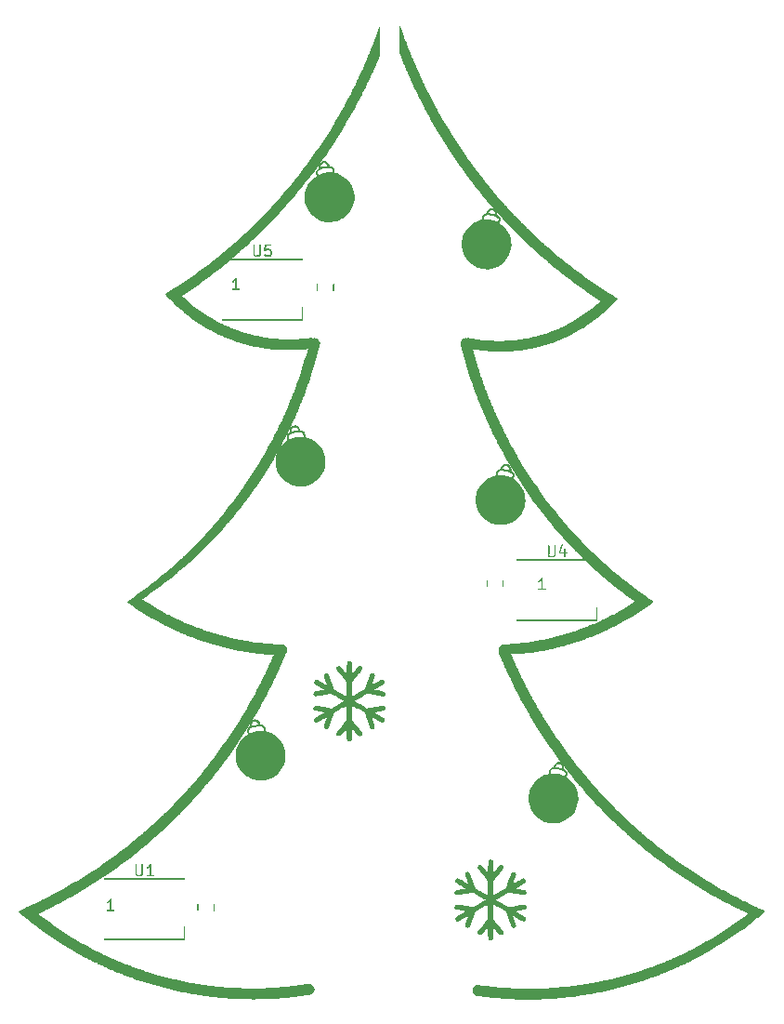
<source format=gto>
%MOIN*%
%OFA0B0*%
%FSLAX36Y36*%
%IPPOS*%
%LPD*%
G36*
X003400615Y001889764D02*
G01*
X003406698Y001890729D01*
X003412185Y001893524D01*
X003416540Y001897879D01*
X003419336Y001903366D01*
X003420300Y001909449D01*
X003419336Y001915532D01*
X003416540Y001921020D01*
X003414208Y001923352D01*
X003406799Y001917993D01*
X003396717Y001910818D01*
X003386579Y001903721D01*
X003382976Y001901240D01*
X003384689Y001897879D01*
X003389044Y001893524D01*
X003394532Y001890729D01*
X003400615Y001889764D01*
G37*
G36*
X003400615Y001889764D02*
G01*
X003406698Y001890729D01*
X003412185Y001893524D01*
X003422573Y001900416D01*
X003426928Y001904771D01*
X003429724Y001910259D01*
X003430688Y001916342D01*
X003429724Y001922425D01*
X003426928Y001927913D01*
X003424184Y001930657D01*
X003416825Y001925246D01*
X003406799Y001917993D01*
X003396717Y001910818D01*
X003386579Y001903721D01*
X003382976Y001901240D01*
X003384689Y001897879D01*
X003389044Y001893524D01*
X003394532Y001890729D01*
X003400615Y001889764D01*
G37*
G36*
X003411003Y001896657D02*
G01*
X003417085Y001897620D01*
X003422573Y001900416D01*
X003432904Y001907394D01*
X003437259Y001911750D01*
X003440056Y001917237D01*
X003441019Y001923320D01*
X003440056Y001929403D01*
X003437259Y001934890D01*
X003434107Y001938042D01*
X003426795Y001932577D01*
X003416825Y001925246D01*
X003406799Y001917993D01*
X003396717Y001910818D01*
X003393238Y001908382D01*
X003395077Y001904771D01*
X003399432Y001900416D01*
X003404920Y001897620D01*
X003411003Y001896657D01*
G37*
G36*
X003421334Y001903635D02*
G01*
X003427417Y001904599D01*
X003432904Y001907394D01*
X003443178Y001914458D01*
X003447532Y001918813D01*
X003450329Y001924301D01*
X003451292Y001930384D01*
X003450329Y001936467D01*
X003447532Y001941953D01*
X003443979Y001945508D01*
X003436707Y001939984D01*
X003426795Y001932577D01*
X003416825Y001925246D01*
X003406799Y001917993D01*
X003403444Y001915605D01*
X003405409Y001911750D01*
X003409763Y001907394D01*
X003415251Y001904599D01*
X003421334Y001903635D01*
G37*
G36*
X003431607Y001910699D02*
G01*
X003437690Y001911662D01*
X003443178Y001914458D01*
X003453393Y001921604D01*
X003457748Y001925960D01*
X003460544Y001931447D01*
X003461507Y001937530D01*
X003460544Y001943613D01*
X003457748Y001949101D01*
X003453795Y001953053D01*
X003446561Y001947470D01*
X003436707Y001939984D01*
X003426795Y001932577D01*
X003416825Y001925246D01*
X003413595Y001922909D01*
X003415681Y001918813D01*
X003420037Y001914458D01*
X003425524Y001911662D01*
X003431607Y001910699D01*
G37*
G36*
X003441822Y001917845D02*
G01*
X003447905Y001918809D01*
X003453393Y001921604D01*
X003463548Y001928836D01*
X003467903Y001933192D01*
X003470699Y001938678D01*
X003471662Y001944761D01*
X003470699Y001950844D01*
X003467903Y001956332D01*
X003463557Y001960677D01*
X003456358Y001955031D01*
X003446561Y001947470D01*
X003436707Y001939984D01*
X003426795Y001932577D01*
X003423689Y001930293D01*
X003425896Y001925960D01*
X003430251Y001921604D01*
X003435739Y001918809D01*
X003441822Y001917845D01*
G37*
G36*
X003451977Y001925076D02*
G01*
X003458061Y001926040D01*
X003463548Y001928836D01*
X003473644Y001936150D01*
X003477999Y001940506D01*
X003480795Y001945993D01*
X003481758Y001952076D01*
X003480795Y001958159D01*
X003477999Y001963646D01*
X003473644Y001968001D01*
X003473122Y001968268D01*
X003466095Y001962667D01*
X003456358Y001955031D01*
X003446561Y001947470D01*
X003436707Y001939984D01*
X003433726Y001937757D01*
X003436052Y001933192D01*
X003440408Y001928836D01*
X003445894Y001926040D01*
X003451977Y001925076D01*
G37*
G36*
X003462073Y001932391D02*
G01*
X003468156Y001933355D01*
X003473644Y001936150D01*
X003483679Y001943548D01*
X003488034Y001947903D01*
X003490830Y001953391D01*
X003491793Y001959473D01*
X003490830Y001965556D01*
X003488034Y001971044D01*
X003483679Y001975399D01*
X003482630Y001975933D01*
X003475772Y001970380D01*
X003466095Y001962667D01*
X003456358Y001955031D01*
X003446561Y001947470D01*
X003443705Y001945300D01*
X003446148Y001940506D01*
X003450502Y001936150D01*
X003455990Y001933355D01*
X003462073Y001932391D01*
G37*
G36*
X003472108Y001939788D02*
G01*
X003478191Y001940752D01*
X003483679Y001943548D01*
X003493653Y001951028D01*
X003498008Y001955383D01*
X003500805Y001960870D01*
X003501768Y001966953D01*
X003500805Y001973036D01*
X003498008Y001978524D01*
X003493653Y001982879D01*
X003492087Y001983677D01*
X003485390Y001978167D01*
X003475772Y001970380D01*
X003466095Y001962667D01*
X003456358Y001955031D01*
X003453626Y001952922D01*
X003456183Y001947903D01*
X003460538Y001943548D01*
X003466025Y001940752D01*
X003472108Y001939788D01*
G37*
G36*
X003482083Y001947268D02*
G01*
X003488166Y001948231D01*
X003493653Y001951028D01*
X003503566Y001958590D01*
X003507919Y001962944D01*
X003510716Y001968432D01*
X003511680Y001974515D01*
X003510716Y001980598D01*
X003507919Y001986086D01*
X003503566Y001990441D01*
X003501490Y001991498D01*
X003494946Y001986028D01*
X003485390Y001978167D01*
X003475772Y001970380D01*
X003466095Y001962667D01*
X003463487Y001960622D01*
X003466157Y001955383D01*
X003470512Y001951028D01*
X003476000Y001948231D01*
X003482083Y001947268D01*
G37*
G36*
X003491995Y001954830D02*
G01*
X003498077Y001955793D01*
X003503566Y001958590D01*
X003513415Y001966233D01*
X003517769Y001970587D01*
X003520566Y001976075D01*
X003521529Y001982158D01*
X003520566Y001988241D01*
X003517769Y001993729D01*
X003513415Y001998084D01*
X003510839Y001999396D01*
X003504441Y001993964D01*
X003494946Y001986028D01*
X003485390Y001978167D01*
X003475772Y001970380D01*
X003473289Y001968401D01*
X003476069Y001962944D01*
X003480424Y001958590D01*
X003485912Y001955793D01*
X003491995Y001954830D01*
G37*
G36*
X003501844Y001962473D02*
G01*
X003507927Y001963436D01*
X003513415Y001966233D01*
X003523200Y001973957D01*
X003527555Y001978311D01*
X003530351Y001983799D01*
X003531314Y001989882D01*
X003530351Y001995965D01*
X003527555Y002001453D01*
X003523200Y002005808D01*
X003520133Y002007370D01*
X003513875Y002001973D01*
X003504441Y001993964D01*
X003494946Y001986028D01*
X003485390Y001978167D01*
X003483086Y001976302D01*
X003483122Y001976075D01*
X003485918Y001970587D01*
X003490273Y001966233D01*
X003495761Y001963436D01*
X003501844Y001962473D01*
G37*
G36*
X003511629Y001970197D02*
G01*
X003517712Y001971160D01*
X003523200Y001973957D01*
X003532922Y001981762D01*
X003537277Y001986115D01*
X003540074Y001991604D01*
X003541038Y001997686D01*
X003540074Y002003769D01*
X003537277Y002009257D01*
X003532922Y002013612D01*
X003529371Y002015422D01*
X003523245Y002010055D01*
X003513875Y002001973D01*
X003504441Y001993964D01*
X003494946Y001986028D01*
X003492831Y001984288D01*
X003492908Y001983799D01*
X003495705Y001978311D01*
X003500060Y001973957D01*
X003505547Y001971160D01*
X003511629Y001970197D01*
G37*
G36*
X003521353Y001978001D02*
G01*
X003527435Y001978965D01*
X003532922Y001981762D01*
X003542580Y001989645D01*
X003546935Y001994000D01*
X003549731Y001999488D01*
X003550695Y002005571D01*
X003549731Y002011654D01*
X003546935Y002017142D01*
X003542580Y002021497D01*
X003538552Y002023548D01*
X003532553Y002018210D01*
X003523245Y002010055D01*
X003513875Y002001973D01*
X003504441Y001993964D01*
X003502512Y001992352D01*
X003502631Y001991604D01*
X003505427Y001986115D01*
X003509782Y001981762D01*
X003515269Y001978965D01*
X003521353Y001978001D01*
G37*
G36*
X003531010Y001985886D02*
G01*
X003537092Y001986849D01*
X003542580Y001989645D01*
X003552173Y001997609D01*
X003556528Y002001964D01*
X003559324Y002007451D01*
X003560287Y002013534D01*
X003559324Y002019618D01*
X003556528Y002025105D01*
X003552173Y002029460D01*
X003547677Y002031750D01*
X003541798Y002026436D01*
X003532553Y002018210D01*
X003523245Y002010055D01*
X003513875Y002001973D01*
X003512129Y002000491D01*
X003512288Y001999488D01*
X003515084Y001994000D01*
X003519439Y001989645D01*
X003524927Y001986849D01*
X003531010Y001985886D01*
G37*
G36*
X003540602Y001993849D02*
G01*
X003546685Y001994812D01*
X003552173Y001997609D01*
X003561698Y002005651D01*
X003566053Y002010006D01*
X003568850Y002015493D01*
X003569813Y002021577D01*
X003568850Y002027660D01*
X003566053Y002033147D01*
X003561698Y002037502D01*
X003556742Y002040027D01*
X003550978Y002034734D01*
X003541798Y002026436D01*
X003532553Y002018210D01*
X003523245Y002010055D01*
X003521681Y002008706D01*
X003521880Y002007451D01*
X003524676Y002001964D01*
X003529031Y001997609D01*
X003534519Y001994812D01*
X003540602Y001993849D01*
G37*
G36*
X003550128Y002001892D02*
G01*
X003556211Y002002854D01*
X003561698Y002005651D01*
X003571158Y002013771D01*
X003575513Y002018126D01*
X003578310Y002023614D01*
X003579273Y002029697D01*
X003578310Y002035780D01*
X003575513Y002041268D01*
X003571158Y002045623D01*
X003565749Y002048378D01*
X003560093Y002043103D01*
X003550978Y002034734D01*
X003541798Y002026436D01*
X003532553Y002018210D01*
X003531169Y002016997D01*
X003531407Y002015493D01*
X003534203Y002010006D01*
X003538557Y002005651D01*
X003544045Y002002854D01*
X003550128Y002001892D01*
G37*
G36*
X003559587Y002010012D02*
G01*
X003565671Y002010975D01*
X003571158Y002013771D01*
X003580551Y002021969D01*
X003584906Y002026324D01*
X003587702Y002031812D01*
X003588665Y002037895D01*
X003587702Y002043978D01*
X003584906Y002049465D01*
X003580551Y002053821D01*
X003575063Y002056616D01*
X003574580Y002056693D01*
X003569143Y002051543D01*
X003560093Y002043103D01*
X003550978Y002034734D01*
X003541798Y002026436D01*
X003540590Y002025361D01*
X003540867Y002023614D01*
X003543663Y002018126D01*
X003548017Y002013771D01*
X003553505Y002010975D01*
X003559587Y002010012D01*
G37*
G36*
X003568980Y002018210D02*
G01*
X003575063Y002019173D01*
X003580551Y002021969D01*
X003589875Y002030244D01*
X003594230Y002034599D01*
X003597026Y002040087D01*
X003597989Y002046170D01*
X003597026Y002052253D01*
X003594230Y002057740D01*
X003589875Y002062096D01*
X003584388Y002064891D01*
X003583331Y002065058D01*
X003578127Y002060052D01*
X003569143Y002051543D01*
X003560093Y002043103D01*
X003550978Y002034734D01*
X003549944Y002033800D01*
X003550259Y002031812D01*
X003553054Y002026324D01*
X003557410Y002021969D01*
X003562897Y002019173D01*
X003568980Y002018210D01*
G37*
G36*
X003578304Y002026485D02*
G01*
X003584388Y002027448D01*
X003589875Y002030244D01*
X003599131Y002038596D01*
X003603487Y002042951D01*
X003606282Y002048438D01*
X003607247Y002054521D01*
X003606282Y002060605D01*
X003603487Y002066092D01*
X003599131Y002070447D01*
X003593645Y002073243D01*
X003592027Y002073499D01*
X003587045Y002068631D01*
X003578127Y002060052D01*
X003569143Y002051543D01*
X003560093Y002043103D01*
X003559231Y002042312D01*
X003559584Y002040087D01*
X003562379Y002034599D01*
X003566735Y002030244D01*
X003572221Y002027448D01*
X003578304Y002026485D01*
G37*
G36*
X003587562Y002034836D02*
G01*
X003593645Y002035799D01*
X003599131Y002038596D01*
X003608319Y002047023D01*
X003612674Y002051379D01*
X003615470Y002056866D01*
X003616433Y002062949D01*
X003615470Y002069032D01*
X003612674Y002074519D01*
X003608319Y002078874D01*
X003602831Y002081671D01*
X003600666Y002082013D01*
X003595897Y002077280D01*
X003587045Y002068631D01*
X003578127Y002060052D01*
X003569143Y002051543D01*
X003568450Y002050897D01*
X003568839Y002048438D01*
X003571636Y002042951D01*
X003575991Y002038596D01*
X003581478Y002035799D01*
X003587562Y002034836D01*
G37*
G36*
X003596748Y002043264D02*
G01*
X003602831Y002044228D01*
X003608319Y002047023D01*
X003617436Y002055526D01*
X003621791Y002059881D01*
X003624588Y002065369D01*
X003625551Y002071452D01*
X003624588Y002077535D01*
X003621791Y002083023D01*
X003617436Y002087377D01*
X003611949Y002090174D01*
X003609249Y002090602D01*
X003604680Y002085996D01*
X003595897Y002077280D01*
X003587045Y002068631D01*
X003578127Y002060052D01*
X003577601Y002059554D01*
X003578027Y002056866D01*
X003580823Y002051379D01*
X003585178Y002047023D01*
X003590666Y002044228D01*
X003596748Y002043264D01*
G37*
G36*
X003605865Y002051767D02*
G01*
X003611949Y002052730D01*
X003617436Y002055526D01*
X003626483Y002064104D01*
X003630838Y002068459D01*
X003633634Y002073947D01*
X003634597Y002080030D01*
X003633634Y002086113D01*
X003630838Y002091601D01*
X003626483Y002095955D01*
X003620996Y002098751D01*
X003617773Y002099261D01*
X003613396Y002094781D01*
X003604680Y002085996D01*
X003595897Y002077280D01*
X003587045Y002068631D01*
X003586683Y002068283D01*
X003587145Y002065369D01*
X003589940Y002059881D01*
X003594295Y002055526D01*
X003599782Y002052730D01*
X003605865Y002051767D01*
G37*
G36*
X003614912Y002060345D02*
G01*
X003620996Y002061308D01*
X003626483Y002064104D01*
X003635460Y002072756D01*
X003639814Y002077110D01*
X003642610Y002082598D01*
X003643573Y002088681D01*
X003642610Y002094764D01*
X003639814Y002100252D01*
X003635460Y002104607D01*
X003629971Y002107403D01*
X003626238Y002107994D01*
X003622043Y002103632D01*
X003613396Y002094781D01*
X003604680Y002085996D01*
X003595897Y002077280D01*
X003595694Y002077082D01*
X003596191Y002073947D01*
X003598987Y002068459D01*
X003603343Y002064104D01*
X003608829Y002061308D01*
X003614912Y002060345D01*
G37*
G36*
X003623888Y002068996D02*
G01*
X003629971Y002069960D01*
X003635460Y002072756D01*
X003644364Y002081482D01*
X003648719Y002085836D01*
X003651515Y002091324D01*
X003652478Y002097407D01*
X003651515Y002103490D01*
X003648719Y002108978D01*
X003644364Y002113332D01*
X003638876Y002116128D01*
X003634644Y002116799D01*
X003630621Y002112551D01*
X003622043Y002103632D01*
X003613396Y002094781D01*
X003604680Y002085996D01*
X003604636Y002085953D01*
X003605167Y002082598D01*
X003607964Y002077110D01*
X003612319Y002072756D01*
X003617806Y002069960D01*
X003623888Y002068996D01*
G37*
G36*
X003632793Y002077722D02*
G01*
X003638876Y002078685D01*
X003644364Y002081482D01*
X003653197Y002090280D01*
X003657552Y002094635D01*
X003660348Y002100123D01*
X003661311Y002106206D01*
X003660348Y002112289D01*
X003657552Y002117776D01*
X003653197Y002122132D01*
X003647709Y002124927D01*
X003642988Y002125675D01*
X003639130Y002121536D01*
X003630621Y002112551D01*
X003622043Y002103632D01*
X003613506Y002094894D01*
X003614072Y002091324D01*
X003616867Y002085836D01*
X003621223Y002081482D01*
X003626710Y002078685D01*
X003632793Y002077722D01*
G37*
G36*
X003641626Y002086521D02*
G01*
X003647709Y002087484D01*
X003653197Y002090280D01*
X003657552Y002094635D01*
X003666311Y002103506D01*
X003669107Y002108993D01*
X003670071Y002115077D01*
X003669107Y002121160D01*
X003666311Y002126647D01*
X003661956Y002131002D01*
X003656468Y002133799D01*
X003651272Y002134622D01*
X003647569Y002130588D01*
X003639130Y002121536D01*
X003630621Y002112551D01*
X003622305Y002103905D01*
X003622904Y002100123D01*
X003625700Y002094635D01*
X003630055Y002090280D01*
X003635543Y002087484D01*
X003641626Y002086521D01*
G37*
G36*
X003650386Y002095392D02*
G01*
X003656468Y002096356D01*
X003661956Y002099151D01*
X003666311Y002103506D01*
X003674997Y002112449D01*
X003677793Y002117936D01*
X003678757Y002124019D01*
X003677793Y002130103D01*
X003674997Y002135590D01*
X003670643Y002139945D01*
X003665155Y002142742D01*
X003659493Y002143638D01*
X003655937Y002139704D01*
X003647569Y002130588D01*
X003639130Y002121536D01*
X003631032Y002112985D01*
X003631664Y002108993D01*
X003634460Y002103506D01*
X003638814Y002099151D01*
X003644303Y002096356D01*
X003650386Y002095392D01*
G37*
G36*
X003659072Y002104334D02*
G01*
X003665155Y002105299D01*
X003670643Y002108094D01*
X003674997Y002112449D01*
X003683610Y002121464D01*
X003686406Y002126951D01*
X003687369Y002133034D01*
X003686406Y002139117D01*
X003683610Y002144604D01*
X003679255Y002148959D01*
X003673767Y002151755D01*
X003667684Y002152719D01*
X003667639Y002152712D01*
X003664234Y002148884D01*
X003655937Y002139704D01*
X003647569Y002130588D01*
X003639686Y002122133D01*
X003640350Y002117936D01*
X003643146Y002112449D01*
X003647501Y002108094D01*
X003652989Y002105299D01*
X003659072Y002104334D01*
G37*
G36*
X003667684Y002113349D02*
G01*
X003673767Y002114312D01*
X003679255Y002117109D01*
X003683610Y002121464D01*
X003692147Y002130549D01*
X003694944Y002136035D01*
X003695907Y002142118D01*
X003694944Y002148201D01*
X003692147Y002153689D01*
X003687793Y002158044D01*
X003682305Y002160840D01*
X003676222Y002161803D01*
X003675590Y002161703D01*
X003672460Y002158130D01*
X003664234Y002148884D01*
X003655937Y002139704D01*
X003648266Y002131348D01*
X003648962Y002126951D01*
X003651758Y002121464D01*
X003656113Y002117109D01*
X003661601Y002114312D01*
X003667684Y002113349D01*
G37*
G36*
X003676222Y002122433D02*
G01*
X003682305Y002123397D01*
X003687793Y002126193D01*
X003692147Y002130549D01*
X003700610Y002139703D01*
X003703406Y002145191D01*
X003704369Y002151273D01*
X003703406Y002157356D01*
X003700610Y002162845D01*
X003696255Y002167199D01*
X003690767Y002169995D01*
X003684684Y002170958D01*
X003683485Y002170768D01*
X003680614Y002167439D01*
X003672460Y002158130D01*
X003664234Y002148884D01*
X003656772Y002140629D01*
X003657501Y002136035D01*
X003660296Y002130549D01*
X003664651Y002126193D01*
X003670138Y002123397D01*
X003676222Y002122433D01*
G37*
G36*
X003684684Y002131588D02*
G01*
X003690767Y002132552D01*
X003696255Y002135348D01*
X003700610Y002139703D01*
X003708997Y002148927D01*
X003711793Y002154415D01*
X003712756Y002160498D01*
X003711793Y002166581D01*
X003708997Y002172068D01*
X003704642Y002176424D01*
X003699154Y002179219D01*
X003693071Y002180183D01*
X003691323Y002179906D01*
X003688695Y002176810D01*
X003680614Y002167439D01*
X003672460Y002158130D01*
X003665205Y002149975D01*
X003665963Y002145191D01*
X003668759Y002139703D01*
X003673113Y002135348D01*
X003678601Y002132552D01*
X003684684Y002131588D01*
G37*
G36*
X003693071Y002140813D02*
G01*
X003699154Y002141776D01*
X003704642Y002144572D01*
X003708997Y002148927D01*
X003717307Y002158220D01*
X003720104Y002163708D01*
X003721067Y002169791D01*
X003720104Y002175874D01*
X003717307Y002181362D01*
X003712952Y002185716D01*
X003707465Y002188513D01*
X003701382Y002189476D01*
X003699102Y002189115D01*
X003696704Y002186244D01*
X003688695Y002176810D01*
X003680614Y002167439D01*
X003673562Y002159388D01*
X003674350Y002154415D01*
X003677146Y002148927D01*
X003681500Y002144572D01*
X003686989Y002141776D01*
X003693071Y002140813D01*
G37*
G36*
X003701382Y002150106D02*
G01*
X003707465Y002151069D01*
X003712952Y002153865D01*
X003717307Y002158220D01*
X003725542Y002167581D01*
X003728337Y002173069D01*
X003729301Y002179152D01*
X003728337Y002185235D01*
X003725542Y002190723D01*
X003721187Y002195077D01*
X003715699Y002197874D01*
X003709616Y002198837D01*
X003706821Y002198394D01*
X003704638Y002195740D01*
X003696704Y002186244D01*
X003688695Y002176810D01*
X003681843Y002168864D01*
X003682661Y002163708D01*
X003685456Y002158220D01*
X003689812Y002153865D01*
X003695299Y002151069D01*
X003701382Y002150106D01*
G37*
G36*
X003709616Y002159467D02*
G01*
X003715699Y002160430D01*
X003721187Y002163226D01*
X003725542Y002167581D01*
X003733698Y002177010D01*
X003736494Y002182497D01*
X003737457Y002188580D01*
X003736494Y002194663D01*
X003733698Y002200151D01*
X003729343Y002204506D01*
X003723856Y002207302D01*
X003717772Y002208265D01*
X003714479Y002207744D01*
X003712499Y002205297D01*
X003704638Y002195740D01*
X003696704Y002186244D01*
X003690049Y002178405D01*
X003690894Y002173069D01*
X003693691Y002167581D01*
X003698045Y002163226D01*
X003703533Y002160430D01*
X003709616Y002159467D01*
G37*
G36*
X003717772Y002168895D02*
G01*
X003723856Y002169859D01*
X003729343Y002172654D01*
X003733698Y002177010D01*
X003741777Y002186505D01*
X003744573Y002191993D01*
X003745536Y002198075D01*
X003744573Y002204158D01*
X003741777Y002209646D01*
X003737422Y002214001D01*
X003731934Y002216797D01*
X003725851Y002217760D01*
X003722075Y002217163D01*
X003720285Y002214916D01*
X003712499Y002205297D01*
X003704638Y002195740D01*
X003698178Y002188008D01*
X003699051Y002182497D01*
X003701847Y002177010D01*
X003706202Y002172654D01*
X003711689Y002169859D01*
X003717772Y002168895D01*
G37*
G36*
X003725851Y002178390D02*
G01*
X003731934Y002179355D01*
X003737422Y002182151D01*
X003741777Y002186505D01*
X003749777Y002196067D01*
X003752572Y002201555D01*
X003753536Y002207638D01*
X003752572Y002213721D01*
X003749777Y002219208D01*
X003745422Y002223564D01*
X003739934Y002226359D01*
X003733851Y002227323D01*
X003729609Y002226651D01*
X003727996Y002224594D01*
X003720285Y002214916D01*
X003712499Y002205297D01*
X003706230Y002197675D01*
X003707129Y002191993D01*
X003709925Y002186505D01*
X003714280Y002182151D01*
X003719768Y002179355D01*
X003725851Y002178390D01*
G37*
G36*
X003733851Y002187953D02*
G01*
X003739934Y002188916D01*
X003745422Y002191712D01*
X003749777Y002196067D01*
X003757697Y002205694D01*
X003760494Y002211182D01*
X003761457Y002217265D01*
X003760494Y002223348D01*
X003757697Y002228835D01*
X003753343Y002233191D01*
X003747855Y002235986D01*
X003741772Y002236950D01*
X003737079Y002236206D01*
X003735632Y002234331D01*
X003727996Y002224594D01*
X003720285Y002214916D01*
X003714203Y002207403D01*
X003715129Y002201555D01*
X003717926Y002196067D01*
X003722280Y002191712D01*
X003727768Y002188916D01*
X003733851Y002187953D01*
G37*
G36*
X003741772Y002197580D02*
G01*
X003747855Y002198543D01*
X003753343Y002201339D01*
X003757697Y002205694D01*
X003765539Y002215386D01*
X003768336Y002220873D01*
X003769299Y002226957D01*
X003768336Y002233040D01*
X003765539Y002238527D01*
X003761184Y002242882D01*
X003755697Y002245679D01*
X003749613Y002246642D01*
X003744484Y002245830D01*
X003743192Y002244128D01*
X003735632Y002234331D01*
X003727996Y002224594D01*
X003722098Y002217192D01*
X003723051Y002211182D01*
X003725847Y002205694D01*
X003730201Y002201339D01*
X003735690Y002198543D01*
X003741772Y002197580D01*
G37*
G36*
X003749613Y002207272D02*
G01*
X003755697Y002208235D01*
X003761184Y002211031D01*
X003765539Y002215386D01*
X003773301Y002225142D01*
X003776096Y002230630D01*
X003777060Y002236713D01*
X003776096Y002242796D01*
X003773301Y002248284D01*
X003768945Y002252639D01*
X003763458Y002255435D01*
X003757375Y002256398D01*
X003751824Y002255520D01*
X003750676Y002253983D01*
X003743192Y002244128D01*
X003735632Y002234331D01*
X003729949Y002227083D01*
X003729928Y002226957D01*
X003730891Y002220873D01*
X003733688Y002215386D01*
X003738043Y002211031D01*
X003743530Y002208235D01*
X003749613Y002207272D01*
G37*
G36*
X003757375Y002217028D02*
G01*
X003763458Y002217992D01*
X003768945Y002220788D01*
X003773301Y002225142D01*
X003780981Y002234963D01*
X003783777Y002240451D01*
X003784740Y002246533D01*
X003783777Y002252616D01*
X003780981Y002258104D01*
X003776626Y002262458D01*
X003771138Y002265255D01*
X003765055Y002266218D01*
X003759096Y002265275D01*
X003758084Y002263897D01*
X003750676Y002253983D01*
X003743192Y002244128D01*
X003737747Y002237072D01*
X003737690Y002236713D01*
X003738654Y002230630D01*
X003741450Y002225142D01*
X003745805Y002220788D01*
X003751292Y002217992D01*
X003757375Y002217028D01*
G37*
G36*
X003765055Y002226848D02*
G01*
X003771138Y002227812D01*
X003776626Y002230608D01*
X003780981Y002234963D01*
X003788581Y002244846D01*
X003791377Y002250333D01*
X003792340Y002256416D01*
X003791377Y002262499D01*
X003788581Y002267986D01*
X003784226Y002272342D01*
X003778738Y002275138D01*
X003772655Y002276101D01*
X003766572Y002275138D01*
X003766193Y002274945D01*
X003765414Y002273867D01*
X003758084Y002263897D01*
X003750676Y002253983D01*
X003745463Y002247118D01*
X003745370Y002246533D01*
X003746334Y002240451D01*
X003749130Y002234963D01*
X003753486Y002230608D01*
X003758973Y002227812D01*
X003765055Y002226848D01*
G37*
G36*
X003772655Y002236731D02*
G01*
X003778738Y002237695D01*
X003784226Y002240490D01*
X003788581Y002244846D01*
X003796098Y002254792D01*
X003798895Y002260278D01*
X003799859Y002266361D01*
X003798895Y002272444D01*
X003796098Y002277932D01*
X003791744Y002282287D01*
X003786256Y002285083D01*
X003780174Y002286046D01*
X003774091Y002285083D01*
X003773182Y002284620D01*
X003772665Y002283893D01*
X003765414Y002273867D01*
X003758084Y002263897D01*
X003753098Y002257224D01*
X003752970Y002256416D01*
X003753934Y002250333D01*
X003756729Y002244846D01*
X003761085Y002240490D01*
X003766572Y002237695D01*
X003772655Y002236731D01*
G37*
G36*
X003780174Y002246676D02*
G01*
X003786256Y002247640D01*
X003791744Y002250436D01*
X003796098Y002254792D01*
X003803534Y002264797D01*
X003806331Y002270285D01*
X003807294Y002276368D01*
X003806331Y002282451D01*
X003803534Y002287939D01*
X003799180Y002292294D01*
X003793692Y002295090D01*
X003787609Y002296053D01*
X003781526Y002295090D01*
X003780116Y002294372D01*
X003779839Y002293977D01*
X003772665Y002283893D01*
X003765414Y002273867D01*
X003760651Y002267390D01*
X003760489Y002266361D01*
X003761452Y002260278D01*
X003764248Y002254792D01*
X003768603Y002250436D01*
X003774091Y002247640D01*
X003780174Y002246676D01*
G37*
G36*
X003787609Y002256683D02*
G01*
X003793692Y002257646D01*
X003799180Y002260442D01*
X003803534Y002264797D01*
X003810887Y002274866D01*
X003813684Y002280353D01*
X003814647Y002286436D01*
X003813684Y002292519D01*
X003810887Y002298006D01*
X003806532Y002302362D01*
X003801045Y002305157D01*
X003794962Y002306121D01*
X003788880Y002305157D01*
X003786991Y002304195D01*
X003786935Y002304114D01*
X003779839Y002293977D01*
X003772665Y002283893D01*
X003768120Y002277610D01*
X003767924Y002276368D01*
X003768888Y002270285D01*
X003771683Y002264797D01*
X003776038Y002260442D01*
X003781526Y002257646D01*
X003787609Y002256683D01*
G37*
G36*
X003794962Y002266751D02*
G01*
X003801045Y002267714D01*
X003806532Y002270510D01*
X003810887Y002274866D01*
X003818158Y002284993D01*
X003820954Y002290481D01*
X003821917Y002296564D01*
X003820954Y002302647D01*
X003818158Y002308135D01*
X003813803Y002312490D01*
X003808315Y002315286D01*
X003802232Y002316249D01*
X003796149Y002315286D01*
X003793802Y002314091D01*
X003786935Y002304114D01*
X003779839Y002293977D01*
X003775506Y002287887D01*
X003775276Y002286436D01*
X003776241Y002280353D01*
X003779037Y002274866D01*
X003783392Y002270510D01*
X003788880Y002267714D01*
X003794962Y002266751D01*
G37*
G36*
X003802232Y002276879D02*
G01*
X003808315Y002277842D01*
X003813803Y002280638D01*
X003818158Y002284993D01*
X003825344Y002295180D01*
X003828139Y002300668D01*
X003829104Y002306751D01*
X003828139Y002312834D01*
X003825344Y002318322D01*
X003820989Y002322677D01*
X003815502Y002325473D01*
X003809419Y002326436D01*
X003803336Y002325473D01*
X003800551Y002324054D01*
X003793952Y002314308D01*
X003786935Y002304114D01*
X003782809Y002298219D01*
X003782547Y002296564D01*
X003783510Y002290481D01*
X003786306Y002284993D01*
X003790661Y002280638D01*
X003796149Y002277842D01*
X003802232Y002276879D01*
G37*
G36*
X003809419Y002287066D02*
G01*
X003815502Y002288029D01*
X003820989Y002290825D01*
X003825344Y002295180D01*
X003832446Y002305427D01*
X003835243Y002310914D01*
X003836206Y002316998D01*
X003835243Y002323081D01*
X003832446Y002328568D01*
X003828091Y002332923D01*
X003822604Y002335719D01*
X003816521Y002336683D01*
X003810437Y002335719D01*
X003807236Y002334088D01*
X003800890Y002324555D01*
X003793952Y002314308D01*
X003790027Y002308606D01*
X003789734Y002306751D01*
X003790697Y002300668D01*
X003793493Y002295180D01*
X003797848Y002290825D01*
X003803336Y002288029D01*
X003809419Y002287066D01*
G37*
G36*
X003816521Y002297313D02*
G01*
X003822604Y002298276D01*
X003828091Y002301072D01*
X003832446Y002305427D01*
X003839463Y002315732D01*
X003842260Y002321219D01*
X003843223Y002327302D01*
X003842260Y002333385D01*
X003839463Y002338872D01*
X003835108Y002343227D01*
X003829621Y002346023D01*
X003823538Y002346987D01*
X003817454Y002346023D01*
X003813858Y002344191D01*
X003807747Y002334856D01*
X003800890Y002324555D01*
X003797160Y002319045D01*
X003796836Y002316998D01*
X003797799Y002310914D01*
X003800595Y002305427D01*
X003804950Y002301072D01*
X003810437Y002298276D01*
X003816521Y002297313D01*
G37*
G36*
X003823538Y002307617D02*
G01*
X003829621Y002308581D01*
X003835108Y002311376D01*
X003839463Y002315732D01*
X003846395Y002326094D01*
X003849192Y002331580D01*
X003850156Y002337664D01*
X003849192Y002343747D01*
X003846395Y002349234D01*
X003842041Y002353589D01*
X003836553Y002356386D01*
X003830471Y002357349D01*
X003824388Y002356386D01*
X003820414Y002354361D01*
X003814525Y002345209D01*
X003807747Y002334856D01*
X003804207Y002329537D01*
X003803852Y002327302D01*
X003804817Y002321219D01*
X003807612Y002315732D01*
X003811968Y002311376D01*
X003817454Y002308581D01*
X003823538Y002307617D01*
G37*
G36*
X003830471Y002317979D02*
G01*
X003836553Y002318943D01*
X003842041Y002321738D01*
X003846395Y002326094D01*
X003853243Y002336512D01*
X003856039Y002341999D01*
X003857002Y002348082D01*
X003856039Y002354166D01*
X003853243Y002359653D01*
X003848888Y002364008D01*
X003843400Y002366805D01*
X003837317Y002367768D01*
X003831235Y002366805D01*
X003826905Y002364598D01*
X003821221Y002355615D01*
X003814525Y002345209D01*
X003811169Y002340082D01*
X003810786Y002337664D01*
X003811749Y002331580D01*
X003814545Y002326094D01*
X003818900Y002321738D01*
X003824388Y002318943D01*
X003830471Y002317979D01*
G37*
G36*
X003837317Y002328397D02*
G01*
X003843400Y002329361D01*
X003848888Y002332157D01*
X003853243Y002336512D01*
X003860003Y002346986D01*
X003862800Y002352474D01*
X003863763Y002358557D01*
X003862800Y002364640D01*
X003860003Y002370128D01*
X003855649Y002374483D01*
X003850161Y002377279D01*
X003844078Y002378242D01*
X003837995Y002377279D01*
X003833327Y002374900D01*
X003827838Y002366073D01*
X003821221Y002355615D01*
X003818043Y002350676D01*
X003817632Y002348082D01*
X003818596Y002341999D01*
X003821392Y002336512D01*
X003825747Y002332157D01*
X003831235Y002329361D01*
X003837317Y002328397D01*
G37*
G36*
X003844078Y002338872D02*
G01*
X003850161Y002339835D01*
X003855649Y002342632D01*
X003860003Y002346986D01*
X003866678Y002357517D01*
X003869473Y002363004D01*
X003870438Y002369087D01*
X003869473Y002375170D01*
X003866678Y002380658D01*
X003862323Y002385012D01*
X003856836Y002387809D01*
X003850753Y002388772D01*
X003844670Y002387809D01*
X003839678Y002385266D01*
X003834372Y002376581D01*
X003827838Y002366073D01*
X003824831Y002361320D01*
X003824393Y002358557D01*
X003825357Y002352474D01*
X003828152Y002346986D01*
X003832508Y002342632D01*
X003837995Y002339835D01*
X003844078Y002338872D01*
G37*
G36*
X003850753Y002349402D02*
G01*
X003856836Y002350366D01*
X003862323Y002353161D01*
X003866678Y002357517D01*
X003873265Y002368101D01*
X003876062Y002373588D01*
X003877025Y002379671D01*
X003876062Y002385755D01*
X003873265Y002391242D01*
X003868910Y002395597D01*
X003863423Y002398394D01*
X003857340Y002399357D01*
X003851257Y002398394D01*
X003845961Y002395695D01*
X003840824Y002387141D01*
X003834372Y002376581D01*
X003831531Y002372012D01*
X003831067Y002369087D01*
X003832031Y002363004D01*
X003834827Y002357517D01*
X003839182Y002353161D01*
X003844670Y002350366D01*
X003850753Y002349402D01*
G37*
G36*
X003857340Y002359986D02*
G01*
X003863423Y002360950D01*
X003868910Y002363746D01*
X003873265Y002368101D01*
X003879765Y002378740D01*
X003882562Y002384227D01*
X003883525Y002390310D01*
X003882562Y002396393D01*
X003879765Y002401881D01*
X003875410Y002406236D01*
X003869923Y002409032D01*
X003863840Y002409995D01*
X003857757Y002409032D01*
X003852269Y002406236D01*
X003852104Y002406071D01*
X003847195Y002397750D01*
X003840824Y002387141D01*
X003838143Y002382752D01*
X003837655Y002379671D01*
X003838618Y002373588D01*
X003841414Y002368101D01*
X003845769Y002363746D01*
X003851257Y002360950D01*
X003857340Y002359986D01*
G37*
G36*
X003863840Y002370625D02*
G01*
X003869923Y002371589D01*
X003875410Y002374384D01*
X003879765Y002378740D01*
X003886177Y002389432D01*
X003888973Y002394919D01*
X003889936Y002401003D01*
X003888973Y002407086D01*
X003886177Y002412572D01*
X003881822Y002416928D01*
X003876334Y002419723D01*
X003870251Y002420688D01*
X003864169Y002419723D01*
X003858680Y002416928D01*
X003858064Y002416312D01*
X003853483Y002408407D01*
X003847195Y002397750D01*
X003844666Y002393538D01*
X003844155Y002390310D01*
X003845118Y002384227D01*
X003847914Y002378740D01*
X003852269Y002374384D01*
X003857757Y002371589D01*
X003863840Y002370625D01*
G37*
G36*
X003870251Y002381318D02*
G01*
X003876334Y002382281D01*
X003881822Y002385077D01*
X003886177Y002389432D01*
X003892501Y002400175D01*
X003895297Y002405663D01*
X003896261Y002411746D01*
X003895297Y002417829D01*
X003892501Y002423317D01*
X003888146Y002427672D01*
X003882658Y002430468D01*
X003876576Y002431431D01*
X003870493Y002430468D01*
X003865004Y002427672D01*
X003863971Y002426638D01*
X003859689Y002419114D01*
X003853483Y002408407D01*
X003851100Y002404368D01*
X003850567Y002401003D01*
X003851530Y002394919D01*
X003854326Y002389432D01*
X003858680Y002385077D01*
X003864169Y002382281D01*
X003870251Y002381318D01*
G37*
G36*
X003876576Y002392061D02*
G01*
X003882658Y002393024D01*
X003888146Y002395820D01*
X003892501Y002400175D01*
X003898736Y002410972D01*
X003901532Y002416459D01*
X003902495Y002422542D01*
X003901532Y002428625D01*
X003898736Y002434112D01*
X003894381Y002438467D01*
X003888893Y002441263D01*
X003882810Y002442227D01*
X003876727Y002441263D01*
X003871240Y002438467D01*
X003869827Y002437054D01*
X003865810Y002429869D01*
X003859689Y002419114D01*
X003857443Y002415241D01*
X003856890Y002411746D01*
X003857853Y002405663D01*
X003860650Y002400175D01*
X003865004Y002395820D01*
X003870493Y002393024D01*
X003876576Y002392061D01*
G37*
G36*
X003882810Y002402857D02*
G01*
X003888893Y002403820D01*
X003894381Y002406617D01*
X003898736Y002410972D01*
X003904882Y002421818D01*
X003907679Y002427306D01*
X003908642Y002433389D01*
X003907679Y002439472D01*
X003904882Y002444959D01*
X003900527Y002449314D01*
X003895040Y002452110D01*
X003888957Y002453074D01*
X003882873Y002452110D01*
X003877386Y002449314D01*
X003875626Y002447555D01*
X003871848Y002440670D01*
X003865810Y002429869D01*
X003863698Y002426158D01*
X003863125Y002422542D01*
X003864088Y002416459D01*
X003866885Y002410972D01*
X003871240Y002406617D01*
X003876727Y002403820D01*
X003882810Y002402857D01*
G37*
G36*
X003888957Y002413704D02*
G01*
X003895040Y002414668D01*
X003900527Y002417463D01*
X003904882Y002421818D01*
X003910939Y002432716D01*
X003913734Y002438203D01*
X003914698Y002444286D01*
X003913734Y002450369D01*
X003910939Y002455856D01*
X003906584Y002460211D01*
X003901096Y002463007D01*
X003895013Y002463971D01*
X003888930Y002463007D01*
X003883442Y002460211D01*
X003881368Y002458137D01*
X003877802Y002451519D01*
X003871848Y002440670D01*
X003869862Y002437118D01*
X003869272Y002433389D01*
X003870235Y002427306D01*
X003873031Y002421818D01*
X003877386Y002417463D01*
X003882873Y002414668D01*
X003888957Y002413704D01*
G37*
G36*
X003895013Y002424601D02*
G01*
X003901096Y002425564D01*
X003906584Y002428361D01*
X003910939Y002432716D01*
X003916905Y002443662D01*
X003919701Y002449149D01*
X003920665Y002455233D01*
X003919701Y002461316D01*
X003916905Y002466803D01*
X003912549Y002471158D01*
X003907063Y002473954D01*
X003900980Y002474918D01*
X003894897Y002473954D01*
X003889409Y002471158D01*
X003887049Y002468798D01*
X003883672Y002462413D01*
X003877802Y002451519D01*
X003875934Y002448116D01*
X003875328Y002444286D01*
X003876291Y002438203D01*
X003879088Y002432716D01*
X003883442Y002428361D01*
X003888930Y002425564D01*
X003895013Y002424601D01*
G37*
G36*
X003900980Y002435547D02*
G01*
X003907063Y002436511D01*
X003912549Y002439307D01*
X003916905Y002443662D01*
X003922781Y002454657D01*
X003925577Y002460145D01*
X003926541Y002466228D01*
X003925577Y002472311D01*
X003922781Y002477799D01*
X003918426Y002482154D01*
X003912939Y002484949D01*
X003906856Y002485913D01*
X003900773Y002484949D01*
X003895285Y002482154D01*
X003892664Y002479533D01*
X003889457Y002473352D01*
X003883672Y002462413D01*
X003881915Y002459153D01*
X003881295Y002455233D01*
X003882258Y002449149D01*
X003885054Y002443662D01*
X003889409Y002439307D01*
X003894897Y002436511D01*
X003900980Y002435547D01*
G37*
G36*
X003906856Y002446543D02*
G01*
X003912939Y002447506D01*
X003918426Y002450303D01*
X003922781Y002454657D01*
X003928566Y002465701D01*
X003931363Y002471189D01*
X003932326Y002477272D01*
X003931363Y002483354D01*
X003928566Y002488842D01*
X003924212Y002493197D01*
X003918724Y002495993D01*
X003912641Y002496957D01*
X003906558Y002495993D01*
X003901070Y002493197D01*
X003898213Y002490339D01*
X003895156Y002484336D01*
X003889457Y002473352D01*
X003887804Y002470226D01*
X003887171Y002466228D01*
X003888134Y002460145D01*
X003890930Y002454657D01*
X003895285Y002450303D01*
X003900773Y002447506D01*
X003906856Y002446543D01*
G37*
G36*
X003912641Y002457587D02*
G01*
X003918724Y002458550D01*
X003924212Y002461346D01*
X003928566Y002465701D01*
X003934261Y002476792D01*
X003937057Y002482279D01*
X003938020Y002488362D01*
X003937057Y002494445D01*
X003934261Y002499933D01*
X003929906Y002504287D01*
X003924418Y002507083D01*
X003918335Y002508047D01*
X003912252Y002507083D01*
X003906765Y002504287D01*
X003903693Y002501217D01*
X003900771Y002495363D01*
X003895156Y002484336D01*
X003893599Y002481334D01*
X003892956Y002477272D01*
X003893919Y002471189D01*
X003896715Y002465701D01*
X003901070Y002461346D01*
X003906558Y002458550D01*
X003912641Y002457587D01*
G37*
G36*
X003918335Y002468676D02*
G01*
X003924418Y002469640D01*
X003929906Y002472437D01*
X003934261Y002476792D01*
X003937057Y002482279D01*
X003942660Y002493417D01*
X003943623Y002499499D01*
X003942660Y002505582D01*
X003939863Y002511069D01*
X003935508Y002515425D01*
X003930021Y002518221D01*
X003923938Y002519184D01*
X003917855Y002518221D01*
X003912367Y002515425D01*
X003909103Y002512160D01*
X003906299Y002506434D01*
X003900771Y002495363D01*
X003899302Y002492479D01*
X003898650Y002488362D01*
X003899614Y002482279D01*
X003902410Y002476792D01*
X003906765Y002472437D01*
X003912252Y002469640D01*
X003918335Y002468676D01*
G37*
G36*
X003923938Y002479814D02*
G01*
X003930021Y002480778D01*
X003935508Y002483574D01*
X003939863Y002487929D01*
X003942660Y002493417D01*
X003948170Y002504600D01*
X003949133Y002510682D01*
X003948170Y002516765D01*
X003945374Y002522253D01*
X003941019Y002526608D01*
X003935531Y002529404D01*
X003929448Y002530367D01*
X003923365Y002529404D01*
X003917877Y002526608D01*
X003914441Y002523171D01*
X003911741Y002517548D01*
X003906299Y002506434D01*
X003904911Y002503656D01*
X003904253Y002499499D01*
X003905216Y002493417D01*
X003908012Y002487929D01*
X003912367Y002483574D01*
X003917855Y002480778D01*
X003923938Y002479814D01*
G37*
G36*
X003929448Y002490997D02*
G01*
X003935531Y002491961D01*
X003941019Y002494757D01*
X003945374Y002499111D01*
X003948170Y002504600D01*
X003953588Y002515827D01*
X003954551Y002521910D01*
X003953588Y002527994D01*
X003950792Y002533481D01*
X003946437Y002537836D01*
X003940949Y002540632D01*
X003934866Y002541595D01*
X003928783Y002540632D01*
X003923297Y002537836D01*
X003919704Y002534245D01*
X003917097Y002528704D01*
X003911741Y002517548D01*
X003910424Y002514859D01*
X003909763Y002510682D01*
X003910726Y002504600D01*
X003913523Y002499111D01*
X003917877Y002494757D01*
X003923365Y002491961D01*
X003929448Y002490997D01*
G37*
G36*
X003934866Y002502225D02*
G01*
X003940949Y002503188D01*
X003946437Y002505985D01*
X003950792Y002510340D01*
X003953588Y002515827D01*
X003958915Y002527099D01*
X003959877Y002533182D01*
X003958915Y002539265D01*
X003956117Y002544753D01*
X003951763Y002549108D01*
X003946275Y002551904D01*
X003940192Y002552867D01*
X003934109Y002551904D01*
X003928622Y002549108D01*
X003924892Y002545378D01*
X003922366Y002539901D01*
X003917097Y002528704D01*
X003915844Y002526095D01*
X003915181Y002521910D01*
X003916145Y002515827D01*
X003918941Y002510340D01*
X003923297Y002505985D01*
X003928783Y002503188D01*
X003934866Y002502225D01*
G37*
G36*
X003940192Y002513497D02*
G01*
X003946275Y002514460D01*
X003951763Y002517257D01*
X003956117Y002521612D01*
X003958915Y002527099D01*
X003964147Y002538415D01*
X003965111Y002544498D01*
X003964147Y002550581D01*
X003961351Y002556069D01*
X003956996Y002560424D01*
X003951509Y002563219D01*
X003945426Y002564183D01*
X003939342Y002563219D01*
X003933855Y002560424D01*
X003930003Y002556573D01*
X003927549Y002551138D01*
X003922366Y002539901D01*
X003921169Y002537357D01*
X003920507Y002533182D01*
X003921471Y002527099D01*
X003924267Y002521612D01*
X003928622Y002517257D01*
X003934109Y002514460D01*
X003940192Y002513497D01*
G37*
G36*
X003945426Y002524813D02*
G01*
X003951509Y002525776D01*
X003956996Y002528573D01*
X003961351Y002532927D01*
X003964147Y002538415D01*
X003969286Y002549773D01*
X003970250Y002555856D01*
X003969286Y002561939D01*
X003966490Y002567427D01*
X003962136Y002571782D01*
X003956648Y002574578D01*
X003950565Y002575541D01*
X003944482Y002574578D01*
X003938994Y002571782D01*
X003935036Y002567824D01*
X003932643Y002562416D01*
X003927549Y002551138D01*
X003926396Y002548640D01*
X003925740Y002544498D01*
X003926704Y002538415D01*
X003929500Y002532927D01*
X003933855Y002528573D01*
X003939342Y002525776D01*
X003945426Y002524813D01*
G37*
G36*
X003950565Y002536171D02*
G01*
X003956648Y002537135D01*
X003962136Y002539931D01*
X003966490Y002544286D01*
X003969286Y002549773D01*
X003974331Y002561174D01*
X003975295Y002567257D01*
X003974331Y002573340D01*
X003971536Y002578828D01*
X003967181Y002583183D01*
X003961694Y002585978D01*
X003955610Y002586942D01*
X003949527Y002585978D01*
X003944040Y002583183D01*
X003939990Y002579133D01*
X003937650Y002573732D01*
X003932643Y002562416D01*
X003931527Y002559947D01*
X003930880Y002555856D01*
X003931843Y002549773D01*
X003934639Y002544286D01*
X003938994Y002539931D01*
X003944482Y002537135D01*
X003950565Y002536171D01*
G37*
G36*
X003955610Y002547572D02*
G01*
X003961694Y002548535D01*
X003967181Y002551332D01*
X003971536Y002555686D01*
X003974331Y002561174D01*
X003979284Y002572616D01*
X003980247Y002578699D01*
X003979284Y002584782D01*
X003976487Y002590270D01*
X003972133Y002594625D01*
X003966645Y002597420D01*
X003960562Y002598384D01*
X003954479Y002597420D01*
X003948991Y002594625D01*
X003944862Y002590496D01*
X003942569Y002585087D01*
X003937650Y002573732D01*
X003936560Y002571269D01*
X003935925Y002567257D01*
X003936888Y002561174D01*
X003939685Y002555686D01*
X003944040Y002551332D01*
X003949527Y002548535D01*
X003955610Y002547572D01*
G37*
G36*
X003960562Y002559014D02*
G01*
X003966645Y002559977D01*
X003972133Y002562773D01*
X003976487Y002567128D01*
X003979284Y002572616D01*
X003984141Y002584098D01*
X003985104Y002590181D01*
X003984141Y002596264D01*
X003981344Y002601751D01*
X003976990Y002606106D01*
X003971502Y002608902D01*
X003965419Y002609865D01*
X003959336Y002608902D01*
X003953848Y002606106D01*
X003949652Y002601910D01*
X003947400Y002596480D01*
X003942569Y002585087D01*
X003941496Y002582611D01*
X003940877Y002578699D01*
X003941840Y002572616D01*
X003944636Y002567128D01*
X003948991Y002562773D01*
X003954479Y002559977D01*
X003960562Y002559014D01*
G37*
G36*
X003965419Y002570496D02*
G01*
X003971502Y002571459D01*
X003976990Y002574255D01*
X003981344Y002578610D01*
X003984141Y002584098D01*
X003988903Y002595619D01*
X003989866Y002601702D01*
X003988903Y002607785D01*
X003986107Y002613272D01*
X003981752Y002617627D01*
X003976264Y002620424D01*
X003970181Y002621387D01*
X003964098Y002620424D01*
X003958611Y002617627D01*
X003954359Y002613376D01*
X003952141Y002607910D01*
X003947400Y002596480D01*
X003946333Y002593966D01*
X003945734Y002590181D01*
X003946698Y002584098D01*
X003949493Y002578610D01*
X003953848Y002574255D01*
X003959336Y002571459D01*
X003965419Y002570496D01*
G37*
G36*
X003970181Y002582017D02*
G01*
X003976264Y002582980D01*
X003981752Y002585777D01*
X003986107Y002590131D01*
X003988903Y002595619D01*
X003993571Y002607179D01*
X003994534Y002613263D01*
X003993571Y002619345D01*
X003990775Y002624832D01*
X003986419Y002629188D01*
X003980932Y002631984D01*
X003974849Y002632948D01*
X003968766Y002631984D01*
X003963278Y002629188D01*
X003958983Y002624892D01*
X003956794Y002619377D01*
X003952141Y002607910D01*
X003951071Y002605331D01*
X003950496Y002601702D01*
X003951460Y002595619D01*
X003954256Y002590131D01*
X003958611Y002585777D01*
X003964098Y002582980D01*
X003970181Y002582017D01*
G37*
G36*
X003974849Y002593577D02*
G01*
X003980932Y002594541D01*
X003986419Y002597337D01*
X003990775Y002601692D01*
X003993571Y002607179D01*
X003998143Y002618778D01*
X003999106Y002624861D01*
X003998143Y002630944D01*
X003995346Y002636432D01*
X003990992Y002640786D01*
X003985504Y002643583D01*
X003979421Y002644546D01*
X003973338Y002643583D01*
X003967851Y002640786D01*
X003963523Y002636460D01*
X003961358Y002630879D01*
X003956794Y002619377D01*
X003955708Y002616700D01*
X003955164Y002613263D01*
X003956127Y002607179D01*
X003958924Y002601692D01*
X003963278Y002597337D01*
X003968766Y002594541D01*
X003974849Y002593577D01*
G37*
G36*
X003979421Y002605176D02*
G01*
X003985504Y002606139D01*
X003990992Y002608935D01*
X003995346Y002613290D01*
X003998143Y002618778D01*
X004002618Y002630413D01*
X004003583Y002636496D01*
X004002618Y002642579D01*
X003999823Y002648067D01*
X003995467Y002652422D01*
X003989981Y002655218D01*
X003983897Y002656181D01*
X003977814Y002655218D01*
X003972327Y002652422D01*
X003967976Y002648071D01*
X003965833Y002642416D01*
X003961358Y002630879D01*
X003960244Y002628071D01*
X003959736Y002624861D01*
X003960699Y002618778D01*
X003963495Y002613290D01*
X003967851Y002608935D01*
X003973338Y002606139D01*
X003979421Y002605176D01*
G37*
G36*
X003983897Y002616811D02*
G01*
X003989981Y002617775D01*
X003995467Y002620571D01*
X003999823Y002624926D01*
X004002618Y002630413D01*
X004007000Y002642085D01*
X004007963Y002648168D01*
X004007000Y002654252D01*
X004004203Y002659739D01*
X003999848Y002664095D01*
X003994361Y002666890D01*
X003988277Y002667853D01*
X003982194Y002666890D01*
X003976707Y002664095D01*
X003972352Y002659739D01*
X003972332Y002659700D01*
X003970218Y002653988D01*
X003965833Y002642416D01*
X003964678Y002639438D01*
X003964212Y002636496D01*
X003965175Y002630413D01*
X003967972Y002624926D01*
X003972327Y002620571D01*
X003977814Y002617775D01*
X003983897Y002616811D01*
G37*
G36*
X003988277Y002628483D02*
G01*
X003994361Y002629447D01*
X003999848Y002632243D01*
X004004203Y002636598D01*
X004007000Y002642085D01*
X004011283Y002653794D01*
X004012246Y002659876D01*
X004011283Y002665959D01*
X004008487Y002671447D01*
X004004132Y002675802D01*
X003998644Y002678598D01*
X003992561Y002679561D01*
X003986478Y002678598D01*
X003980991Y002675802D01*
X003976636Y002671447D01*
X003976607Y002671392D01*
X003974513Y002665593D01*
X003970218Y002653988D01*
X003969009Y002650797D01*
X003968592Y002648168D01*
X003969556Y002642085D01*
X003972352Y002636598D01*
X003976707Y002632243D01*
X003982194Y002629447D01*
X003988277Y002628483D01*
G37*
G36*
X003992561Y002640191D02*
G01*
X003998644Y002641155D01*
X004004132Y002643951D01*
X004008487Y002648307D01*
X004011283Y002653794D01*
X004015471Y002665536D01*
X004016434Y002671619D01*
X004015471Y002677702D01*
X004012675Y002683190D01*
X004008320Y002687545D01*
X004002832Y002690341D01*
X003996749Y002691304D01*
X003990666Y002690341D01*
X003985178Y002687545D01*
X003980823Y002683190D01*
X003980804Y002683151D01*
X003978717Y002677232D01*
X003974513Y002665593D01*
X003973235Y002662140D01*
X003972876Y002659876D01*
X003973840Y002653794D01*
X003976636Y002648307D01*
X003980991Y002643951D01*
X003986478Y002641155D01*
X003992561Y002640191D01*
G37*
G36*
X003996749Y002651934D02*
G01*
X004002832Y002652898D01*
X004008320Y002655694D01*
X004012675Y002660049D01*
X004015471Y002665536D01*
X004019560Y002677313D01*
X004020525Y002683396D01*
X004019560Y002689479D01*
X004016765Y002694967D01*
X004012410Y002699321D01*
X004006923Y002702118D01*
X004000840Y002703081D01*
X003994756Y002702118D01*
X003989269Y002699321D01*
X003984917Y002694970D01*
X003982831Y002688903D01*
X003978717Y002677232D01*
X003977356Y002673465D01*
X003977064Y002671619D01*
X003978027Y002665536D01*
X003980823Y002660049D01*
X003985178Y002655694D01*
X003990666Y002652898D01*
X003996749Y002651934D01*
G37*
G36*
X004000840Y002663711D02*
G01*
X004006923Y002664675D01*
X004012410Y002667470D01*
X004016765Y002671826D01*
X004019560Y002677313D01*
X004023554Y002689123D01*
X004024518Y002695206D01*
X004023554Y002701289D01*
X004020759Y002706777D01*
X004016403Y002711132D01*
X004010916Y002713928D01*
X004004833Y002714891D01*
X003998750Y002713928D01*
X003993262Y002711132D01*
X003988930Y002706800D01*
X003986854Y002700605D01*
X003982831Y002688903D01*
X003981370Y002684758D01*
X003981154Y002683396D01*
X003982117Y002677313D01*
X003984914Y002671826D01*
X003989269Y002667470D01*
X003994756Y002664675D01*
X004000840Y002663711D01*
G37*
G36*
X004004833Y002675521D02*
G01*
X004010916Y002676485D01*
X004016403Y002679281D01*
X004020759Y002683635D01*
X004023554Y002689123D01*
X004027451Y002700966D01*
X004028414Y002707049D01*
X004027451Y002713132D01*
X004024655Y002718620D01*
X004020300Y002722974D01*
X004014812Y002725770D01*
X004008729Y002726734D01*
X004002646Y002725770D01*
X003997159Y002722974D01*
X003992855Y002718671D01*
X003990787Y002712338D01*
X003986854Y002700605D01*
X003985276Y002696015D01*
X003985148Y002695206D01*
X003986111Y002689123D01*
X003988908Y002683635D01*
X003993262Y002679281D01*
X003998750Y002676485D01*
X004004833Y002675521D01*
G37*
G36*
X004008729Y002687364D02*
G01*
X004014812Y002688327D01*
X004020300Y002691123D01*
X004024655Y002695479D01*
X004027451Y002700966D01*
X004031249Y002712840D01*
X004032212Y002718923D01*
X004031249Y002725006D01*
X004028453Y002730494D01*
X004024098Y002734849D01*
X004018610Y002737644D01*
X004012527Y002738608D01*
X004006444Y002737644D01*
X004000956Y002734849D01*
X003996688Y002730581D01*
X003994628Y002724101D01*
X003990787Y002712338D01*
X003989070Y002707218D01*
X003989044Y002707049D01*
X003990008Y002700966D01*
X003992803Y002695479D01*
X003997159Y002691123D01*
X004002646Y002688327D01*
X004008729Y002687364D01*
G37*
G36*
X004012527Y002699238D02*
G01*
X004018610Y002700201D01*
X004024098Y002702998D01*
X004028453Y002707352D01*
X004031249Y002712840D01*
X004034950Y002724745D01*
X004035913Y002730828D01*
X004034950Y002736911D01*
X004032154Y002742399D01*
X004027798Y002746754D01*
X004022311Y002749550D01*
X004016228Y002750513D01*
X004010145Y002749550D01*
X004004657Y002746754D01*
X004000430Y002742526D01*
X003998378Y002735895D01*
X003994628Y002724101D01*
X003992873Y002718727D01*
X003993806Y002712840D01*
X003996601Y002707352D01*
X004000956Y002702998D01*
X004006444Y002700201D01*
X004012527Y002699238D01*
G37*
G36*
X004016228Y002711143D02*
G01*
X004022311Y002712107D01*
X004027798Y002714903D01*
X004032154Y002719258D01*
X004034950Y002724745D01*
X004038551Y002736681D01*
X004039515Y002742763D01*
X004038551Y002748847D01*
X004035756Y002754334D01*
X004031401Y002758690D01*
X004025913Y002761485D01*
X004019830Y002762448D01*
X004013747Y002761485D01*
X004008259Y002758690D01*
X004004079Y002754509D01*
X004002036Y002747716D01*
X003998378Y002735895D01*
X003996618Y002730359D01*
X003997507Y002724745D01*
X004000302Y002719258D01*
X004004657Y002714903D01*
X004010145Y002712107D01*
X004016228Y002711143D01*
G37*
G36*
X004019830Y002723078D02*
G01*
X004025913Y002724042D01*
X004031401Y002726838D01*
X004035756Y002731193D01*
X004038551Y002736681D01*
X004042056Y002748645D01*
X004043019Y002754728D01*
X004042056Y002760811D01*
X004039259Y002766299D01*
X004034904Y002770654D01*
X004029417Y002773450D01*
X004023334Y002774413D01*
X004017251Y002773450D01*
X004011763Y002770654D01*
X004007638Y002766529D01*
X004005601Y002759566D01*
X004002036Y002747716D01*
X004000266Y002741998D01*
X004001108Y002736681D01*
X004003905Y002731193D01*
X004008259Y002726838D01*
X004013747Y002724042D01*
X004019830Y002723078D01*
G37*
G36*
X004023334Y002735043D02*
G01*
X004029417Y002736006D01*
X004034904Y002738803D01*
X004039259Y002743157D01*
X004042056Y002748645D01*
X004045461Y002760638D01*
X004046424Y002766721D01*
X004045461Y002772804D01*
X004042665Y002778292D01*
X004038310Y002782647D01*
X004032822Y002785442D01*
X004026739Y002786407D01*
X004020656Y002785442D01*
X004015168Y002782647D01*
X004011104Y002778582D01*
X004009076Y002771443D01*
X004005601Y002759566D01*
X004003820Y002753646D01*
X004004612Y002748645D01*
X004007408Y002743157D01*
X004011763Y002738803D01*
X004017251Y002736006D01*
X004023334Y002735043D01*
G37*
G36*
X004026739Y002747036D02*
G01*
X004032822Y002747999D01*
X004038310Y002750796D01*
X004042665Y002755150D01*
X004045461Y002760638D01*
X004048767Y002772659D01*
X004049730Y002778742D01*
X004048767Y002784825D01*
X004045971Y002790313D01*
X004041616Y002794667D01*
X004036128Y002797464D01*
X004030045Y002798427D01*
X004023962Y002797464D01*
X004018475Y002794667D01*
X004014477Y002790670D01*
X004012457Y002783347D01*
X004009076Y002771443D01*
X004007279Y002765301D01*
X004008018Y002760638D01*
X004010814Y002755150D01*
X004015168Y002750796D01*
X004020656Y002747999D01*
X004026739Y002747036D01*
G37*
G36*
X004030045Y002759057D02*
G01*
X004036128Y002760020D01*
X004041616Y002762816D01*
X004045971Y002767172D01*
X004048767Y002772659D01*
X004051974Y002784706D01*
X004052938Y002790789D01*
X004051974Y002796872D01*
X004049178Y002802360D01*
X004044823Y002806714D01*
X004039336Y002809511D01*
X004033253Y002810474D01*
X004027170Y002809511D01*
X004021682Y002806714D01*
X004017327Y002802360D01*
X004014531Y002796872D01*
X004014055Y002795086D01*
X004015747Y002795276D01*
X004012457Y002783347D01*
X004010642Y002776959D01*
X004011324Y002772659D01*
X004014119Y002767172D01*
X004018475Y002762816D01*
X004023962Y002760020D01*
X004030045Y002759057D01*
G37*
G36*
X004033253Y002771104D02*
G01*
X004039336Y002772068D01*
X004044823Y002774864D01*
X004049178Y002779219D01*
X004051974Y002784706D01*
X004055082Y002796779D01*
X004056045Y002802862D01*
X004055082Y002808946D01*
X004052286Y002814433D01*
X004047931Y002818788D01*
X004042443Y002821584D01*
X004036360Y002822547D01*
X004030277Y002821584D01*
X004024790Y002818788D01*
X004020434Y002814433D01*
X004017639Y002808946D01*
X004014531Y002796872D01*
X004014252Y002795108D01*
X004015747Y002795276D01*
X004013911Y002788620D01*
X004014531Y002784706D01*
X004017327Y002779219D01*
X004021682Y002774864D01*
X004027170Y002772068D01*
X004033253Y002771104D01*
G37*
G36*
X004036360Y002783177D02*
G01*
X004042443Y002784141D01*
X004047931Y002786937D01*
X004052286Y002791292D01*
X004055082Y002796779D01*
X004058090Y002808879D01*
X004059054Y002814961D01*
X004058090Y002821044D01*
X004055294Y002826532D01*
X004050939Y002830887D01*
X004045452Y002833682D01*
X004039369Y002834646D01*
X004033286Y002833682D01*
X004027798Y002830887D01*
X004023444Y002826532D01*
X004020647Y002821044D01*
X004017639Y002808946D01*
X004016675Y002802862D01*
X004017639Y002796779D01*
X004020434Y002791292D01*
X004024790Y002786937D01*
X004030277Y002784141D01*
X004036360Y002783177D01*
G37*
G36*
X003529153Y002964820D02*
G01*
X003533641Y002965531D01*
X003539128Y002968328D01*
X003543483Y002972682D01*
X003546279Y002978170D01*
X003547243Y002984252D01*
X003546279Y002990335D01*
X003543483Y002995823D01*
X003539128Y003000178D01*
X003533641Y003002974D01*
X003527558Y003003937D01*
X003521474Y003002974D01*
X003521018Y003002742D01*
X003514475Y002998638D01*
X003514401Y002998592D01*
X003511632Y002995823D01*
X003508836Y002990335D01*
X003508333Y002987158D01*
X003512160Y002982832D01*
X003520581Y002973714D01*
X003529153Y002964820D01*
G37*
G36*
X003529153Y002964820D02*
G01*
X003533641Y002965531D01*
X003539128Y002968328D01*
X003549522Y002975041D01*
X003553877Y002979395D01*
X003556673Y002984883D01*
X003557636Y002990966D01*
X003556673Y002997049D01*
X003553877Y003002536D01*
X003549522Y003006892D01*
X003544034Y003009687D01*
X003537951Y003010651D01*
X003532023Y003009712D01*
X003524970Y003005221D01*
X003514475Y002998638D01*
X003514401Y002998592D01*
X003511632Y002995823D01*
X003508836Y002990335D01*
X003508333Y002987158D01*
X003512160Y002982832D01*
X003520581Y002973714D01*
X003529153Y002964820D01*
G37*
G36*
X003537951Y002971281D02*
G01*
X003544034Y002972244D01*
X003549522Y002975041D01*
X003559871Y002981821D01*
X003564226Y002986176D01*
X003567021Y002991664D01*
X003567986Y002997747D01*
X003567021Y003003830D01*
X003564226Y003009318D01*
X003559871Y003013673D01*
X003554384Y003016468D01*
X003548300Y003017432D01*
X003542626Y003016533D01*
X003535421Y003011875D01*
X003524970Y003005221D01*
X003524271Y003004782D01*
X003522026Y003002536D01*
X003519229Y002997049D01*
X003518266Y002990966D01*
X003519229Y002984883D01*
X003522026Y002979395D01*
X003526380Y002975041D01*
X003531868Y002972244D01*
X003537951Y002971281D01*
G37*
G36*
X003548300Y002978062D02*
G01*
X003554384Y002979025D01*
X003559871Y002981821D01*
X003570176Y002988670D01*
X003574531Y002993025D01*
X003577327Y002998512D01*
X003578291Y003004596D01*
X003577327Y003010678D01*
X003574531Y003016166D01*
X003570176Y003020521D01*
X003564689Y003023318D01*
X003558606Y003024281D01*
X003553169Y003023420D01*
X003545826Y003018602D01*
X003535421Y003011875D01*
X003534076Y003011019D01*
X003532375Y003009318D01*
X003529578Y003003830D01*
X003528615Y002997747D01*
X003529578Y002991664D01*
X003532375Y002986176D01*
X003536730Y002981821D01*
X003542217Y002979025D01*
X003548300Y002978062D01*
G37*
G36*
X003558606Y002984910D02*
G01*
X003564689Y002985873D01*
X003570176Y002988670D01*
X003580436Y002995585D01*
X003584791Y002999940D01*
X003587587Y003005427D01*
X003588551Y003011510D01*
X003587587Y003017594D01*
X003584791Y003023081D01*
X003580436Y003027436D01*
X003574948Y003030233D01*
X003568866Y003031196D01*
X003563648Y003030369D01*
X003556184Y003025398D01*
X003545826Y003018602D01*
X003543819Y003017304D01*
X003542680Y003016166D01*
X003539884Y003010678D01*
X003538921Y003004596D01*
X003539884Y002998512D01*
X003542680Y002993025D01*
X003547035Y002988670D01*
X003552522Y002985873D01*
X003558606Y002984910D01*
G37*
G36*
X003568866Y002991825D02*
G01*
X003574948Y002992790D01*
X003580436Y002995585D01*
X003590651Y003002568D01*
X003595006Y003006922D01*
X003597802Y003012410D01*
X003598766Y003018493D01*
X003597802Y003024576D01*
X003595006Y003030063D01*
X003590651Y003034418D01*
X003585163Y003037214D01*
X003579081Y003038178D01*
X003574069Y003037384D01*
X003566495Y003032266D01*
X003556184Y003025398D01*
X003553489Y003023630D01*
X003552940Y003023081D01*
X003550144Y003017594D01*
X003549181Y003011510D01*
X003550144Y003005427D01*
X003552940Y002999940D01*
X003557295Y002995585D01*
X003562783Y002992790D01*
X003568866Y002991825D01*
G37*
G36*
X003579081Y002998808D02*
G01*
X003585163Y002999771D01*
X003590651Y003002568D01*
X003600820Y003009616D01*
X003605175Y003013970D01*
X003607971Y003019458D01*
X003608934Y003025541D01*
X003607971Y003031624D01*
X003605175Y003037112D01*
X003600820Y003041466D01*
X003595332Y003044263D01*
X003589249Y003045226D01*
X003584429Y003044463D01*
X003576760Y003039203D01*
X003566495Y003032266D01*
X003563138Y003030030D01*
X003560359Y003024576D01*
X003559396Y003018493D01*
X003560359Y003012410D01*
X003563155Y003006922D01*
X003567510Y003002568D01*
X003572998Y002999771D01*
X003579081Y002998808D01*
G37*
G36*
X003589249Y003005856D02*
G01*
X003595332Y003006819D01*
X003600820Y003009616D01*
X003610944Y003016730D01*
X003615299Y003021084D01*
X003618094Y003026573D01*
X003619058Y003032656D01*
X003618094Y003038738D01*
X003615299Y003044226D01*
X003610944Y003048581D01*
X003605456Y003051377D01*
X003599373Y003052341D01*
X003594728Y003051605D01*
X003586976Y003046210D01*
X003576760Y003039203D01*
X003573144Y003036759D01*
X003570528Y003031624D01*
X003569564Y003025541D01*
X003570528Y003019458D01*
X003573324Y003013970D01*
X003577680Y003009616D01*
X003583166Y003006819D01*
X003589249Y003005856D01*
G37*
G36*
X003599373Y003012971D02*
G01*
X003605456Y003013934D01*
X003610944Y003016730D01*
X003621020Y003023910D01*
X003625375Y003028265D01*
X003628171Y003033753D01*
X003629135Y003039836D01*
X003628171Y003045919D01*
X003625375Y003051406D01*
X003621020Y003055761D01*
X003615532Y003058557D01*
X003609450Y003059521D01*
X003604969Y003058811D01*
X003597146Y003053287D01*
X003586976Y003046210D01*
X003583106Y003043555D01*
X003580651Y003038738D01*
X003579688Y003032656D01*
X003580651Y003026573D01*
X003583447Y003021084D01*
X003587802Y003016730D01*
X003593290Y003013934D01*
X003599373Y003012971D01*
G37*
G36*
X003609450Y003020151D02*
G01*
X003615532Y003021114D01*
X003621020Y003023910D01*
X003631050Y003031156D01*
X003635404Y003035510D01*
X003638201Y003040998D01*
X003639164Y003047081D01*
X003638201Y003053164D01*
X003635404Y003058652D01*
X003631050Y003063007D01*
X003625562Y003065803D01*
X003619479Y003066766D01*
X003615149Y003066081D01*
X003607266Y003060433D01*
X003597146Y003053287D01*
X003593019Y003050415D01*
X003590728Y003045919D01*
X003589765Y003039836D01*
X003590728Y003033753D01*
X003593524Y003028265D01*
X003597879Y003023910D01*
X003603367Y003021114D01*
X003609450Y003020151D01*
G37*
G36*
X003619479Y003027396D02*
G01*
X003625562Y003028360D01*
X003631050Y003031156D01*
X003641032Y003038467D01*
X003645386Y003042821D01*
X003648183Y003048310D01*
X003649146Y003054392D01*
X003648183Y003060475D01*
X003645386Y003065964D01*
X003641032Y003070318D01*
X003635544Y003073114D01*
X003629461Y003074077D01*
X003625269Y003073413D01*
X003617338Y003067648D01*
X003607266Y003060433D01*
X003602884Y003057339D01*
X003600757Y003053164D01*
X003599794Y003047081D01*
X003600757Y003040998D01*
X003603553Y003035510D01*
X003607908Y003031156D01*
X003613396Y003028360D01*
X003619479Y003027396D01*
G37*
G36*
X003629461Y003034707D02*
G01*
X003635544Y003035671D01*
X003641032Y003038467D01*
X003650966Y003045843D01*
X003655321Y003050198D01*
X003658117Y003055685D01*
X003659081Y003061768D01*
X003658117Y003067851D01*
X003655321Y003073338D01*
X003650966Y003077694D01*
X003645479Y003080490D01*
X003639396Y003081453D01*
X003635332Y003080810D01*
X003627359Y003074932D01*
X003617338Y003067648D01*
X003612702Y003064327D01*
X003610740Y003060475D01*
X003609776Y003054392D01*
X003610740Y003048310D01*
X003613535Y003042821D01*
X003617891Y003038467D01*
X003623378Y003035671D01*
X003629461Y003034707D01*
G37*
G36*
X003639396Y003042083D02*
G01*
X003645479Y003043046D01*
X003650966Y003045843D01*
X003660852Y003053283D01*
X003665207Y003057638D01*
X003668003Y003063125D01*
X003668967Y003069208D01*
X003668003Y003075291D01*
X003665207Y003080779D01*
X003660852Y003085134D01*
X003655365Y003087930D01*
X003649282Y003088893D01*
X003645334Y003088268D01*
X003637331Y003082283D01*
X003627359Y003074932D01*
X003622472Y003071380D01*
X003620674Y003067851D01*
X003619711Y003061768D01*
X003620674Y003055685D01*
X003623470Y003050198D01*
X003627825Y003045843D01*
X003633313Y003043046D01*
X003639396Y003042083D01*
G37*
G36*
X003649282Y003049523D02*
G01*
X003655365Y003050487D01*
X003660852Y003053283D01*
X003670690Y003060788D01*
X003675045Y003065143D01*
X003677841Y003070630D01*
X003678804Y003076713D01*
X003677841Y003082796D01*
X003675045Y003088284D01*
X003670690Y003092638D01*
X003665202Y003095435D01*
X003659119Y003096398D01*
X003655276Y003095790D01*
X003647253Y003089703D01*
X003637331Y003082283D01*
X003632192Y003078495D01*
X003630560Y003075291D01*
X003629597Y003069208D01*
X003630560Y003063125D01*
X003633356Y003057638D01*
X003637711Y003053283D01*
X003643198Y003050487D01*
X003649282Y003049523D01*
G37*
G36*
X003659119Y003057028D02*
G01*
X003665202Y003057991D01*
X003670690Y003060788D01*
X003680478Y003068356D01*
X003684832Y003072711D01*
X003687629Y003078198D01*
X003688592Y003084282D01*
X003687629Y003090365D01*
X003684832Y003095852D01*
X003680478Y003100207D01*
X003674990Y003103003D01*
X003668907Y003103967D01*
X003665159Y003103373D01*
X003657123Y003097190D01*
X003647253Y003089703D01*
X003641862Y003085672D01*
X003640397Y003082796D01*
X003639434Y003076713D01*
X003640397Y003070630D01*
X003643193Y003065143D01*
X003647548Y003060788D01*
X003653036Y003057991D01*
X003659119Y003057028D01*
G37*
G36*
X003668907Y003064597D02*
G01*
X003674990Y003065560D01*
X003680478Y003068356D01*
X003690216Y003075988D01*
X003694571Y003080344D01*
X003697367Y003085831D01*
X003698330Y003091914D01*
X003697367Y003097997D01*
X003694571Y003103484D01*
X003690216Y003107839D01*
X003684729Y003110636D01*
X003678645Y003111599D01*
X003674984Y003111019D01*
X003666943Y003104745D01*
X003657123Y003097190D01*
X003651484Y003092913D01*
X003650186Y003090365D01*
X003649222Y003084282D01*
X003650186Y003078198D01*
X003652981Y003072711D01*
X003657336Y003068356D01*
X003662824Y003065560D01*
X003668907Y003064597D01*
G37*
G36*
X003678645Y003072229D02*
G01*
X003684729Y003073192D01*
X003690216Y003075988D01*
X003699906Y003083684D01*
X003704260Y003088038D01*
X003707056Y003093527D01*
X003708020Y003099609D01*
X003707056Y003105692D01*
X003704260Y003111181D01*
X003699906Y003115535D01*
X003694418Y003118331D01*
X003688335Y003119294D01*
X003684747Y003118726D01*
X003676710Y003112366D01*
X003666943Y003104745D01*
X003661054Y003100215D01*
X003659925Y003097997D01*
X003658960Y003091914D01*
X003659925Y003085831D01*
X003662720Y003080344D01*
X003667076Y003075988D01*
X003672562Y003073192D01*
X003678645Y003072229D01*
G37*
G36*
X003688335Y003079924D02*
G01*
X003694418Y003080888D01*
X003699906Y003083684D01*
X003709544Y003091442D01*
X003713899Y003095797D01*
X003716695Y003101285D01*
X003717658Y003107368D01*
X003716695Y003113451D01*
X003713899Y003118938D01*
X003709544Y003123293D01*
X003704056Y003126090D01*
X003697973Y003127053D01*
X003694453Y003126496D01*
X003686425Y003120054D01*
X003676710Y003112366D01*
X003670574Y003107579D01*
X003669614Y003105692D01*
X003668650Y003099609D01*
X003669614Y003093527D01*
X003672409Y003088038D01*
X003676764Y003083684D01*
X003682252Y003080888D01*
X003688335Y003079924D01*
G37*
G36*
X003697973Y003087683D02*
G01*
X003704056Y003088646D01*
X003709544Y003091442D01*
X003719132Y003099263D01*
X003723487Y003103619D01*
X003726283Y003109106D01*
X003727246Y003115188D01*
X003726283Y003121271D01*
X003723487Y003126760D01*
X003719132Y003131114D01*
X003713644Y003133910D01*
X003707561Y003134873D01*
X003704097Y003134325D01*
X003696088Y003127808D01*
X003686425Y003120054D01*
X003680042Y003115003D01*
X003679251Y003113451D01*
X003678288Y003107368D01*
X003679251Y003101285D01*
X003682048Y003095797D01*
X003686402Y003091442D01*
X003691890Y003088646D01*
X003697973Y003087683D01*
G37*
G36*
X003707561Y003095503D02*
G01*
X003713644Y003096467D01*
X003719132Y003099263D01*
X003728668Y003107146D01*
X003733023Y003111502D01*
X003735819Y003116989D01*
X003736782Y003123072D01*
X003735819Y003129155D01*
X003733023Y003134643D01*
X003728668Y003138997D01*
X003723180Y003141794D01*
X003717097Y003142757D01*
X003713682Y003142216D01*
X003705697Y003135628D01*
X003696088Y003127808D01*
X003689459Y003122488D01*
X003688839Y003121271D01*
X003687876Y003115188D01*
X003688839Y003109106D01*
X003691635Y003103619D01*
X003695990Y003099263D01*
X003701478Y003096467D01*
X003707561Y003095503D01*
G37*
G36*
X003717097Y003103387D02*
G01*
X003723180Y003104351D01*
X003728668Y003107146D01*
X003738153Y003115092D01*
X003742508Y003119447D01*
X003745304Y003124934D01*
X003746267Y003131017D01*
X003745304Y003137100D01*
X003742508Y003142588D01*
X003738153Y003146943D01*
X003732665Y003149739D01*
X003726582Y003150702D01*
X003723208Y003150168D01*
X003715253Y003143513D01*
X003705697Y003135628D01*
X003698824Y003130034D01*
X003698376Y003129155D01*
X003697412Y003123072D01*
X003698376Y003116989D01*
X003701172Y003111502D01*
X003705527Y003107146D01*
X003711015Y003104351D01*
X003717097Y003103387D01*
G37*
G36*
X003726582Y003111332D02*
G01*
X003732665Y003112296D01*
X003738153Y003115092D01*
X003747586Y003123099D01*
X003751941Y003127453D01*
X003754737Y003132941D01*
X003755700Y003139024D01*
X003754737Y003145107D01*
X003751941Y003150595D01*
X003747586Y003154950D01*
X003742099Y003157746D01*
X003736015Y003158709D01*
X003732673Y003158180D01*
X003724755Y003151462D01*
X003715253Y003143513D01*
X003708136Y003137640D01*
X003707861Y003137100D01*
X003706897Y003131017D01*
X003707861Y003124934D01*
X003710656Y003119447D01*
X003715012Y003115092D01*
X003720499Y003112296D01*
X003726582Y003111332D01*
G37*
G36*
X003736015Y003119339D02*
G01*
X003742099Y003120303D01*
X003747586Y003123099D01*
X003756966Y003131167D01*
X003761322Y003135521D01*
X003764117Y003141010D01*
X003765082Y003147092D01*
X003764117Y003153175D01*
X003761322Y003158664D01*
X003756966Y003163018D01*
X003751480Y003165814D01*
X003745397Y003166777D01*
X003742078Y003166252D01*
X003734202Y003159477D01*
X003724755Y003151462D01*
X003717393Y003145303D01*
X003717293Y003145107D01*
X003716330Y003139024D01*
X003717293Y003132941D01*
X003720090Y003127453D01*
X003724445Y003123099D01*
X003729932Y003120303D01*
X003736015Y003119339D01*
G37*
G36*
X003745397Y003127407D02*
G01*
X003751480Y003128371D01*
X003756966Y003131167D01*
X003766294Y003139296D01*
X003770649Y003143651D01*
X003773446Y003149138D01*
X003774410Y003155222D01*
X003773446Y003161305D01*
X003770649Y003166792D01*
X003766294Y003171147D01*
X003760807Y003173943D01*
X003754725Y003174907D01*
X003751424Y003174384D01*
X003743595Y003167557D01*
X003734202Y003159477D01*
X003726659Y003153077D01*
X003725712Y003147092D01*
X003726675Y003141010D01*
X003729471Y003135521D01*
X003733826Y003131167D01*
X003739314Y003128371D01*
X003745397Y003127407D01*
G37*
G36*
X003754725Y003135537D02*
G01*
X003760807Y003136500D01*
X003766294Y003139296D01*
X003775569Y003147486D01*
X003779924Y003151840D01*
X003782721Y003157328D01*
X003783684Y003163411D01*
X003782721Y003169494D01*
X003779924Y003174982D01*
X003775569Y003179336D01*
X003770082Y003182133D01*
X003763999Y003183096D01*
X003760709Y003182575D01*
X003752932Y003175700D01*
X003743595Y003167557D01*
X003735952Y003160982D01*
X003735040Y003155222D01*
X003736003Y003149138D01*
X003738799Y003143651D01*
X003743154Y003139296D01*
X003748641Y003136500D01*
X003754725Y003135537D01*
G37*
G36*
X003763999Y003143726D02*
G01*
X003770082Y003144690D01*
X003775569Y003147486D01*
X003784791Y003155736D01*
X003789146Y003160090D01*
X003791942Y003165579D01*
X003792905Y003171661D01*
X003791942Y003177744D01*
X003789146Y003183233D01*
X003784791Y003187587D01*
X003779303Y003190383D01*
X003773220Y003191346D01*
X003769933Y003190825D01*
X003762213Y003183905D01*
X003752932Y003175700D01*
X003745191Y003168949D01*
X003744313Y003163411D01*
X003745278Y003157328D01*
X003748074Y003151840D01*
X003752428Y003147486D01*
X003757916Y003144690D01*
X003763999Y003143726D01*
G37*
G36*
X003773220Y003151976D02*
G01*
X003779303Y003152940D01*
X003784791Y003155736D01*
X003793958Y003164045D01*
X003798313Y003168400D01*
X003801109Y003173888D01*
X003802072Y003179971D01*
X003801109Y003186054D01*
X003798313Y003191542D01*
X003793958Y003195897D01*
X003788471Y003198693D01*
X003782387Y003199656D01*
X003779097Y003199135D01*
X003771439Y003192175D01*
X003762213Y003183905D01*
X003754377Y003176977D01*
X003753535Y003171661D01*
X003754499Y003165579D01*
X003757295Y003160090D01*
X003761649Y003155736D01*
X003767137Y003152940D01*
X003773220Y003151976D01*
G37*
G36*
X003782387Y003160286D02*
G01*
X003788471Y003161250D01*
X003793958Y003164045D01*
X003803071Y003172416D01*
X003807426Y003176770D01*
X003810222Y003182258D01*
X003811185Y003188341D01*
X003810222Y003194424D01*
X003807426Y003199911D01*
X003803071Y003204266D01*
X003797583Y003207062D01*
X003791500Y003208026D01*
X003788199Y003207503D01*
X003780607Y003200508D01*
X003771439Y003192175D01*
X003763509Y003185066D01*
X003762702Y003179971D01*
X003763665Y003173888D01*
X003766462Y003168400D01*
X003770817Y003164045D01*
X003776304Y003161250D01*
X003782387Y003160286D01*
G37*
G36*
X003791500Y003168656D02*
G01*
X003797583Y003169619D01*
X003803071Y003172416D01*
X003812129Y003180844D01*
X003816484Y003185198D01*
X003819280Y003190686D01*
X003820243Y003196769D01*
X003819280Y003202852D01*
X003816484Y003208340D01*
X003812129Y003212695D01*
X003806641Y003215491D01*
X003800558Y003216454D01*
X003797241Y003215929D01*
X003789719Y003208903D01*
X003780607Y003200508D01*
X003772588Y003193220D01*
X003771815Y003188341D01*
X003772779Y003182258D01*
X003775574Y003176770D01*
X003779929Y003172416D01*
X003785417Y003169619D01*
X003791500Y003168656D01*
G37*
G36*
X003800558Y003177084D02*
G01*
X003806641Y003178048D01*
X003812129Y003180844D01*
X003821132Y003189331D01*
X003825488Y003193686D01*
X003828283Y003199173D01*
X003829247Y003205257D01*
X003828283Y003211340D01*
X003825488Y003216827D01*
X003821132Y003221182D01*
X003815645Y003223979D01*
X003809562Y003224942D01*
X003806221Y003224413D01*
X003798773Y003217359D01*
X003789719Y003208903D01*
X003781612Y003201434D01*
X003780873Y003196769D01*
X003781837Y003190686D01*
X003784632Y003185198D01*
X003788988Y003180844D01*
X003794475Y003178048D01*
X003800558Y003177084D01*
G37*
G36*
X003809562Y003185571D02*
G01*
X003815645Y003186535D01*
X003821132Y003189331D01*
X003830079Y003197878D01*
X003834434Y003202232D01*
X003837231Y003207720D01*
X003838195Y003213803D01*
X003837231Y003219885D01*
X003834434Y003225373D01*
X003830079Y003229728D01*
X003824592Y003232524D01*
X003818510Y003233488D01*
X003815139Y003232954D01*
X003807768Y003225877D01*
X003798773Y003217359D01*
X003790582Y003209709D01*
X003789877Y003205257D01*
X003790840Y003199173D01*
X003793636Y003193686D01*
X003797991Y003189331D01*
X003803479Y003186535D01*
X003809562Y003185571D01*
G37*
G36*
X003818510Y003194118D02*
G01*
X003824592Y003195081D01*
X003830079Y003197878D01*
X003838972Y003206481D01*
X003843326Y003210836D01*
X003846123Y003216324D01*
X003847086Y003222407D01*
X003846123Y003228490D01*
X003843326Y003233977D01*
X003838972Y003238333D01*
X003833484Y003241128D01*
X003827401Y003242092D01*
X003823997Y003241553D01*
X003816706Y003234457D01*
X003807768Y003225877D01*
X003799496Y003218044D01*
X003798825Y003213803D01*
X003799788Y003207720D01*
X003802584Y003202232D01*
X003806939Y003197878D01*
X003812427Y003195081D01*
X003818510Y003194118D01*
G37*
G36*
X003827401Y003202722D02*
G01*
X003833484Y003203685D01*
X003838972Y003206481D01*
X003847807Y003215143D01*
X003852162Y003219498D01*
X003854958Y003224985D01*
X003855921Y003231068D01*
X003854958Y003237152D01*
X003852162Y003242639D01*
X003847807Y003246995D01*
X003842319Y003249790D01*
X003836236Y003250753D01*
X003832792Y003250208D01*
X003825585Y003243097D01*
X003816706Y003234457D01*
X003808355Y003226441D01*
X003807716Y003222407D01*
X003808680Y003216324D01*
X003811475Y003210836D01*
X003815830Y003206481D01*
X003821318Y003203685D01*
X003827401Y003202722D01*
G37*
G36*
X003836236Y003211383D02*
G01*
X003842319Y003212347D01*
X003847807Y003215143D01*
X003856586Y003223862D01*
X003860941Y003228218D01*
X003863737Y003233705D01*
X003864701Y003239787D01*
X003863737Y003245870D01*
X003860941Y003251359D01*
X003856586Y003255713D01*
X003851099Y003258509D01*
X003845015Y003259472D01*
X003841525Y003258920D01*
X003834404Y003251798D01*
X003825585Y003243097D01*
X003817158Y003234897D01*
X003816551Y003231068D01*
X003817515Y003224985D01*
X003820310Y003219498D01*
X003824666Y003215143D01*
X003830153Y003212347D01*
X003836236Y003211383D01*
G37*
G36*
X003845015Y003220102D02*
G01*
X003851099Y003221066D01*
X003856586Y003223862D01*
X003860941Y003228218D01*
X003869663Y003236993D01*
X003872458Y003242481D01*
X003873423Y003248564D01*
X003872458Y003254647D01*
X003869663Y003260134D01*
X003865308Y003264489D01*
X003859821Y003267286D01*
X003853737Y003268249D01*
X003850197Y003267688D01*
X003843164Y003260559D01*
X003834404Y003251798D01*
X003825904Y003243413D01*
X003825330Y003239787D01*
X003826293Y003233705D01*
X003829090Y003228218D01*
X003833445Y003223862D01*
X003838932Y003221066D01*
X003845015Y003220102D01*
G37*
G36*
X003853737Y003228879D02*
G01*
X003859821Y003229842D01*
X003865308Y003232638D01*
X003869663Y003236993D01*
X003878328Y003245826D01*
X003881124Y003251314D01*
X003882087Y003257397D01*
X003881124Y003263479D01*
X003878328Y003268967D01*
X003873973Y003273322D01*
X003868485Y003276119D01*
X003862402Y003277082D01*
X003858804Y003276512D01*
X003851864Y003269379D01*
X003843164Y003260559D01*
X003834594Y003251989D01*
X003834052Y003248564D01*
X003835016Y003242481D01*
X003837812Y003236993D01*
X003842167Y003232638D01*
X003847655Y003229842D01*
X003853737Y003228879D01*
G37*
G36*
X003862402Y003237712D02*
G01*
X003868485Y003238675D01*
X003873973Y003241471D01*
X003878328Y003245826D01*
X003886934Y003254716D01*
X003889730Y003260203D01*
X003890694Y003266285D01*
X003889730Y003272368D01*
X003886934Y003277857D01*
X003882580Y003282211D01*
X003877092Y003285007D01*
X003871009Y003285970D01*
X003867350Y003285391D01*
X003860504Y003278259D01*
X003851864Y003269379D01*
X003843228Y003260624D01*
X003842717Y003257397D01*
X003843680Y003251314D01*
X003846476Y003245826D01*
X003850831Y003241471D01*
X003856319Y003238675D01*
X003862402Y003237712D01*
G37*
G36*
X003871009Y003246600D02*
G01*
X003877092Y003247564D01*
X003882580Y003250360D01*
X003886934Y003254716D01*
X003895483Y003263660D01*
X003898279Y003269147D01*
X003899242Y003275231D01*
X003898279Y003281313D01*
X003895483Y003286801D01*
X003891128Y003291156D01*
X003885640Y003293953D01*
X003879557Y003294916D01*
X003875832Y003294326D01*
X003869083Y003287197D01*
X003860504Y003278259D01*
X003851864Y003269379D01*
X003851804Y003269319D01*
X003851324Y003266285D01*
X003852287Y003260203D01*
X003855084Y003254716D01*
X003859438Y003250360D01*
X003864926Y003247564D01*
X003871009Y003246600D01*
G37*
G36*
X003879557Y003255546D02*
G01*
X003885640Y003256509D01*
X003891128Y003259305D01*
X003895483Y003263660D01*
X003903974Y003272660D01*
X003906769Y003278148D01*
X003907733Y003284232D01*
X003906769Y003290314D01*
X003903974Y003295801D01*
X003899618Y003300156D01*
X003894131Y003302953D01*
X003888048Y003303917D01*
X003884252Y003303315D01*
X003877600Y003296194D01*
X003869083Y003287197D01*
X003860504Y003278259D01*
X003860322Y003278072D01*
X003859872Y003275231D01*
X003860837Y003269147D01*
X003863632Y003263660D01*
X003867987Y003259305D01*
X003873475Y003256509D01*
X003879557Y003255546D01*
G37*
G36*
X003888048Y003264547D02*
G01*
X003894131Y003265510D01*
X003899618Y003268305D01*
X003903974Y003272660D01*
X003912405Y003281716D01*
X003915201Y003287204D01*
X003916165Y003293287D01*
X003915201Y003299370D01*
X003912405Y003304857D01*
X003908050Y003309212D01*
X003902563Y003312008D01*
X003896480Y003312972D01*
X003892607Y003312358D01*
X003886057Y003305248D01*
X003877600Y003296194D01*
X003869083Y003287197D01*
X003868783Y003286884D01*
X003868363Y003284232D01*
X003869326Y003278148D01*
X003872123Y003272660D01*
X003876477Y003268305D01*
X003881965Y003265510D01*
X003888048Y003264547D01*
G37*
G36*
X003896480Y003273602D02*
G01*
X003902563Y003274565D01*
X003908050Y003277361D01*
X003912405Y003281716D01*
X003920777Y003290826D01*
X003923573Y003296314D01*
X003924536Y003302397D01*
X003923573Y003308480D01*
X003920777Y003313967D01*
X003916422Y003318323D01*
X003910934Y003321118D01*
X003904851Y003322082D01*
X003900899Y003321456D01*
X003894451Y003314360D01*
X003886057Y003305248D01*
X003877600Y003296194D01*
X003877186Y003295755D01*
X003876795Y003293287D01*
X003877758Y003287204D01*
X003880554Y003281716D01*
X003884909Y003277361D01*
X003890397Y003274565D01*
X003896480Y003273602D01*
G37*
G36*
X003904851Y003282712D02*
G01*
X003910934Y003283675D01*
X003916422Y003286472D01*
X003920777Y003290826D01*
X003929090Y003299991D01*
X003931886Y003305479D01*
X003932849Y003311562D01*
X003931886Y003317645D01*
X003929090Y003323132D01*
X003924735Y003327487D01*
X003919247Y003330283D01*
X003913164Y003331247D01*
X003909127Y003330607D01*
X003902783Y003323529D01*
X003894451Y003314360D01*
X003886057Y003305248D01*
X003885528Y003304682D01*
X003885166Y003302397D01*
X003886130Y003296314D01*
X003888927Y003290826D01*
X003893281Y003286472D01*
X003898769Y003283675D01*
X003904851Y003282712D01*
G37*
G36*
X003913164Y003291877D02*
G01*
X003919247Y003292840D01*
X003924735Y003295636D01*
X003929090Y003299991D01*
X003937343Y003309209D01*
X003940138Y003314697D01*
X003941103Y003320780D01*
X003940138Y003326863D01*
X003937343Y003332351D01*
X003932987Y003336706D01*
X003927501Y003339501D01*
X003921418Y003340465D01*
X003917290Y003339811D01*
X003911052Y003332755D01*
X003902783Y003323529D01*
X003894451Y003314360D01*
X003893812Y003313667D01*
X003893479Y003311562D01*
X003894443Y003305479D01*
X003897238Y003299991D01*
X003901594Y003295636D01*
X003907081Y003292840D01*
X003913164Y003291877D01*
G37*
G36*
X003921418Y003301095D02*
G01*
X003927501Y003302059D01*
X003932987Y003304855D01*
X003937343Y003309209D01*
X003945535Y003318482D01*
X003948331Y003323970D01*
X003949294Y003330053D01*
X003948331Y003336136D01*
X003945535Y003341623D01*
X003941180Y003345978D01*
X003935692Y003348774D01*
X003929609Y003349738D01*
X003925390Y003349069D01*
X003919257Y003342036D01*
X003911052Y003332755D01*
X003902783Y003323529D01*
X003902038Y003322710D01*
X003901733Y003320780D01*
X003902695Y003314697D01*
X003905492Y003309209D01*
X003909847Y003304855D01*
X003915334Y003302059D01*
X003921418Y003301095D01*
G37*
G36*
X003929609Y003310368D02*
G01*
X003935692Y003311331D01*
X003941180Y003314127D01*
X003945535Y003318482D01*
X003953668Y003327807D01*
X003956464Y003333294D01*
X003957427Y003339377D01*
X003956464Y003345460D01*
X003953668Y003350948D01*
X003949313Y003355303D01*
X003943825Y003358099D01*
X003937742Y003359062D01*
X003933424Y003358379D01*
X003927400Y003351374D01*
X003919257Y003342036D01*
X003911052Y003332755D01*
X003910202Y003331807D01*
X003909924Y003330053D01*
X003910888Y003323970D01*
X003913685Y003318482D01*
X003918040Y003314127D01*
X003923527Y003311331D01*
X003929609Y003310368D01*
G37*
G36*
X003937742Y003319692D02*
G01*
X003943825Y003320657D01*
X003949313Y003323452D01*
X003953668Y003327807D01*
X003961739Y003337185D01*
X003964534Y003342673D01*
X003965499Y003348756D01*
X003964534Y003354839D01*
X003961739Y003360326D01*
X003957383Y003364681D01*
X003951897Y003367477D01*
X003945814Y003368441D01*
X003941393Y003367740D01*
X003935478Y003360767D01*
X003927400Y003351374D01*
X003919257Y003342036D01*
X003918308Y003340963D01*
X003918057Y003339377D01*
X003919021Y003333294D01*
X003921816Y003327807D01*
X003926172Y003323452D01*
X003931659Y003320657D01*
X003937742Y003319692D01*
G37*
G36*
X003945814Y003329071D02*
G01*
X003951897Y003330034D01*
X003957383Y003332831D01*
X003961739Y003337185D01*
X003969748Y003346616D01*
X003972545Y003352103D01*
X003973508Y003358187D01*
X003972545Y003364269D01*
X003969748Y003369756D01*
X003965393Y003374112D01*
X003959906Y003376908D01*
X003953823Y003377872D01*
X003949297Y003377155D01*
X003943491Y003370215D01*
X003935478Y003360767D01*
X003927400Y003351374D01*
X003926353Y003350173D01*
X003926129Y003348756D01*
X003927092Y003342673D01*
X003929888Y003337185D01*
X003934243Y003332831D01*
X003939730Y003330034D01*
X003945814Y003329071D01*
G37*
G36*
X003953823Y003338502D02*
G01*
X003959906Y003339465D01*
X003965393Y003342260D01*
X003969748Y003346616D01*
X003977697Y003356098D01*
X003980493Y003361586D01*
X003981456Y003367670D01*
X003980493Y003373752D01*
X003977697Y003379239D01*
X003973342Y003383595D01*
X003967854Y003386390D01*
X003961771Y003387355D01*
X003957136Y003386620D01*
X003951441Y003379718D01*
X003943491Y003370215D01*
X003935478Y003360767D01*
X003934336Y003359439D01*
X003934138Y003358187D01*
X003935102Y003352103D01*
X003937897Y003346616D01*
X003942252Y003342260D01*
X003947740Y003339465D01*
X003953823Y003338502D01*
G37*
G36*
X003961771Y003347984D02*
G01*
X003967854Y003348947D01*
X003973342Y003351743D01*
X003977697Y003356098D01*
X003985583Y003365632D01*
X003988379Y003371120D01*
X003989343Y003377203D01*
X003988379Y003383286D01*
X003985583Y003388774D01*
X003981228Y003393129D01*
X003975741Y003395924D01*
X003969658Y003396888D01*
X003964908Y003396136D01*
X003959325Y003389274D01*
X003951441Y003379718D01*
X003943491Y003370215D01*
X003942259Y003368762D01*
X003942086Y003367670D01*
X003943050Y003361586D01*
X003945845Y003356098D01*
X003950200Y003351743D01*
X003955688Y003348947D01*
X003961771Y003347984D01*
G37*
G36*
X003969658Y003357518D02*
G01*
X003975741Y003358481D01*
X003981228Y003361277D01*
X003985583Y003365632D01*
X003993408Y003375218D01*
X003996204Y003380705D01*
X003997167Y003386789D01*
X003996204Y003392871D01*
X003993408Y003398358D01*
X003989052Y003402714D01*
X003983565Y003405510D01*
X003977482Y003406474D01*
X003972615Y003405703D01*
X003967145Y003398884D01*
X003959325Y003389274D01*
X003951441Y003379718D01*
X003950121Y003378140D01*
X003949973Y003377203D01*
X003950936Y003371120D01*
X003953733Y003365632D01*
X003958087Y003361277D01*
X003963575Y003358481D01*
X003969658Y003357518D01*
G37*
G36*
X003977482Y003367104D02*
G01*
X003983565Y003368067D01*
X003989052Y003370862D01*
X003993408Y003375218D01*
X004001169Y003384853D01*
X004003965Y003390341D01*
X004004928Y003396424D01*
X004003965Y003402507D01*
X004001169Y003407995D01*
X003996814Y003412350D01*
X003991326Y003415146D01*
X003985243Y003416109D01*
X003980255Y003415319D01*
X003974898Y003408547D01*
X003967145Y003398884D01*
X003959325Y003389274D01*
X003957921Y003387572D01*
X003957797Y003386789D01*
X003958760Y003380705D01*
X003961557Y003375218D01*
X003965911Y003370862D01*
X003971399Y003368067D01*
X003977482Y003367104D01*
G37*
G36*
X003985243Y003376739D02*
G01*
X003991326Y003377703D01*
X003996814Y003380499D01*
X004001169Y003384853D01*
X004008867Y003394540D01*
X004011664Y003400028D01*
X004012627Y003406111D01*
X004011664Y003412194D01*
X004008867Y003417681D01*
X004004512Y003422036D01*
X003999025Y003424833D01*
X003992942Y003425796D01*
X003987831Y003424987D01*
X003982585Y003418263D01*
X003974898Y003408547D01*
X003967145Y003398884D01*
X003965658Y003397057D01*
X003965558Y003396424D01*
X003966521Y003390341D01*
X003969318Y003384853D01*
X003973673Y003380499D01*
X003979160Y003377703D01*
X003985243Y003376739D01*
G37*
G36*
X003992942Y003386426D02*
G01*
X003999025Y003387389D01*
X004004512Y003390185D01*
X004008867Y003394540D01*
X004016503Y003404276D01*
X004019298Y003409764D01*
X004020262Y003415847D01*
X004019298Y003421930D01*
X004016503Y003427417D01*
X004012148Y003431773D01*
X004006660Y003434568D01*
X004000577Y003435532D01*
X003995337Y003434702D01*
X003990205Y003428031D01*
X003982585Y003418263D01*
X003974898Y003408547D01*
X003973333Y003406598D01*
X003973257Y003406111D01*
X003974220Y003400028D01*
X003977016Y003394540D01*
X003981371Y003390185D01*
X003986859Y003387389D01*
X003992942Y003386426D01*
G37*
G36*
X004000577Y003396162D02*
G01*
X004006660Y003397125D01*
X004012148Y003399922D01*
X004016503Y003404276D01*
X004024074Y003414062D01*
X004026870Y003419549D01*
X004027834Y003425633D01*
X004026870Y003431716D01*
X004024074Y003437203D01*
X004019720Y003441558D01*
X004014232Y003444355D01*
X004008149Y003445318D01*
X004002777Y003444467D01*
X003997759Y003437851D01*
X003990205Y003428031D01*
X003982585Y003418263D01*
X003980947Y003416193D01*
X003980892Y003415847D01*
X003981856Y003409764D01*
X003984651Y003404276D01*
X003989006Y003399922D01*
X003994494Y003397125D01*
X004000577Y003396162D01*
G37*
G36*
X004008149Y003405947D02*
G01*
X004014232Y003406912D01*
X004019720Y003409707D01*
X004024074Y003414062D01*
X004031582Y003423897D01*
X004034378Y003429385D01*
X004035341Y003435468D01*
X004034378Y003441551D01*
X004031582Y003447038D01*
X004027227Y003451393D01*
X004021739Y003454190D01*
X004015656Y003455153D01*
X004010150Y003454281D01*
X004005246Y003447722D01*
X003997759Y003437851D01*
X003990205Y003428031D01*
X003988497Y003425841D01*
X003988464Y003425633D01*
X003989427Y003419549D01*
X003992223Y003414062D01*
X003996578Y003409707D01*
X004002066Y003406912D01*
X004008149Y003405947D01*
G37*
G36*
X004015656Y003415783D02*
G01*
X004021739Y003416746D01*
X004027227Y003419542D01*
X004031582Y003423897D01*
X004039025Y003433781D01*
X004041821Y003439269D01*
X004042785Y003445352D01*
X004041821Y003451435D01*
X004039025Y003456922D01*
X004034671Y003461277D01*
X004029182Y003464073D01*
X004023100Y003465037D01*
X004017454Y003464142D01*
X004012664Y003457644D01*
X004005246Y003447722D01*
X003997759Y003437851D01*
X003995983Y003435542D01*
X003995971Y003435468D01*
X003996935Y003429385D01*
X003999731Y003423897D01*
X004004086Y003419542D01*
X004009573Y003416746D01*
X004015656Y003415783D01*
G37*
G36*
X004023100Y003425667D02*
G01*
X004029182Y003426630D01*
X004034671Y003429427D01*
X004039025Y003433781D01*
X004046404Y003443713D01*
X004049200Y003449201D01*
X004050164Y003455284D01*
X004049200Y003461367D01*
X004046404Y003466854D01*
X004042049Y003471209D01*
X004036562Y003474005D01*
X004030479Y003474969D01*
X004024692Y003474052D01*
X004020015Y003467616D01*
X004012664Y003457644D01*
X004005246Y003447722D01*
X004003420Y003445315D01*
X004004378Y003439269D01*
X004007174Y003433781D01*
X004011528Y003429427D01*
X004017017Y003426630D01*
X004023100Y003425667D01*
G37*
G36*
X004030479Y003435599D02*
G01*
X004036562Y003436562D01*
X004042049Y003439359D01*
X004046404Y003443713D01*
X004053718Y003453693D01*
X004056515Y003459181D01*
X004057478Y003465264D01*
X004056515Y003471347D01*
X004053718Y003476834D01*
X004049364Y003481189D01*
X004043876Y003483985D01*
X004037793Y003484949D01*
X004031861Y003484009D01*
X004027299Y003477639D01*
X004020015Y003467616D01*
X004012664Y003457644D01*
X004010812Y003455167D01*
X004011757Y003449201D01*
X004014553Y003443713D01*
X004018909Y003439359D01*
X004024396Y003436562D01*
X004030479Y003435599D01*
G37*
G36*
X004037793Y003445579D02*
G01*
X004043876Y003446542D01*
X004049364Y003449338D01*
X004053718Y003453693D01*
X004060968Y003463720D01*
X004063763Y003469207D01*
X004064727Y003475290D01*
X004063763Y003481373D01*
X004060968Y003486861D01*
X004056612Y003491216D01*
X004051125Y003494012D01*
X004045042Y003494975D01*
X004038961Y003494012D01*
X004034513Y003487711D01*
X004027299Y003477639D01*
X004020015Y003467616D01*
X004018138Y003465070D01*
X004019071Y003459181D01*
X004021867Y003453693D01*
X004026223Y003449338D01*
X004031710Y003446542D01*
X004037793Y003445579D01*
G37*
G36*
X004045042Y003455605D02*
G01*
X004051125Y003456569D01*
X004056612Y003459365D01*
X004060968Y003463720D01*
X004068151Y003473794D01*
X004070947Y003479282D01*
X004071910Y003485365D01*
X004070947Y003491447D01*
X004068151Y003496936D01*
X004063796Y003501290D01*
X004058308Y003504087D01*
X004052225Y003505050D01*
X004046142Y003504087D01*
X004045938Y003503983D01*
X004041659Y003497832D01*
X004034513Y003487711D01*
X004027299Y003477639D01*
X004025399Y003475025D01*
X004026320Y003469207D01*
X004029116Y003463720D01*
X004033471Y003459365D01*
X004038959Y003456569D01*
X004045042Y003455605D01*
G37*
G36*
X004052225Y003465680D02*
G01*
X004058308Y003466643D01*
X004063796Y003469439D01*
X004068151Y003473794D01*
X004075269Y003483915D01*
X004078065Y003489403D01*
X004079028Y003495486D01*
X004078065Y003501569D01*
X004075269Y003507056D01*
X004070913Y003511411D01*
X004065426Y003514207D01*
X004059343Y003515171D01*
X004053260Y003514207D01*
X004052844Y003513995D01*
X004048734Y003508001D01*
X004041659Y003497832D01*
X004034513Y003487711D01*
X004032593Y003485031D01*
X004033503Y003479282D01*
X004036299Y003473794D01*
X004040654Y003469439D01*
X004046142Y003466643D01*
X004052225Y003465680D01*
G37*
G36*
X004059343Y003475801D02*
G01*
X004065426Y003476764D01*
X004070913Y003479560D01*
X004075269Y003483915D01*
X004082320Y003494082D01*
X004085116Y003499570D01*
X004086080Y003505653D01*
X004085116Y003511736D01*
X004082320Y003517223D01*
X004077965Y003521578D01*
X004072478Y003524375D01*
X004066395Y003525338D01*
X004060312Y003524375D01*
X004059685Y003524056D01*
X004055741Y003518219D01*
X004048734Y003508001D01*
X004041659Y003497832D01*
X004039721Y003495088D01*
X004040621Y003489403D01*
X004043418Y003483915D01*
X004047772Y003479560D01*
X004053260Y003476764D01*
X004059343Y003475801D01*
G37*
G36*
X004066395Y003485968D02*
G01*
X004072478Y003486931D01*
X004077965Y003489727D01*
X004082320Y003494082D01*
X004089304Y003504295D01*
X004092102Y003509783D01*
X004093064Y003515866D01*
X004092102Y003521949D01*
X004089304Y003527437D01*
X004084950Y003531791D01*
X004079462Y003534587D01*
X004073379Y003535551D01*
X004067296Y003534587D01*
X004066457Y003534159D01*
X004062678Y003528484D01*
X004055741Y003518219D01*
X004048734Y003508001D01*
X004046782Y003505196D01*
X004047673Y003499570D01*
X004050469Y003494082D01*
X004054824Y003489727D01*
X004060312Y003486931D01*
X004066395Y003485968D01*
G37*
G36*
X004073379Y003496181D02*
G01*
X004079462Y003497144D01*
X004084950Y003499940D01*
X004089304Y003504295D01*
X004096224Y003514553D01*
X004099020Y003520040D01*
X004099983Y003526123D01*
X004099020Y003532207D01*
X004096224Y003537694D01*
X004091868Y003542049D01*
X004086381Y003544845D01*
X004080298Y003545809D01*
X004074215Y003544845D01*
X004073160Y003544307D01*
X004069544Y003538796D01*
X004062678Y003528484D01*
X004055741Y003518219D01*
X004053776Y003515353D01*
X004054658Y003509783D01*
X004057454Y003504295D01*
X004061809Y003499940D01*
X004067296Y003497144D01*
X004073379Y003496181D01*
G37*
G36*
X004080298Y003506438D02*
G01*
X004086381Y003507402D01*
X004091868Y003510198D01*
X004096224Y003514553D01*
X004103075Y003524857D01*
X004105871Y003530344D01*
X004106834Y003536426D01*
X004105871Y003542509D01*
X004103075Y003547997D01*
X004098720Y003552352D01*
X004093232Y003555148D01*
X004087149Y003556111D01*
X004081066Y003555148D01*
X004079795Y003554501D01*
X004076340Y003549155D01*
X004069544Y003538796D01*
X004062678Y003528484D01*
X004060702Y003525561D01*
X004061576Y003520040D01*
X004064373Y003514553D01*
X004068727Y003510198D01*
X004074215Y003507402D01*
X004080298Y003506438D01*
G37*
G36*
X004087149Y003516741D02*
G01*
X004093232Y003517705D01*
X004098720Y003520501D01*
X004103075Y003524857D01*
X004109859Y003535203D01*
X004112656Y003540690D01*
X004113619Y003546773D01*
X004112656Y003552857D01*
X004109859Y003558344D01*
X004105505Y003562699D01*
X004100017Y003565495D01*
X004093934Y003566459D01*
X004087851Y003565495D01*
X004086361Y003564736D01*
X004083065Y003559559D01*
X004076340Y003549155D01*
X004069544Y003538796D01*
X004067560Y003535817D01*
X004068428Y003530344D01*
X004071223Y003524857D01*
X004075579Y003520501D01*
X004081066Y003517705D01*
X004087149Y003516741D01*
G37*
G36*
X004093934Y003527088D02*
G01*
X004100017Y003528052D01*
X004105505Y003530848D01*
X004109859Y003535203D01*
X004116576Y003545595D01*
X004119372Y003551082D01*
X004120336Y003557165D01*
X004119372Y003563248D01*
X004116576Y003568736D01*
X004112221Y003573090D01*
X004106734Y003575887D01*
X004100651Y003576850D01*
X004094568Y003575887D01*
X004092858Y003575016D01*
X004089719Y003570010D01*
X004083065Y003559559D01*
X004076340Y003549155D01*
X004074351Y003546124D01*
X004075212Y003540690D01*
X004078008Y003535203D01*
X004082364Y003530848D01*
X004087851Y003528052D01*
X004093934Y003527088D01*
G37*
G36*
X004100651Y003537480D02*
G01*
X004106734Y003538443D01*
X004112221Y003541240D01*
X004116576Y003545595D01*
X004123225Y003556029D01*
X004126021Y003561517D01*
X004126984Y003567600D01*
X004126021Y003573683D01*
X004123225Y003579170D01*
X004118870Y003583526D01*
X004113382Y003586321D01*
X004107299Y003587285D01*
X004101216Y003586321D01*
X004099286Y003585338D01*
X004096302Y003580506D01*
X004089719Y003570010D01*
X004083065Y003559559D01*
X004081074Y003556479D01*
X004081929Y003551082D01*
X004084725Y003545595D01*
X004089080Y003541240D01*
X004094568Y003538443D01*
X004100651Y003537480D01*
G37*
G36*
X004107299Y003547915D02*
G01*
X004113382Y003548878D01*
X004118870Y003551675D01*
X004123225Y003556029D01*
X004129806Y003566507D01*
X004132601Y003571995D01*
X004133565Y003578077D01*
X004132601Y003584161D01*
X004129806Y003589648D01*
X004125451Y003594004D01*
X004119963Y003596799D01*
X004113880Y003597762D01*
X004107797Y003596799D01*
X004105645Y003595703D01*
X004102812Y003591046D01*
X004096302Y003580506D01*
X004089719Y003570010D01*
X004087728Y003566882D01*
X004088578Y003561517D01*
X004091373Y003556029D01*
X004095728Y003551675D01*
X004101216Y003548878D01*
X004107299Y003547915D01*
G37*
G36*
X004113880Y003558392D02*
G01*
X004119963Y003559356D01*
X004125451Y003562153D01*
X004129806Y003566507D01*
X004136318Y003577028D01*
X004139114Y003582516D01*
X004140078Y003588599D01*
X004139114Y003594682D01*
X004136318Y003600169D01*
X004131962Y003604524D01*
X004126476Y003607320D01*
X004120393Y003608284D01*
X004114310Y003607320D01*
X004111933Y003606109D01*
X004109251Y003601631D01*
X004102812Y003591046D01*
X004096302Y003580506D01*
X004094313Y003577334D01*
X004095158Y003571995D01*
X004097955Y003566507D01*
X004102309Y003562153D01*
X004107797Y003559356D01*
X004113880Y003558392D01*
G37*
G36*
X004120393Y003568914D02*
G01*
X004126476Y003569877D01*
X004131962Y003572673D01*
X004136318Y003577028D01*
X004142762Y003587591D01*
X004145558Y003593078D01*
X004146521Y003599161D01*
X004145558Y003605244D01*
X004142762Y003610732D01*
X004138407Y003615086D01*
X004132919Y003617883D01*
X004126836Y003618846D01*
X004120753Y003617883D01*
X004118151Y003616557D01*
X004115617Y003612259D01*
X004109251Y003601631D01*
X004102812Y003591046D01*
X004100828Y003587835D01*
X004101671Y003582516D01*
X004104467Y003577028D01*
X004108822Y003572673D01*
X004114310Y003569877D01*
X004120393Y003568914D01*
G37*
G36*
X004126836Y003579476D02*
G01*
X004132919Y003580439D01*
X004138407Y003583236D01*
X004142762Y003587591D01*
X004149137Y003598195D01*
X004151932Y003603683D01*
X004152896Y003609766D01*
X004151932Y003615849D01*
X004149137Y003621336D01*
X004144782Y003625691D01*
X004139294Y003628487D01*
X004133211Y003629451D01*
X004127128Y003628487D01*
X004124299Y003627046D01*
X004121910Y003622931D01*
X004115617Y003612259D01*
X004109251Y003601631D01*
X004107274Y003598382D01*
X004108115Y003593078D01*
X004110911Y003587591D01*
X004115266Y003583236D01*
X004120753Y003580439D01*
X004126836Y003579476D01*
G37*
G36*
X004133211Y003590081D02*
G01*
X004139294Y003591044D01*
X004144782Y003593840D01*
X004149137Y003598195D01*
X004155441Y003608841D01*
X004158238Y003614328D01*
X004159202Y003620411D01*
X004158238Y003626494D01*
X004155441Y003631982D01*
X004151087Y003636337D01*
X004145599Y003639133D01*
X004139517Y003640096D01*
X004133434Y003639133D01*
X004130377Y003637576D01*
X004128131Y003633645D01*
X004121910Y003622931D01*
X004115617Y003612259D01*
X004113651Y003608977D01*
X004114489Y003603683D01*
X004117286Y003598195D01*
X004121640Y003593840D01*
X004127128Y003591044D01*
X004133211Y003590081D01*
G37*
G36*
X004139517Y003600726D02*
G01*
X004145599Y003601690D01*
X004151087Y003604486D01*
X004155441Y003608841D01*
X004161677Y003619527D01*
X004164474Y003625015D01*
X004165437Y003631098D01*
X004164474Y003637181D01*
X004161677Y003642668D01*
X004157323Y003647024D01*
X004151835Y003649820D01*
X004145752Y003650783D01*
X004139669Y003649820D01*
X004136384Y003648147D01*
X004134278Y003644401D01*
X004128131Y003633645D01*
X004121910Y003622931D01*
X004119957Y003619619D01*
X004120795Y003614328D01*
X004123591Y003608841D01*
X004127946Y003604486D01*
X004133434Y003601690D01*
X004139517Y003600726D01*
G37*
G36*
X004145752Y003611413D02*
G01*
X004151835Y003612376D01*
X004157323Y003615173D01*
X004161677Y003619527D01*
X004167844Y003630255D01*
X004170640Y003635742D01*
X004171603Y003641825D01*
X004170640Y003647909D01*
X004167844Y003653396D01*
X004163489Y003657751D01*
X004158001Y003660547D01*
X004151918Y003661510D01*
X004145835Y003660547D01*
X004142320Y003658756D01*
X004140352Y003655199D01*
X004134278Y003644401D01*
X004128131Y003633645D01*
X004126192Y003630306D01*
X004127031Y003625015D01*
X004129826Y003619527D01*
X004134182Y003615173D01*
X004139669Y003612376D01*
X004145752Y003611413D01*
G37*
G36*
X004151918Y003622140D02*
G01*
X004158001Y003623104D01*
X004163489Y003625899D01*
X004167844Y003630255D01*
X004173941Y003641022D01*
X004176737Y003646509D01*
X004177700Y003652592D01*
X004176737Y003658675D01*
X004173941Y003664163D01*
X004169586Y003668518D01*
X004164098Y003671314D01*
X004158015Y003672277D01*
X004151932Y003671314D01*
X004148185Y003669405D01*
X004146352Y003666039D01*
X004140352Y003655199D01*
X004134278Y003644401D01*
X004132358Y003641041D01*
X004133198Y003635742D01*
X004135993Y003630255D01*
X004140348Y003625899D01*
X004145835Y003623104D01*
X004151918Y003622140D01*
G37*
G36*
X004158015Y003632907D02*
G01*
X004164098Y003633871D01*
X004169586Y003636666D01*
X004173941Y003641022D01*
X004179966Y003651829D01*
X004182763Y003657316D01*
X004183726Y003663399D01*
X004182763Y003669483D01*
X004179966Y003674970D01*
X004175612Y003679325D01*
X004170124Y003682120D01*
X004164041Y003683084D01*
X004157958Y003682120D01*
X004153979Y003680094D01*
X004152278Y003676918D01*
X004146352Y003666039D01*
X004140352Y003655199D01*
X004138452Y003651822D01*
X004139293Y003646509D01*
X004142090Y003641022D01*
X004146444Y003636666D01*
X004151932Y003633871D01*
X004158015Y003632907D01*
G37*
G36*
X004164041Y003643714D02*
G01*
X004170124Y003644677D01*
X004175612Y003647473D01*
X004179966Y003651829D01*
X004185921Y003662673D01*
X004188718Y003668162D01*
X004189681Y003674245D01*
X004188718Y003680327D01*
X004185921Y003685815D01*
X004181567Y003690170D01*
X004176079Y003692966D01*
X004169996Y003693930D01*
X004163913Y003692966D01*
X004159700Y003690820D01*
X004158129Y003687838D01*
X004152278Y003676918D01*
X004146352Y003666039D01*
X004144475Y003662647D01*
X004145319Y003657316D01*
X004148116Y003651829D01*
X004152470Y003647473D01*
X004157958Y003644677D01*
X004164041Y003643714D01*
G37*
G36*
X004169996Y003654560D02*
G01*
X004176079Y003655523D01*
X004181567Y003658319D01*
X004185921Y003662673D01*
X004191806Y003673558D01*
X004194602Y003679045D01*
X004195566Y003685128D01*
X004194602Y003691211D01*
X004191806Y003696699D01*
X004187452Y003701054D01*
X004181963Y003703850D01*
X004175881Y003704813D01*
X004169798Y003703850D01*
X004165349Y003701583D01*
X004163905Y003698799D01*
X004158129Y003687838D01*
X004152278Y003676918D01*
X004150426Y003673519D01*
X004151275Y003668162D01*
X004154070Y003662673D01*
X004158425Y003658319D01*
X004163913Y003655523D01*
X004169996Y003654560D01*
G37*
G36*
X004175881Y003665443D02*
G01*
X004181963Y003666407D01*
X004187452Y003669203D01*
X004191806Y003673558D01*
X004197620Y003684480D01*
X004200416Y003689968D01*
X004201380Y003696051D01*
X004200416Y003702133D01*
X004197620Y003707621D01*
X004193265Y003711976D01*
X004187778Y003714772D01*
X004181695Y003715736D01*
X004175612Y003714772D01*
X004170926Y003712385D01*
X004169608Y003709798D01*
X004163905Y003698799D01*
X004158129Y003687838D01*
X004156306Y003684436D01*
X004157159Y003679045D01*
X004159956Y003673558D01*
X004164310Y003669203D01*
X004169798Y003666407D01*
X004175881Y003665443D01*
G37*
G36*
X004181695Y003676366D02*
G01*
X004187778Y003677329D01*
X004193265Y003680126D01*
X004197620Y003684480D01*
X004203363Y003695440D01*
X004206159Y003700928D01*
X004207122Y003707010D01*
X004206159Y003713094D01*
X004203363Y003718582D01*
X004199007Y003722936D01*
X004193520Y003725732D01*
X004187437Y003726695D01*
X004181354Y003725732D01*
X004176431Y003723223D01*
X004175234Y003720835D01*
X004169608Y003709798D01*
X004163905Y003698799D01*
X004162113Y003695398D01*
X004162973Y003689968D01*
X004165769Y003684480D01*
X004170124Y003680126D01*
X004175612Y003677329D01*
X004181695Y003676366D01*
G37*
G36*
X004187437Y003687325D02*
G01*
X004193520Y003688289D01*
X004199007Y003691085D01*
X004203363Y003695440D01*
X004209032Y003706437D01*
X004211829Y003711925D01*
X004212793Y003718008D01*
X004211829Y003724090D01*
X004209032Y003729578D01*
X004204678Y003733933D01*
X004199190Y003736730D01*
X004193108Y003737693D01*
X004187025Y003736730D01*
X004181863Y003734099D01*
X004180785Y003731911D01*
X004175234Y003720835D01*
X004169608Y003709798D01*
X004167848Y003706404D01*
X004168716Y003700928D01*
X004171511Y003695440D01*
X004175866Y003691085D01*
X004181354Y003688289D01*
X004187437Y003687325D01*
G37*
G36*
X004193108Y003698323D02*
G01*
X004199190Y003699286D01*
X004204678Y003702082D01*
X004209032Y003706437D01*
X004211829Y003711925D01*
X004217428Y003722958D01*
X004218392Y003729041D01*
X004217428Y003735125D01*
X004214633Y003740612D01*
X004210277Y003744968D01*
X004204790Y003747763D01*
X004198707Y003748726D01*
X004192624Y003747763D01*
X004187223Y003745012D01*
X004186261Y003743025D01*
X004180785Y003731911D01*
X004175234Y003720835D01*
X004173510Y003717455D01*
X004174386Y003711925D01*
X004177182Y003706437D01*
X004181537Y003702082D01*
X004187025Y003699286D01*
X004193108Y003698323D01*
G37*
G36*
X004198707Y003709356D02*
G01*
X004204790Y003710320D01*
X004210277Y003713116D01*
X004214633Y003717471D01*
X004217428Y003722958D01*
X004222956Y003734029D01*
X004223919Y003740112D01*
X004222956Y003746195D01*
X004220159Y003751682D01*
X004215805Y003756037D01*
X004210316Y003758832D01*
X004204234Y003759797D01*
X004198151Y003758832D01*
X004192664Y003756037D01*
X004192439Y003755813D01*
X004191660Y003754175D01*
X004186261Y003743025D01*
X004180785Y003731911D01*
X004179099Y003728549D01*
X004179985Y003722958D01*
X004182781Y003717471D01*
X004187136Y003713116D01*
X004192624Y003710320D01*
X004198707Y003709356D01*
G37*
G36*
X004204234Y003720427D02*
G01*
X004210316Y003721390D01*
X004215805Y003724186D01*
X004220159Y003728541D01*
X004222956Y003734029D01*
X004228411Y003745134D01*
X004229374Y003751217D01*
X004228411Y003757300D01*
X004225614Y003762788D01*
X004221259Y003767142D01*
X004215772Y003769939D01*
X004209689Y003770902D01*
X004203605Y003769939D01*
X004198118Y003767142D01*
X004197549Y003766573D01*
X004196983Y003765363D01*
X004191660Y003754175D01*
X004186261Y003743025D01*
X004184616Y003739686D01*
X004185512Y003734029D01*
X004188308Y003728541D01*
X004192664Y003724186D01*
X004198151Y003721390D01*
X004204234Y003720427D01*
G37*
G36*
X004209689Y003731532D02*
G01*
X004215772Y003732496D01*
X004221259Y003735291D01*
X004225614Y003739647D01*
X004228411Y003745134D01*
X004233793Y003756275D01*
X004234756Y003762358D01*
X004233793Y003768441D01*
X004230997Y003773929D01*
X004226642Y003778284D01*
X004221154Y003781079D01*
X004215071Y003782043D01*
X004208988Y003781079D01*
X004203500Y003778284D01*
X004202593Y003777377D01*
X004202230Y003776585D01*
X004196983Y003765363D01*
X004191660Y003754175D01*
X004190058Y003750868D01*
X004190967Y003745134D01*
X004193763Y003739647D01*
X004198118Y003735291D01*
X004203605Y003732496D01*
X004209689Y003731532D01*
G37*
G36*
X004215071Y003742673D02*
G01*
X004221154Y003743636D01*
X004226642Y003746433D01*
X004230997Y003750787D01*
X004233793Y003756275D01*
X004239103Y003767451D01*
X004240066Y003773534D01*
X004239103Y003779617D01*
X004236306Y003785105D01*
X004231951Y003789459D01*
X004226464Y003792256D01*
X004220380Y003793219D01*
X004214297Y003792256D01*
X004208810Y003789459D01*
X004207569Y003788219D01*
X004207400Y003787844D01*
X004202230Y003776585D01*
X004196983Y003765363D01*
X004195428Y003762094D01*
X004196349Y003756275D01*
X004199146Y003750787D01*
X004203500Y003746433D01*
X004208988Y003743636D01*
X004215071Y003742673D01*
G37*
G36*
X004220380Y003753849D02*
G01*
X004226464Y003754812D01*
X004231951Y003757608D01*
X004236306Y003761963D01*
X004239103Y003767451D01*
X004244339Y003778661D01*
X004245302Y003784744D01*
X004244339Y003790827D01*
X004241543Y003796315D01*
X004237188Y003800670D01*
X004231700Y003803466D01*
X004225617Y003804429D01*
X004219534Y003803466D01*
X004214046Y003800670D01*
X004212475Y003799098D01*
X004207400Y003787844D01*
X004202230Y003776585D01*
X004200722Y003773362D01*
X004201658Y003767451D01*
X004204455Y003761963D01*
X004208810Y003757608D01*
X004214297Y003754812D01*
X004220380Y003753849D01*
G37*
G36*
X004225617Y003765059D02*
G01*
X004231700Y003766022D01*
X004237188Y003768819D01*
X004241543Y003773174D01*
X004244339Y003778661D01*
X004249503Y003789906D01*
X004250466Y003795988D01*
X004249503Y003802071D01*
X004246706Y003807560D01*
X004242351Y003811914D01*
X004236864Y003814710D01*
X004230780Y003815673D01*
X004224697Y003814710D01*
X004219210Y003811914D01*
X004217308Y003810013D01*
X004212493Y003799138D01*
X004207400Y003787844D01*
X004205943Y003784672D01*
X004206895Y003778661D01*
X004209692Y003773174D01*
X004214046Y003768819D01*
X004219534Y003766022D01*
X004225617Y003765059D01*
G37*
G36*
X004230780Y003776303D02*
G01*
X004236864Y003777267D01*
X004242351Y003780063D01*
X004246706Y003784418D01*
X004249503Y003789906D01*
X004254593Y003801183D01*
X004255556Y003807266D01*
X004254593Y003813349D01*
X004251797Y003818836D01*
X004247442Y003823192D01*
X004241954Y003825987D01*
X004235871Y003826951D01*
X004229788Y003825987D01*
X004224301Y003823192D01*
X004222070Y003820961D01*
X004217509Y003810466D01*
X004212493Y003799138D01*
X004211107Y003796066D01*
X004211095Y003795988D01*
X004212060Y003789906D01*
X004214855Y003784418D01*
X004219210Y003780063D01*
X004224697Y003777267D01*
X004230780Y003776303D01*
G37*
G36*
X004235871Y003787581D02*
G01*
X004241954Y003788544D01*
X004247442Y003791340D01*
X004251797Y003795695D01*
X004254593Y003801183D01*
X004259609Y003812493D01*
X004260573Y003818576D01*
X004259609Y003824659D01*
X004256814Y003830147D01*
X004252458Y003834502D01*
X004246971Y003837298D01*
X004240888Y003838261D01*
X004234805Y003837298D01*
X004229317Y003834502D01*
X004226764Y003831949D01*
X004222447Y003821828D01*
X004217509Y003810466D01*
X004216238Y003807597D01*
X004216186Y003807266D01*
X004217150Y003801183D01*
X004219946Y003795695D01*
X004224301Y003791340D01*
X004229788Y003788544D01*
X004235871Y003787581D01*
G37*
G36*
X004240888Y003798891D02*
G01*
X004246971Y003799855D01*
X004252458Y003802651D01*
X004256814Y003807006D01*
X004259609Y003812493D01*
X004264552Y003823836D01*
X004265516Y003829920D01*
X004264552Y003836002D01*
X004261756Y003841490D01*
X004257401Y003845845D01*
X004251914Y003848642D01*
X004245831Y003849605D01*
X004239748Y003848642D01*
X004234261Y003845845D01*
X004231387Y003842971D01*
X004227308Y003833224D01*
X004222447Y003821828D01*
X004221300Y003819189D01*
X004221203Y003818576D01*
X004222166Y003812493D01*
X004224962Y003807006D01*
X004229317Y003802651D01*
X004234805Y003799855D01*
X004240888Y003798891D01*
G37*
G36*
X004245831Y003810234D02*
G01*
X004251914Y003811197D01*
X004257401Y003813994D01*
X004261756Y003818348D01*
X004264552Y003823836D01*
X004269421Y003835211D01*
X004270385Y003841294D01*
X004269421Y003847377D01*
X004266625Y003852865D01*
X004262269Y003857220D01*
X004256783Y003860016D01*
X004250700Y003860979D01*
X004244617Y003860016D01*
X004239129Y003857220D01*
X004235941Y003854031D01*
X004232091Y003844653D01*
X004227308Y003833224D01*
X004226292Y003830842D01*
X004226146Y003829920D01*
X004227109Y003823836D01*
X004229905Y003818348D01*
X004234261Y003813994D01*
X004239748Y003811197D01*
X004245831Y003810234D01*
G37*
G36*
X004250700Y003821609D02*
G01*
X004256783Y003822573D01*
X004262269Y003825368D01*
X004266625Y003829724D01*
X004269421Y003835211D01*
X004274215Y003846618D01*
X004275179Y003852701D01*
X004274215Y003858784D01*
X004271420Y003864271D01*
X004267065Y003868626D01*
X004261577Y003871422D01*
X004255494Y003872385D01*
X004249411Y003871422D01*
X004243923Y003868626D01*
X004240424Y003865126D01*
X004236795Y003856114D01*
X004232091Y003844653D01*
X004231215Y003842561D01*
X004231015Y003841294D01*
X004231978Y003835211D01*
X004234774Y003829724D01*
X004239129Y003825368D01*
X004244617Y003822573D01*
X004250700Y003821609D01*
G37*
G36*
X004255494Y003833016D02*
G01*
X004261577Y003833979D01*
X004267065Y003836775D01*
X004271420Y003841130D01*
X004274215Y003846618D01*
X004275590Y003849947D01*
X004275590Y003876259D01*
X004271785Y003880064D01*
X004266297Y003882860D01*
X004260214Y003883823D01*
X004254132Y003882860D01*
X004248643Y003880064D01*
X004244835Y003876255D01*
X004241423Y003867607D01*
X004236795Y003856114D01*
X004236069Y003854346D01*
X004235809Y003852701D01*
X004236772Y003846618D01*
X004239569Y003841130D01*
X004243923Y003836775D01*
X004249411Y003833979D01*
X004255494Y003833016D01*
G37*
G36*
X004260214Y003844453D02*
G01*
X004266297Y003845416D01*
X004271785Y003848212D01*
X004275590Y003852017D01*
X004275590Y003891959D01*
X004270942Y003894327D01*
X004264860Y003895291D01*
X004258777Y003894327D01*
X004253290Y003891531D01*
X004249175Y003887417D01*
X004245970Y003879130D01*
X004241423Y003867607D01*
X004240855Y003866198D01*
X004240529Y003864138D01*
X004241492Y003858055D01*
X004244289Y003852568D01*
X004248643Y003848212D01*
X004254132Y003845416D01*
X004260214Y003844453D01*
G37*
G36*
X004264860Y003855920D02*
G01*
X004270942Y003856884D01*
X004275590Y003859252D01*
X004275590Y003905786D01*
X004275514Y003905825D01*
X004269431Y003906788D01*
X004263348Y003905825D01*
X004257860Y003903029D01*
X004253505Y003898674D01*
X004253354Y003898376D01*
X004250440Y003890686D01*
X004245970Y003879130D01*
X004245574Y003878127D01*
X004245175Y003875606D01*
X004246138Y003869523D01*
X004248935Y003864036D01*
X004253290Y003859680D01*
X004258777Y003856884D01*
X004264860Y003855920D01*
G37*
G36*
X004269431Y003867418D02*
G01*
X004275514Y003868382D01*
X004275590Y003868420D01*
X004275590Y003918052D01*
X004273926Y003918316D01*
X004267843Y003917353D01*
X004262357Y003914556D01*
X004258001Y003910201D01*
X004257162Y003908555D01*
X004254829Y003902271D01*
X004250440Y003890686D01*
X004250225Y003890131D01*
X004249746Y003887103D01*
X004250709Y003881020D01*
X004253505Y003875533D01*
X004257860Y003871178D01*
X004263348Y003868382D01*
X004269431Y003867418D01*
G37*
G36*
X004273926Y003878946D02*
G01*
X004275590Y003879209D01*
X004275590Y003929436D01*
X004272264Y003928909D01*
X004266776Y003926112D01*
X004262421Y003921758D01*
X004260958Y003918886D01*
X004259141Y003913885D01*
X004254829Y003902271D01*
X004254810Y003902220D01*
X004254241Y003898631D01*
X004255205Y003892548D01*
X004258001Y003887060D01*
X004262357Y003882706D01*
X004267843Y003879910D01*
X004273926Y003878946D01*
G37*
G36*
X004275590Y003890939D02*
G01*
X004275590Y003939974D01*
X004271122Y003937697D01*
X004266767Y003933343D01*
X004264729Y003929344D01*
X004263372Y003925529D01*
X004259329Y003914405D01*
X004258662Y003910188D01*
X004259625Y003904104D01*
X004262421Y003898617D01*
X004266776Y003894262D01*
X004272264Y003891466D01*
X004275590Y003890939D01*
G37*
G36*
X004275590Y003903570D02*
G01*
X004275590Y003949412D01*
X004275392Y003949311D01*
X004271036Y003944956D01*
X004268471Y003939921D01*
X004267525Y003937201D01*
X004263787Y003926695D01*
X004263008Y003921773D01*
X004263971Y003915689D01*
X004266767Y003910202D01*
X004271122Y003905847D01*
X004275590Y003903570D01*
G37*
G36*
X004275590Y003917359D02*
G01*
X004275590Y003956955D01*
X004275231Y003956596D01*
X004272435Y003951109D01*
X004270390Y003945435D01*
X004268180Y003939084D01*
X004267277Y003933385D01*
X004268241Y003927302D01*
X004271036Y003921815D01*
X004275392Y003917460D01*
X004275590Y003917359D01*
G37*
G36*
X004275590Y003933096D02*
G01*
X004275590Y003960049D01*
X004272435Y003951109D01*
X004271472Y003945026D01*
X004272435Y003938944D01*
X004275231Y003933455D01*
X004275590Y003933096D01*
G37*
G36*
X004118109Y003280512D02*
G01*
X004136358Y003283403D01*
X004152821Y003291791D01*
X004165886Y003304856D01*
X004174274Y003321319D01*
X004177164Y003339568D01*
X004174274Y003357816D01*
X004165886Y003374280D01*
X004152821Y003387344D01*
X004136358Y003395732D01*
X004118109Y003398623D01*
X004099860Y003395732D01*
X004083397Y003387344D01*
X004070333Y003374280D01*
X004061944Y003357816D01*
X004059054Y003339568D01*
X004061944Y003321319D01*
X004070333Y003304856D01*
X004083397Y003291791D01*
X004099860Y003283403D01*
X004118109Y003280512D01*
G37*
G36*
X004118109Y003280512D02*
G01*
X004136358Y003283403D01*
X004152821Y003291791D01*
X004165886Y003304856D01*
X004174274Y003321319D01*
X004177164Y003339568D01*
X004176825Y003343879D01*
X004173934Y003362127D01*
X004165546Y003378590D01*
X004152481Y003391655D01*
X004136019Y003400044D01*
X004117770Y003402934D01*
X004099521Y003400044D01*
X004083058Y003391655D01*
X004069993Y003378590D01*
X004061605Y003362127D01*
X004058715Y003343879D01*
X004059054Y003339568D01*
X004061944Y003321319D01*
X004070333Y003304856D01*
X004083397Y003291791D01*
X004099860Y003283403D01*
X004118109Y003280512D01*
G37*
G36*
X004117770Y003284823D02*
G01*
X004136019Y003287714D01*
X004152481Y003296102D01*
X004165546Y003309167D01*
X004173934Y003325630D01*
X004176825Y003343879D01*
X004173934Y003362127D01*
X004172925Y003366333D01*
X004164537Y003382795D01*
X004151471Y003395860D01*
X004135009Y003404248D01*
X004116760Y003407139D01*
X004098511Y003404248D01*
X004082049Y003395860D01*
X004068983Y003382795D01*
X004060595Y003366333D01*
X004057705Y003348084D01*
X004060595Y003329834D01*
X004061605Y003325630D01*
X004069993Y003309167D01*
X004083058Y003296102D01*
X004099521Y003287714D01*
X004117770Y003284823D01*
G37*
G36*
X004116760Y003289029D02*
G01*
X004135009Y003291919D01*
X004151471Y003300307D01*
X004164537Y003313372D01*
X004172925Y003329834D01*
X004175815Y003348084D01*
X004172925Y003366333D01*
X004171270Y003370328D01*
X004162881Y003386791D01*
X004149817Y003399855D01*
X004133354Y003408244D01*
X004115105Y003411134D01*
X004096856Y003408244D01*
X004080393Y003399855D01*
X004067328Y003386791D01*
X004058940Y003370328D01*
X004056050Y003352079D01*
X004058940Y003333830D01*
X004060595Y003329834D01*
X004068983Y003313372D01*
X004082049Y003300307D01*
X004098511Y003291919D01*
X004116760Y003289029D01*
G37*
G36*
X004115105Y003293024D02*
G01*
X004133354Y003295914D01*
X004149817Y003304303D01*
X004162881Y003317367D01*
X004171270Y003333830D01*
X004174160Y003352079D01*
X004171270Y003370328D01*
X004162881Y003386791D01*
X004160622Y003390478D01*
X004147557Y003403543D01*
X004131094Y003411932D01*
X004112845Y003414822D01*
X004094596Y003411932D01*
X004078134Y003403543D01*
X004065069Y003390478D01*
X004056680Y003374016D01*
X004053790Y003355767D01*
X004056680Y003337518D01*
X004065069Y003321055D01*
X004067328Y003317367D01*
X004080393Y003304303D01*
X004096856Y003295914D01*
X004115105Y003293024D01*
G37*
G36*
X004112845Y003296712D02*
G01*
X004131094Y003299602D01*
X004147557Y003307990D01*
X004160622Y003321055D01*
X004169010Y003337518D01*
X004171900Y003355767D01*
X004169010Y003374016D01*
X004160622Y003390478D01*
X004157814Y003393767D01*
X004144749Y003406831D01*
X004128286Y003415219D01*
X004110037Y003418110D01*
X004091788Y003415219D01*
X004075325Y003406831D01*
X004062260Y003393767D01*
X004053872Y003377304D01*
X004050982Y003359055D01*
X004053872Y003340805D01*
X004062260Y003324343D01*
X004065069Y003321055D01*
X004078134Y003307990D01*
X004094596Y003299602D01*
X004112845Y003296712D01*
G37*
G36*
X004110037Y003300000D02*
G01*
X004128286Y003302890D01*
X004144749Y003311278D01*
X004157814Y003324343D01*
X004166201Y003340805D01*
X004169092Y003359055D01*
X004166201Y003377304D01*
X004157814Y003393767D01*
X004144749Y003406831D01*
X004141460Y003409640D01*
X004124997Y003418028D01*
X004106749Y003420918D01*
X004088499Y003418028D01*
X004072037Y003409640D01*
X004058972Y003396575D01*
X004050584Y003380112D01*
X004047694Y003361863D01*
X004050584Y003343614D01*
X004058972Y003327151D01*
X004072037Y003314087D01*
X004075325Y003311278D01*
X004091788Y003302890D01*
X004110037Y003300000D01*
G37*
G36*
X004106749Y003302808D02*
G01*
X004124997Y003305698D01*
X004141460Y003314087D01*
X004154525Y003327151D01*
X004162914Y003343614D01*
X004165804Y003361863D01*
X004162914Y003380112D01*
X004154525Y003396575D01*
X004141460Y003409640D01*
X004137773Y003411899D01*
X004121310Y003420287D01*
X004103061Y003423178D01*
X004084812Y003420287D01*
X004068349Y003411899D01*
X004055285Y003398835D01*
X004046896Y003382372D01*
X004044006Y003364123D01*
X004046896Y003345873D01*
X004055285Y003329411D01*
X004068349Y003316346D01*
X004072037Y003314087D01*
X004088499Y003305698D01*
X004106749Y003302808D01*
G37*
G36*
X004103061Y003305068D02*
G01*
X004121310Y003307958D01*
X004137773Y003316346D01*
X004150838Y003329411D01*
X004159226Y003345873D01*
X004162116Y003364123D01*
X004159226Y003382372D01*
X004150838Y003398835D01*
X004137773Y003411899D01*
X004121310Y003420287D01*
X004117315Y003421943D01*
X004099066Y003424833D01*
X004080817Y003421943D01*
X004064355Y003413554D01*
X004051290Y003400490D01*
X004042901Y003384027D01*
X004040011Y003365778D01*
X004042901Y003347529D01*
X004051290Y003331066D01*
X004064355Y003318001D01*
X004080817Y003309613D01*
X004084812Y003307958D01*
X004103061Y003305068D01*
G37*
G36*
X004099066Y003306723D02*
G01*
X004117315Y003309613D01*
X004133778Y003318001D01*
X004146843Y003331066D01*
X004155231Y003347529D01*
X004158121Y003365778D01*
X004155231Y003384027D01*
X004146843Y003400490D01*
X004133778Y003413554D01*
X004117315Y003421943D01*
X004113110Y003422953D01*
X004094861Y003425843D01*
X004076612Y003422953D01*
X004060149Y003414564D01*
X004047084Y003401499D01*
X004038696Y003385036D01*
X004035806Y003366788D01*
X004038696Y003348539D01*
X004047084Y003332075D01*
X004060149Y003319011D01*
X004076612Y003310623D01*
X004080817Y003309613D01*
X004099066Y003306723D01*
G37*
G36*
X004094861Y003307733D02*
G01*
X004113110Y003310623D01*
X004129573Y003319011D01*
X004142638Y003332075D01*
X004151026Y003348539D01*
X004153916Y003366788D01*
X004151026Y003385036D01*
X004142638Y003401499D01*
X004129573Y003414564D01*
X004113110Y003422953D01*
X004094861Y003425843D01*
X004090550Y003426182D01*
X004072301Y003423292D01*
X004055838Y003414903D01*
X004042773Y003401838D01*
X004034385Y003385375D01*
X004031495Y003367127D01*
X004034385Y003348878D01*
X004042773Y003332415D01*
X004055838Y003319350D01*
X004072301Y003310962D01*
X004090550Y003308071D01*
X004094861Y003307733D01*
G37*
G36*
X004086239Y003307733D02*
G01*
X004090550Y003308071D01*
X004108799Y003310962D01*
X004125262Y003319350D01*
X004138327Y003332415D01*
X004146715Y003348878D01*
X004149605Y003367127D01*
X004146715Y003385375D01*
X004138327Y003401838D01*
X004125262Y003414903D01*
X004108799Y003423292D01*
X004090550Y003426182D01*
X004086239Y003425843D01*
X004067990Y003422953D01*
X004051527Y003414564D01*
X004038462Y003401499D01*
X004030074Y003385036D01*
X004027184Y003366788D01*
X004030074Y003348539D01*
X004038462Y003332075D01*
X004051527Y003319011D01*
X004067990Y003310623D01*
X004086239Y003307733D01*
G37*
G36*
X004082034Y003306723D02*
G01*
X004100283Y003309613D01*
X004104488Y003310623D01*
X004120950Y003319011D01*
X004134015Y003332075D01*
X004142404Y003348539D01*
X004145294Y003366788D01*
X004142404Y003385036D01*
X004134015Y003401499D01*
X004120950Y003414564D01*
X004104488Y003422953D01*
X004086239Y003425843D01*
X004067990Y003422953D01*
X004063784Y003421943D01*
X004047322Y003413554D01*
X004034257Y003400490D01*
X004025869Y003384027D01*
X004022979Y003365778D01*
X004025869Y003347529D01*
X004034257Y003331066D01*
X004047322Y003318001D01*
X004063784Y003309613D01*
X004082034Y003306723D01*
G37*
G36*
X004078038Y003305068D02*
G01*
X004096287Y003307958D01*
X004100283Y003309613D01*
X004116745Y003318001D01*
X004129811Y003331066D01*
X004138199Y003347529D01*
X004141089Y003365778D01*
X004138199Y003384027D01*
X004129811Y003400490D01*
X004116745Y003413554D01*
X004100283Y003421943D01*
X004082034Y003424833D01*
X004063784Y003421943D01*
X004059790Y003420287D01*
X004043326Y003411899D01*
X004030262Y003398835D01*
X004021874Y003382372D01*
X004018982Y003364123D01*
X004021874Y003345873D01*
X004030262Y003329411D01*
X004043326Y003316346D01*
X004059790Y003307958D01*
X004078038Y003305068D01*
G37*
G36*
X004074351Y003302808D02*
G01*
X004092600Y003305698D01*
X004109063Y003314087D01*
X004112750Y003316346D01*
X004125815Y003329411D01*
X004134203Y003345873D01*
X004137093Y003364123D01*
X004134203Y003382372D01*
X004125815Y003398835D01*
X004112750Y003411899D01*
X004096287Y003420287D01*
X004078038Y003423178D01*
X004059790Y003420287D01*
X004043326Y003411899D01*
X004039640Y003409640D01*
X004026575Y003396575D01*
X004018186Y003380112D01*
X004015296Y003361863D01*
X004018186Y003343614D01*
X004026575Y003327151D01*
X004039640Y003314087D01*
X004056102Y003305698D01*
X004074351Y003302808D01*
G37*
G36*
X004071062Y003300000D02*
G01*
X004089312Y003302890D01*
X004105774Y003311278D01*
X004109063Y003314087D01*
X004122128Y003327151D01*
X004130516Y003343614D01*
X004133407Y003361863D01*
X004130516Y003380112D01*
X004122128Y003396575D01*
X004109063Y003409640D01*
X004092600Y003418028D01*
X004074351Y003420918D01*
X004056102Y003418028D01*
X004039640Y003409640D01*
X004036351Y003406831D01*
X004023286Y003393767D01*
X004014897Y003377304D01*
X004012007Y003359055D01*
X004014897Y003340805D01*
X004023286Y003324343D01*
X004036351Y003311278D01*
X004052813Y003302890D01*
X004071062Y003300000D01*
G37*
G36*
X004068253Y003296712D02*
G01*
X004086503Y003299602D01*
X004102966Y003307990D01*
X004116031Y003321055D01*
X004118839Y003324343D01*
X004127227Y003340805D01*
X004130118Y003359055D01*
X004127227Y003377304D01*
X004118839Y003393767D01*
X004105774Y003406831D01*
X004089312Y003415219D01*
X004071062Y003418110D01*
X004052813Y003415219D01*
X004036351Y003406831D01*
X004023286Y003393767D01*
X004020478Y003390478D01*
X004012090Y003374016D01*
X004009198Y003355767D01*
X004012090Y003337518D01*
X004020478Y003321055D01*
X004033543Y003307990D01*
X004050005Y003299602D01*
X004068253Y003296712D01*
G37*
G36*
X004065995Y003293024D02*
G01*
X004084244Y003295914D01*
X004100707Y003304303D01*
X004113771Y003317367D01*
X004116031Y003321055D01*
X004124418Y003337518D01*
X004127308Y003355767D01*
X004124418Y003374016D01*
X004116031Y003390478D01*
X004102966Y003403543D01*
X004086503Y003411932D01*
X004068253Y003414822D01*
X004050005Y003411932D01*
X004033543Y003403543D01*
X004020478Y003390478D01*
X004018217Y003386791D01*
X004009830Y003370328D01*
X004006939Y003352079D01*
X004009830Y003333830D01*
X004018217Y003317367D01*
X004031283Y003304303D01*
X004047745Y003295914D01*
X004065995Y003293024D01*
G37*
G36*
X004064340Y003289029D02*
G01*
X004082589Y003291919D01*
X004099051Y003300307D01*
X004112116Y003313372D01*
X004120504Y003329834D01*
X004122160Y003333830D01*
X004125050Y003352079D01*
X004122160Y003370328D01*
X004113771Y003386791D01*
X004100707Y003399855D01*
X004084244Y003408244D01*
X004065995Y003411134D01*
X004047745Y003408244D01*
X004031283Y003399855D01*
X004018217Y003386791D01*
X004009830Y003370328D01*
X004008175Y003366333D01*
X004005284Y003348084D01*
X004008175Y003329834D01*
X004016563Y003313372D01*
X004029628Y003300307D01*
X004046091Y003291919D01*
X004064340Y003289029D01*
G37*
G36*
X004063330Y003284823D02*
G01*
X004081579Y003287714D01*
X004098042Y003296102D01*
X004111107Y003309167D01*
X004119495Y003325630D01*
X004120504Y003329834D01*
X004123395Y003348084D01*
X004120504Y003366333D01*
X004112116Y003382795D01*
X004099051Y003395860D01*
X004082589Y003404248D01*
X004064340Y003407139D01*
X004046091Y003404248D01*
X004029628Y003395860D01*
X004016563Y003382795D01*
X004008175Y003366333D01*
X004007165Y003362127D01*
X004004275Y003343879D01*
X004007165Y003325630D01*
X004015553Y003309167D01*
X004028618Y003296102D01*
X004045081Y003287714D01*
X004063330Y003284823D01*
G37*
G36*
X004062991Y003280512D02*
G01*
X004081240Y003283403D01*
X004097702Y003291791D01*
X004110767Y003304856D01*
X004119156Y003321319D01*
X004122046Y003339568D01*
X004122385Y003343879D01*
X004119495Y003362127D01*
X004111107Y003378590D01*
X004098042Y003391655D01*
X004081579Y003400044D01*
X004063330Y003402934D01*
X004045081Y003400044D01*
X004028618Y003391655D01*
X004015553Y003378590D01*
X004007165Y003362127D01*
X004004275Y003343879D01*
X004003936Y003339568D01*
X004006826Y003321319D01*
X004015214Y003304856D01*
X004028279Y003291791D01*
X004044742Y003283403D01*
X004062991Y003280512D01*
G37*
G36*
X004063330Y003276201D02*
G01*
X004081579Y003279092D01*
X004098042Y003287480D01*
X004111107Y003300545D01*
X004119495Y003317007D01*
X004122385Y003335256D01*
X004122046Y003339568D01*
X004119156Y003357816D01*
X004110767Y003374280D01*
X004097702Y003387344D01*
X004081240Y003395732D01*
X004062991Y003398623D01*
X004044742Y003395732D01*
X004028279Y003387344D01*
X004015214Y003374280D01*
X004006826Y003357816D01*
X004003936Y003339568D01*
X004004275Y003335256D01*
X004007165Y003317007D01*
X004015553Y003300545D01*
X004028618Y003287480D01*
X004045081Y003279092D01*
X004063330Y003276201D01*
G37*
G36*
X004064340Y003271996D02*
G01*
X004082589Y003274886D01*
X004099051Y003283275D01*
X004112116Y003296340D01*
X004120504Y003312802D01*
X004123395Y003331051D01*
X004120504Y003349300D01*
X004119495Y003353506D01*
X004111107Y003369968D01*
X004098042Y003383033D01*
X004081579Y003391421D01*
X004063330Y003394311D01*
X004045081Y003391421D01*
X004028618Y003383033D01*
X004015553Y003369968D01*
X004007165Y003353506D01*
X004004275Y003335256D01*
X004007165Y003317007D01*
X004008175Y003312802D01*
X004016563Y003296340D01*
X004029628Y003283275D01*
X004046091Y003274886D01*
X004064340Y003271996D01*
G37*
G36*
X004065995Y003268001D02*
G01*
X004084244Y003270892D01*
X004100707Y003279279D01*
X004113771Y003292345D01*
X004122160Y003308807D01*
X004125050Y003327056D01*
X004122160Y003345305D01*
X004120504Y003349300D01*
X004112116Y003365763D01*
X004099051Y003378828D01*
X004082589Y003387216D01*
X004064340Y003390106D01*
X004046091Y003387216D01*
X004029628Y003378828D01*
X004016563Y003365763D01*
X004008175Y003349300D01*
X004005284Y003331051D01*
X004008175Y003312802D01*
X004009830Y003308807D01*
X004018217Y003292345D01*
X004031283Y003279279D01*
X004047745Y003270892D01*
X004065995Y003268001D01*
G37*
G36*
X004068253Y003264314D02*
G01*
X004086503Y003267204D01*
X004102966Y003275592D01*
X004116031Y003288657D01*
X004124418Y003305120D01*
X004127308Y003323369D01*
X004124418Y003341618D01*
X004116031Y003358081D01*
X004113771Y003361768D01*
X004100707Y003374833D01*
X004084244Y003383221D01*
X004065995Y003386111D01*
X004047745Y003383221D01*
X004031283Y003374833D01*
X004018217Y003361768D01*
X004009830Y003345305D01*
X004006939Y003327056D01*
X004009830Y003308807D01*
X004018217Y003292345D01*
X004020478Y003288657D01*
X004033543Y003275592D01*
X004050005Y003267204D01*
X004068253Y003264314D01*
G37*
G36*
X004071062Y003261025D02*
G01*
X004089312Y003263916D01*
X004105774Y003272304D01*
X004118839Y003285368D01*
X004127227Y003301831D01*
X004130118Y003320080D01*
X004127227Y003338330D01*
X004118839Y003354792D01*
X004116031Y003358081D01*
X004102966Y003371145D01*
X004086503Y003379534D01*
X004068253Y003382424D01*
X004050005Y003379534D01*
X004033543Y003371145D01*
X004020478Y003358081D01*
X004012090Y003341618D01*
X004009198Y003323369D01*
X004012090Y003305120D01*
X004020478Y003288657D01*
X004023286Y003285368D01*
X004036351Y003272304D01*
X004052813Y003263916D01*
X004071062Y003261025D01*
G37*
G36*
X004074351Y003258216D02*
G01*
X004092600Y003261107D01*
X004109063Y003269495D01*
X004122128Y003282560D01*
X004130516Y003299023D01*
X004133407Y003317272D01*
X004130516Y003335521D01*
X004122128Y003351983D01*
X004109063Y003365049D01*
X004105774Y003367858D01*
X004089312Y003376245D01*
X004071062Y003379135D01*
X004052813Y003376245D01*
X004036351Y003367858D01*
X004023286Y003354792D01*
X004014897Y003338330D01*
X004012007Y003320080D01*
X004014897Y003301831D01*
X004023286Y003285368D01*
X004036351Y003272304D01*
X004039640Y003269495D01*
X004056102Y003261107D01*
X004074351Y003258216D01*
G37*
G36*
X004078038Y003255957D02*
G01*
X004096287Y003258847D01*
X004112750Y003267236D01*
X004125815Y003280300D01*
X004134203Y003296764D01*
X004137093Y003315012D01*
X004134203Y003333261D01*
X004125815Y003349724D01*
X004112750Y003362789D01*
X004109063Y003365049D01*
X004092600Y003373436D01*
X004074351Y003376327D01*
X004056102Y003373436D01*
X004039640Y003365049D01*
X004026575Y003351983D01*
X004018186Y003335521D01*
X004015296Y003317272D01*
X004018186Y003299023D01*
X004026575Y003282560D01*
X004039640Y003269495D01*
X004043326Y003267236D01*
X004059790Y003258847D01*
X004078038Y003255957D01*
G37*
G36*
X004082034Y003254303D02*
G01*
X004100283Y003257193D01*
X004116745Y003265581D01*
X004129811Y003278646D01*
X004138199Y003295108D01*
X004141089Y003313358D01*
X004138199Y003331607D01*
X004129811Y003348069D01*
X004116745Y003361134D01*
X004100283Y003369522D01*
X004096287Y003371177D01*
X004078038Y003374068D01*
X004059790Y003371177D01*
X004043326Y003362789D01*
X004030262Y003349724D01*
X004021874Y003333261D01*
X004018982Y003315012D01*
X004021874Y003296764D01*
X004030262Y003280300D01*
X004043326Y003267236D01*
X004059790Y003258847D01*
X004063784Y003257193D01*
X004082034Y003254303D01*
G37*
G36*
X004086239Y003253293D02*
G01*
X004104488Y003256183D01*
X004120950Y003264571D01*
X004134015Y003277636D01*
X004142404Y003294099D01*
X004145294Y003312348D01*
X004142404Y003330597D01*
X004134015Y003347060D01*
X004120950Y003360124D01*
X004104488Y003368513D01*
X004100283Y003369522D01*
X004082034Y003372413D01*
X004063784Y003369522D01*
X004047322Y003361134D01*
X004034257Y003348069D01*
X004025869Y003331607D01*
X004022979Y003313358D01*
X004025869Y003295108D01*
X004034257Y003278646D01*
X004047322Y003265581D01*
X004063784Y003257193D01*
X004067990Y003256183D01*
X004086239Y003253293D01*
G37*
G36*
X004090550Y003252953D02*
G01*
X004108799Y003255844D01*
X004125262Y003264232D01*
X004138327Y003277297D01*
X004146715Y003293759D01*
X004149605Y003312008D01*
X004146715Y003330258D01*
X004138327Y003346720D01*
X004125262Y003359785D01*
X004108799Y003368173D01*
X004090550Y003371063D01*
X004086239Y003371403D01*
X004067990Y003368513D01*
X004051527Y003360124D01*
X004038462Y003347060D01*
X004030074Y003330597D01*
X004027184Y003312348D01*
X004030074Y003294099D01*
X004038462Y003277636D01*
X004051527Y003264571D01*
X004067990Y003256183D01*
X004086239Y003253293D01*
X004090550Y003252953D01*
G37*
G36*
X004090550Y003252953D02*
G01*
X004094861Y003253293D01*
X004113110Y003256183D01*
X004129573Y003264571D01*
X004142638Y003277636D01*
X004151026Y003294099D01*
X004153916Y003312348D01*
X004151026Y003330597D01*
X004142638Y003347060D01*
X004129573Y003360124D01*
X004113110Y003368513D01*
X004094861Y003371403D01*
X004090550Y003371063D01*
X004072301Y003368173D01*
X004055838Y003359785D01*
X004042773Y003346720D01*
X004034385Y003330258D01*
X004031495Y003312008D01*
X004034385Y003293759D01*
X004042773Y003277297D01*
X004055838Y003264232D01*
X004072301Y003255844D01*
X004090550Y003252953D01*
G37*
G36*
X004094861Y003253293D02*
G01*
X004113110Y003256183D01*
X004117315Y003257193D01*
X004133778Y003265581D01*
X004146843Y003278646D01*
X004155231Y003295108D01*
X004158121Y003313358D01*
X004155231Y003331607D01*
X004146843Y003348069D01*
X004133778Y003361134D01*
X004117315Y003369522D01*
X004099066Y003372413D01*
X004080817Y003369522D01*
X004076612Y003368513D01*
X004060149Y003360124D01*
X004047084Y003347060D01*
X004038696Y003330597D01*
X004035806Y003312348D01*
X004038696Y003294099D01*
X004047084Y003277636D01*
X004060149Y003264571D01*
X004076612Y003256183D01*
X004094861Y003253293D01*
G37*
G36*
X004099066Y003254303D02*
G01*
X004117315Y003257193D01*
X004121310Y003258847D01*
X004137773Y003267236D01*
X004150838Y003280300D01*
X004159226Y003296764D01*
X004162116Y003315012D01*
X004159226Y003333261D01*
X004150838Y003349724D01*
X004137773Y003362789D01*
X004121310Y003371177D01*
X004103061Y003374068D01*
X004084812Y003371177D01*
X004080817Y003369522D01*
X004064355Y003361134D01*
X004051290Y003348069D01*
X004042901Y003331607D01*
X004040011Y003313358D01*
X004042901Y003295108D01*
X004051290Y003278646D01*
X004064355Y003265581D01*
X004080817Y003257193D01*
X004099066Y003254303D01*
G37*
G36*
X004103061Y003255957D02*
G01*
X004121310Y003258847D01*
X004137773Y003267236D01*
X004141460Y003269495D01*
X004154525Y003282560D01*
X004162914Y003299023D01*
X004165804Y003317272D01*
X004162914Y003335521D01*
X004154525Y003351983D01*
X004141460Y003365049D01*
X004124997Y003373436D01*
X004106749Y003376327D01*
X004088499Y003373436D01*
X004072037Y003365049D01*
X004068349Y003362789D01*
X004055285Y003349724D01*
X004046896Y003333261D01*
X004044006Y003315012D01*
X004046896Y003296764D01*
X004055285Y003280300D01*
X004068349Y003267236D01*
X004084812Y003258847D01*
X004103061Y003255957D01*
G37*
G36*
X004106749Y003258216D02*
G01*
X004124997Y003261107D01*
X004141460Y003269495D01*
X004144749Y003272304D01*
X004157814Y003285368D01*
X004166201Y003301831D01*
X004169092Y003320080D01*
X004166201Y003338330D01*
X004157814Y003354792D01*
X004144749Y003367858D01*
X004128286Y003376245D01*
X004110037Y003379135D01*
X004091788Y003376245D01*
X004075325Y003367858D01*
X004072037Y003365049D01*
X004058972Y003351983D01*
X004050584Y003335521D01*
X004047694Y003317272D01*
X004050584Y003299023D01*
X004058972Y003282560D01*
X004072037Y003269495D01*
X004088499Y003261107D01*
X004106749Y003258216D01*
G37*
G36*
X004110037Y003261025D02*
G01*
X004128286Y003263916D01*
X004144749Y003272304D01*
X004157814Y003285368D01*
X004160622Y003288657D01*
X004169010Y003305120D01*
X004171900Y003323369D01*
X004169010Y003341618D01*
X004160622Y003358081D01*
X004147557Y003371145D01*
X004131094Y003379534D01*
X004112845Y003382424D01*
X004094596Y003379534D01*
X004078134Y003371145D01*
X004065069Y003358081D01*
X004062260Y003354792D01*
X004053872Y003338330D01*
X004050982Y003320080D01*
X004053872Y003301831D01*
X004062260Y003285368D01*
X004075325Y003272304D01*
X004091788Y003263916D01*
X004110037Y003261025D01*
G37*
G36*
X004112845Y003264314D02*
G01*
X004131094Y003267204D01*
X004147557Y003275592D01*
X004160622Y003288657D01*
X004162881Y003292345D01*
X004171270Y003308807D01*
X004174160Y003327056D01*
X004171270Y003345305D01*
X004162881Y003361768D01*
X004149817Y003374833D01*
X004133354Y003383221D01*
X004115105Y003386111D01*
X004096856Y003383221D01*
X004080393Y003374833D01*
X004067328Y003361768D01*
X004065069Y003358081D01*
X004056680Y003341618D01*
X004053790Y003323369D01*
X004056680Y003305120D01*
X004065069Y003288657D01*
X004078134Y003275592D01*
X004094596Y003267204D01*
X004112845Y003264314D01*
G37*
G36*
X004115105Y003268001D02*
G01*
X004133354Y003270892D01*
X004149817Y003279279D01*
X004162881Y003292345D01*
X004171270Y003308807D01*
X004172925Y003312802D01*
X004175815Y003331051D01*
X004172925Y003349300D01*
X004164537Y003365763D01*
X004151471Y003378828D01*
X004135009Y003387216D01*
X004116760Y003390106D01*
X004098511Y003387216D01*
X004082049Y003378828D01*
X004068983Y003365763D01*
X004060595Y003349300D01*
X004058940Y003345305D01*
X004056050Y003327056D01*
X004058940Y003308807D01*
X004067328Y003292345D01*
X004080393Y003279279D01*
X004096856Y003270892D01*
X004115105Y003268001D01*
G37*
G36*
X004116760Y003271996D02*
G01*
X004135009Y003274886D01*
X004151471Y003283275D01*
X004164537Y003296340D01*
X004172925Y003312802D01*
X004173934Y003317007D01*
X004176825Y003335256D01*
X004173934Y003353506D01*
X004165546Y003369968D01*
X004152481Y003383033D01*
X004136019Y003391421D01*
X004117770Y003394311D01*
X004099521Y003391421D01*
X004083058Y003383033D01*
X004069993Y003369968D01*
X004061605Y003353506D01*
X004060595Y003349300D01*
X004057705Y003331051D01*
X004060595Y003312802D01*
X004068983Y003296340D01*
X004082049Y003283275D01*
X004098511Y003274886D01*
X004116760Y003271996D01*
G37*
G36*
X004117770Y003276201D02*
G01*
X004136019Y003279092D01*
X004152481Y003287480D01*
X004165546Y003300545D01*
X004173934Y003317007D01*
X004176825Y003335256D01*
X004177164Y003339568D01*
X004174274Y003357816D01*
X004165886Y003374280D01*
X004152821Y003387344D01*
X004136358Y003395732D01*
X004118109Y003398623D01*
X004099860Y003395732D01*
X004083397Y003387344D01*
X004070333Y003374280D01*
X004061944Y003357816D01*
X004059054Y003339568D01*
X004058715Y003335256D01*
X004061605Y003317007D01*
X004069993Y003300545D01*
X004083058Y003287480D01*
X004099521Y003279092D01*
X004117770Y003276201D01*
G37*
G36*
X003871062Y001278544D02*
G01*
X003889310Y001281435D01*
X003905773Y001289823D01*
X003918838Y001302888D01*
X003927227Y001319350D01*
X003930117Y001337599D01*
X003927227Y001355848D01*
X003918838Y001372311D01*
X003905773Y001385375D01*
X003889310Y001393764D01*
X003871062Y001396654D01*
X003852813Y001393764D01*
X003836350Y001385375D01*
X003823285Y001372311D01*
X003814896Y001355848D01*
X003812006Y001337599D01*
X003814896Y001319350D01*
X003823285Y001302888D01*
X003836350Y001289823D01*
X003852813Y001281435D01*
X003871062Y001278544D01*
G37*
G36*
X003871062Y001278544D02*
G01*
X003889310Y001281435D01*
X003905773Y001289823D01*
X003918838Y001302888D01*
X003927227Y001319350D01*
X003930117Y001337599D01*
X003929777Y001341910D01*
X003926887Y001360159D01*
X003918499Y001376622D01*
X003905434Y001389686D01*
X003888972Y001398075D01*
X003870722Y001400966D01*
X003852473Y001398075D01*
X003836011Y001389686D01*
X003822946Y001376622D01*
X003814558Y001360159D01*
X003811667Y001341910D01*
X003812006Y001337599D01*
X003814896Y001319350D01*
X003823285Y001302888D01*
X003836350Y001289823D01*
X003852813Y001281435D01*
X003871062Y001278544D01*
G37*
G36*
X003870722Y001282855D02*
G01*
X003888972Y001285745D01*
X003905434Y001294133D01*
X003918499Y001307198D01*
X003926887Y001323661D01*
X003929777Y001341910D01*
X003926887Y001360159D01*
X003925877Y001364364D01*
X003917489Y001380827D01*
X003904424Y001393892D01*
X003887962Y001402280D01*
X003869712Y001405171D01*
X003851464Y001402280D01*
X003835001Y001393892D01*
X003821936Y001380827D01*
X003813548Y001364364D01*
X003810658Y001346116D01*
X003813548Y001327866D01*
X003814558Y001323661D01*
X003822946Y001307198D01*
X003836011Y001294133D01*
X003852473Y001285745D01*
X003870722Y001282855D01*
G37*
G36*
X003869712Y001287060D02*
G01*
X003887962Y001289951D01*
X003904424Y001298339D01*
X003917489Y001311403D01*
X003925877Y001327866D01*
X003928768Y001346116D01*
X003925877Y001364364D01*
X003924222Y001368359D01*
X003915835Y001384822D01*
X003902770Y001397887D01*
X003886307Y001406276D01*
X003868058Y001409166D01*
X003849809Y001406276D01*
X003833346Y001397887D01*
X003820281Y001384822D01*
X003811893Y001368359D01*
X003809003Y001350111D01*
X003811893Y001331861D01*
X003813548Y001327866D01*
X003821936Y001311403D01*
X003835001Y001298339D01*
X003851464Y001289951D01*
X003869712Y001287060D01*
G37*
G36*
X003868058Y001291056D02*
G01*
X003886307Y001293946D01*
X003902770Y001302334D01*
X003915835Y001315399D01*
X003924222Y001331861D01*
X003927113Y001350111D01*
X003924222Y001368359D01*
X003915835Y001384822D01*
X003913575Y001388509D01*
X003900510Y001401575D01*
X003884047Y001409963D01*
X003865799Y001412853D01*
X003847549Y001409963D01*
X003831087Y001401575D01*
X003818022Y001388509D01*
X003809633Y001372047D01*
X003806743Y001353798D01*
X003809633Y001335549D01*
X003818022Y001319087D01*
X003820281Y001315399D01*
X003833346Y001302334D01*
X003849809Y001293946D01*
X003868058Y001291056D01*
G37*
G36*
X003865799Y001294743D02*
G01*
X003884047Y001297633D01*
X003900510Y001306021D01*
X003913575Y001319087D01*
X003921962Y001335549D01*
X003924854Y001353798D01*
X003921962Y001372047D01*
X003913575Y001388509D01*
X003910766Y001391798D01*
X003897701Y001404863D01*
X003881239Y001413251D01*
X003862990Y001416141D01*
X003844741Y001413251D01*
X003828278Y001404863D01*
X003815213Y001391798D01*
X003806825Y001375335D01*
X003803935Y001357086D01*
X003806825Y001338837D01*
X003815213Y001322375D01*
X003818022Y001319087D01*
X003831087Y001306021D01*
X003847549Y001297633D01*
X003865799Y001294743D01*
G37*
G36*
X003862990Y001298031D02*
G01*
X003881239Y001300921D01*
X003897701Y001309309D01*
X003910766Y001322375D01*
X003919155Y001338837D01*
X003922045Y001357086D01*
X003919155Y001375335D01*
X003910766Y001391798D01*
X003897701Y001404863D01*
X003894413Y001407671D01*
X003877950Y001416060D01*
X003859701Y001418950D01*
X003841452Y001416060D01*
X003824990Y001407671D01*
X003811925Y001394606D01*
X003803537Y001378143D01*
X003800646Y001359895D01*
X003803537Y001341646D01*
X003811925Y001325183D01*
X003824990Y001312118D01*
X003828278Y001309309D01*
X003844741Y001300921D01*
X003862990Y001298031D01*
G37*
G36*
X003859701Y001300840D02*
G01*
X003877950Y001303730D01*
X003894413Y001312118D01*
X003907477Y001325183D01*
X003915866Y001341646D01*
X003918756Y001359895D01*
X003915866Y001378143D01*
X003907477Y001394606D01*
X003894413Y001407671D01*
X003890726Y001409931D01*
X003874263Y001418319D01*
X003856014Y001421209D01*
X003837765Y001418319D01*
X003821302Y001409931D01*
X003808238Y001396867D01*
X003799849Y001380404D01*
X003796958Y001362154D01*
X003799849Y001343905D01*
X003808238Y001327443D01*
X003821302Y001314377D01*
X003824990Y001312118D01*
X003841452Y001303730D01*
X003859701Y001300840D01*
G37*
G36*
X003856014Y001303099D02*
G01*
X003874263Y001305989D01*
X003890726Y001314377D01*
X003903791Y001327443D01*
X003912178Y001343905D01*
X003915070Y001362154D01*
X003912178Y001380404D01*
X003903791Y001396867D01*
X003890726Y001409931D01*
X003874263Y001418319D01*
X003870268Y001419974D01*
X003852019Y001422864D01*
X003833769Y001419974D01*
X003817307Y001411586D01*
X003804241Y001398521D01*
X003795854Y001382058D01*
X003792963Y001363809D01*
X003795854Y001345561D01*
X003804241Y001329098D01*
X003817307Y001316033D01*
X003833769Y001307644D01*
X003837765Y001305989D01*
X003856014Y001303099D01*
G37*
G36*
X003852019Y001304754D02*
G01*
X003870268Y001307644D01*
X003886730Y001316033D01*
X003899795Y001329098D01*
X003908183Y001345561D01*
X003911073Y001363809D01*
X003908183Y001382058D01*
X003899795Y001398521D01*
X003886730Y001411586D01*
X003870268Y001419974D01*
X003866062Y001420984D01*
X003847813Y001423874D01*
X003829565Y001420984D01*
X003813102Y001412596D01*
X003800037Y001399530D01*
X003791648Y001383068D01*
X003788758Y001364819D01*
X003791648Y001346569D01*
X003800037Y001330108D01*
X003813102Y001317042D01*
X003829565Y001308654D01*
X003833769Y001307644D01*
X003852019Y001304754D01*
G37*
G36*
X003847813Y001305764D02*
G01*
X003866062Y001308654D01*
X003882526Y001317042D01*
X003895590Y001330108D01*
X003903979Y001346569D01*
X003906869Y001364819D01*
X003903979Y001383068D01*
X003895590Y001399530D01*
X003882526Y001412596D01*
X003866062Y001420984D01*
X003847813Y001423874D01*
X003843502Y001424214D01*
X003825253Y001421323D01*
X003808790Y001412934D01*
X003795726Y001399870D01*
X003787338Y001383407D01*
X003784447Y001365158D01*
X003787338Y001346909D01*
X003795726Y001330446D01*
X003808790Y001317381D01*
X003825253Y001308994D01*
X003843502Y001306103D01*
X003847813Y001305764D01*
G37*
G36*
X003839191Y001305764D02*
G01*
X003843502Y001306103D01*
X003861751Y001308994D01*
X003878214Y001317381D01*
X003891279Y001330446D01*
X003899667Y001346909D01*
X003902558Y001365158D01*
X003899667Y001383407D01*
X003891279Y001399870D01*
X003878214Y001412934D01*
X003861751Y001421323D01*
X003843502Y001424214D01*
X003839191Y001423874D01*
X003820943Y001420984D01*
X003804480Y001412596D01*
X003791415Y001399530D01*
X003783027Y001383068D01*
X003780136Y001364819D01*
X003783027Y001346569D01*
X003791415Y001330108D01*
X003804480Y001317042D01*
X003820943Y001308654D01*
X003839191Y001305764D01*
G37*
G36*
X003834986Y001304754D02*
G01*
X003853235Y001307644D01*
X003857440Y001308654D01*
X003873903Y001317042D01*
X003886968Y001330108D01*
X003895356Y001346569D01*
X003898246Y001364819D01*
X003895356Y001383068D01*
X003886968Y001399530D01*
X003873903Y001412596D01*
X003857440Y001420984D01*
X003839191Y001423874D01*
X003820943Y001420984D01*
X003816737Y001419974D01*
X003800274Y001411586D01*
X003787210Y001398521D01*
X003778822Y001382058D01*
X003775931Y001363809D01*
X003778822Y001345561D01*
X003787210Y001329098D01*
X003800274Y001316033D01*
X003816737Y001307644D01*
X003834986Y001304754D01*
G37*
G36*
X003830990Y001303099D02*
G01*
X003849240Y001305989D01*
X003853235Y001307644D01*
X003869697Y001316033D01*
X003882762Y001329098D01*
X003891151Y001345561D01*
X003894041Y001363809D01*
X003891151Y001382058D01*
X003882762Y001398521D01*
X003869697Y001411586D01*
X003853235Y001419974D01*
X003834986Y001422864D01*
X003816737Y001419974D01*
X003812742Y001418319D01*
X003796279Y001409931D01*
X003783215Y001396867D01*
X003774827Y001380404D01*
X003771935Y001362154D01*
X003774827Y001343905D01*
X003783215Y001327443D01*
X003796279Y001314377D01*
X003812742Y001305989D01*
X003830990Y001303099D01*
G37*
G36*
X003827303Y001300840D02*
G01*
X003845553Y001303730D01*
X003862015Y001312118D01*
X003865703Y001314377D01*
X003878768Y001327443D01*
X003887156Y001343905D01*
X003890046Y001362154D01*
X003887156Y001380404D01*
X003878768Y001396867D01*
X003865703Y001409931D01*
X003849240Y001418319D01*
X003830990Y001421209D01*
X003812742Y001418319D01*
X003796279Y001409931D01*
X003792592Y001407671D01*
X003779527Y001394606D01*
X003771138Y001378143D01*
X003768248Y001359895D01*
X003771138Y001341646D01*
X003779527Y001325183D01*
X003792592Y001312118D01*
X003809055Y001303730D01*
X003827303Y001300840D01*
G37*
G36*
X003824015Y001298031D02*
G01*
X003842265Y001300921D01*
X003858727Y001309309D01*
X003862015Y001312118D01*
X003875080Y001325183D01*
X003883469Y001341646D01*
X003886359Y001359895D01*
X003883469Y001378143D01*
X003875080Y001394606D01*
X003862015Y001407671D01*
X003845553Y001416060D01*
X003827303Y001418950D01*
X003809055Y001416060D01*
X003792592Y001407671D01*
X003789303Y001404863D01*
X003776238Y001391798D01*
X003767850Y001375335D01*
X003764960Y001357086D01*
X003767850Y001338837D01*
X003776238Y001322375D01*
X003789303Y001309309D01*
X003805766Y001300921D01*
X003824015Y001298031D01*
G37*
G36*
X003821206Y001294743D02*
G01*
X003839456Y001297633D01*
X003855919Y001306021D01*
X003868984Y001319087D01*
X003871792Y001322375D01*
X003880180Y001338837D01*
X003883071Y001357086D01*
X003880180Y001375335D01*
X003871792Y001391798D01*
X003858727Y001404863D01*
X003842265Y001413251D01*
X003824015Y001416141D01*
X003805766Y001413251D01*
X003789303Y001404863D01*
X003776238Y001391798D01*
X003773430Y001388509D01*
X003765042Y001372047D01*
X003762151Y001353798D01*
X003765042Y001335549D01*
X003773430Y001319087D01*
X003786495Y001306021D01*
X003802958Y001297633D01*
X003821206Y001294743D01*
G37*
G36*
X003818947Y001291056D02*
G01*
X003837197Y001293946D01*
X003853659Y001302334D01*
X003866724Y001315399D01*
X003868984Y001319087D01*
X003877372Y001335549D01*
X003880262Y001353798D01*
X003877372Y001372047D01*
X003868984Y001388509D01*
X003855919Y001401575D01*
X003839456Y001409963D01*
X003821206Y001412853D01*
X003802958Y001409963D01*
X003786495Y001401575D01*
X003773430Y001388509D01*
X003771170Y001384822D01*
X003762782Y001368359D01*
X003759892Y001350111D01*
X003762782Y001331861D01*
X003771170Y001315399D01*
X003784236Y001302334D01*
X003800698Y001293946D01*
X003818947Y001291056D01*
G37*
G36*
X003817292Y001287060D02*
G01*
X003835541Y001289951D01*
X003852003Y001298339D01*
X003865069Y001311403D01*
X003873457Y001327866D01*
X003875113Y001331861D01*
X003878003Y001350111D01*
X003875113Y001368359D01*
X003866724Y001384822D01*
X003853659Y001397887D01*
X003837197Y001406276D01*
X003818947Y001409166D01*
X003800698Y001406276D01*
X003784236Y001397887D01*
X003771170Y001384822D01*
X003762782Y001368359D01*
X003761127Y001364364D01*
X003758237Y001346116D01*
X003761127Y001327866D01*
X003769515Y001311403D01*
X003782581Y001298339D01*
X003799043Y001289951D01*
X003817292Y001287060D01*
G37*
G36*
X003816282Y001282855D02*
G01*
X003834532Y001285745D01*
X003850995Y001294133D01*
X003864060Y001307198D01*
X003872447Y001323661D01*
X003873457Y001327866D01*
X003876347Y001346116D01*
X003873457Y001364364D01*
X003865069Y001380827D01*
X003852003Y001393892D01*
X003835541Y001402280D01*
X003817292Y001405171D01*
X003799043Y001402280D01*
X003782581Y001393892D01*
X003769515Y001380827D01*
X003761127Y001364364D01*
X003760117Y001360159D01*
X003757227Y001341910D01*
X003760117Y001323661D01*
X003768506Y001307198D01*
X003781571Y001294133D01*
X003798034Y001285745D01*
X003816282Y001282855D01*
G37*
G36*
X003815943Y001278544D02*
G01*
X003834192Y001281435D01*
X003850655Y001289823D01*
X003863719Y001302888D01*
X003872108Y001319350D01*
X003874998Y001337599D01*
X003875337Y001341910D01*
X003872447Y001360159D01*
X003864060Y001376622D01*
X003850995Y001389686D01*
X003834532Y001398075D01*
X003816282Y001400966D01*
X003798034Y001398075D01*
X003781571Y001389686D01*
X003768506Y001376622D01*
X003760117Y001360159D01*
X003757227Y001341910D01*
X003756888Y001337599D01*
X003759779Y001319350D01*
X003768167Y001302888D01*
X003781232Y001289823D01*
X003797695Y001281435D01*
X003815943Y001278544D01*
G37*
G36*
X003816282Y001274233D02*
G01*
X003834532Y001277123D01*
X003850995Y001285511D01*
X003864060Y001298576D01*
X003872447Y001315039D01*
X003875337Y001333288D01*
X003874998Y001337599D01*
X003872108Y001355848D01*
X003863719Y001372311D01*
X003850655Y001385375D01*
X003834192Y001393764D01*
X003815943Y001396654D01*
X003797695Y001393764D01*
X003781232Y001385375D01*
X003768167Y001372311D01*
X003759779Y001355848D01*
X003756888Y001337599D01*
X003757227Y001333288D01*
X003760117Y001315039D01*
X003768506Y001298576D01*
X003781571Y001285511D01*
X003798034Y001277123D01*
X003816282Y001274233D01*
G37*
G36*
X003817292Y001270027D02*
G01*
X003835541Y001272918D01*
X003852003Y001281307D01*
X003865069Y001294372D01*
X003873457Y001310834D01*
X003876347Y001329083D01*
X003873457Y001347332D01*
X003872447Y001351538D01*
X003864060Y001367999D01*
X003850995Y001381065D01*
X003834532Y001389453D01*
X003816282Y001392343D01*
X003798034Y001389453D01*
X003781571Y001381065D01*
X003768506Y001367999D01*
X003760117Y001351538D01*
X003757227Y001333288D01*
X003760117Y001315039D01*
X003761127Y001310834D01*
X003769515Y001294372D01*
X003782581Y001281307D01*
X003799043Y001272918D01*
X003817292Y001270027D01*
G37*
G36*
X003818947Y001266033D02*
G01*
X003837197Y001268923D01*
X003853659Y001277311D01*
X003866724Y001290375D01*
X003875113Y001306838D01*
X003878003Y001325088D01*
X003875113Y001343337D01*
X003873457Y001347332D01*
X003865069Y001363795D01*
X003852003Y001376860D01*
X003835541Y001385248D01*
X003817292Y001388138D01*
X003799043Y001385248D01*
X003782581Y001376860D01*
X003769515Y001363795D01*
X003761127Y001347332D01*
X003758237Y001329083D01*
X003761127Y001310834D01*
X003762782Y001306838D01*
X003771170Y001290375D01*
X003784236Y001277311D01*
X003800698Y001268923D01*
X003818947Y001266033D01*
G37*
G36*
X003821206Y001262345D02*
G01*
X003839456Y001265236D01*
X003855919Y001273623D01*
X003868984Y001286688D01*
X003877372Y001303151D01*
X003880262Y001321401D01*
X003877372Y001339649D01*
X003868984Y001356112D01*
X003866724Y001359799D01*
X003853659Y001372865D01*
X003837197Y001381253D01*
X003818947Y001384143D01*
X003800698Y001381253D01*
X003784236Y001372865D01*
X003771170Y001359799D01*
X003762782Y001343337D01*
X003759892Y001325088D01*
X003762782Y001306838D01*
X003771170Y001290375D01*
X003773430Y001286688D01*
X003786495Y001273623D01*
X003802958Y001265236D01*
X003821206Y001262345D01*
G37*
G36*
X003824015Y001259056D02*
G01*
X003842265Y001261947D01*
X003858727Y001270336D01*
X003871792Y001283400D01*
X003880180Y001299863D01*
X003883071Y001318112D01*
X003880180Y001336361D01*
X003871792Y001352823D01*
X003868984Y001356112D01*
X003855919Y001369177D01*
X003839456Y001377566D01*
X003821206Y001380456D01*
X003802958Y001377566D01*
X003786495Y001369177D01*
X003773430Y001356112D01*
X003765042Y001339649D01*
X003762151Y001321401D01*
X003765042Y001303151D01*
X003773430Y001286688D01*
X003776238Y001283400D01*
X003789303Y001270336D01*
X003805766Y001261947D01*
X003824015Y001259056D01*
G37*
G36*
X003827303Y001256248D02*
G01*
X003845553Y001259138D01*
X003862015Y001267527D01*
X003875080Y001280592D01*
X003883469Y001297054D01*
X003886359Y001315303D01*
X003883469Y001333553D01*
X003875080Y001350015D01*
X003862015Y001363081D01*
X003858727Y001365888D01*
X003842265Y001374276D01*
X003824015Y001377167D01*
X003805766Y001374276D01*
X003789303Y001365888D01*
X003776238Y001352823D01*
X003767850Y001336361D01*
X003764960Y001318112D01*
X003767850Y001299863D01*
X003776238Y001283400D01*
X003789303Y001270336D01*
X003792592Y001267527D01*
X003809055Y001259138D01*
X003827303Y001256248D01*
G37*
G36*
X003830990Y001253989D02*
G01*
X003849240Y001256879D01*
X003865703Y001265267D01*
X003878768Y001278332D01*
X003887156Y001294795D01*
X003890046Y001313044D01*
X003887156Y001331293D01*
X003878768Y001347755D01*
X003865703Y001360820D01*
X003862015Y001363081D01*
X003845553Y001371468D01*
X003827303Y001374358D01*
X003809055Y001371468D01*
X003792592Y001363081D01*
X003779527Y001350015D01*
X003771138Y001333553D01*
X003768248Y001315303D01*
X003771138Y001297054D01*
X003779527Y001280592D01*
X003792592Y001267527D01*
X003796279Y001265267D01*
X003812742Y001256879D01*
X003830990Y001253989D01*
G37*
G36*
X003834986Y001252334D02*
G01*
X003853235Y001255225D01*
X003869697Y001263612D01*
X003882762Y001276677D01*
X003891151Y001293140D01*
X003894041Y001311390D01*
X003891151Y001329638D01*
X003882762Y001346101D01*
X003869697Y001359165D01*
X003853235Y001367553D01*
X003849240Y001369209D01*
X003830990Y001372099D01*
X003812742Y001369209D01*
X003796279Y001360820D01*
X003783215Y001347755D01*
X003774827Y001331293D01*
X003771935Y001313044D01*
X003774827Y001294795D01*
X003783215Y001278332D01*
X003796279Y001265267D01*
X003812742Y001256879D01*
X003816737Y001255225D01*
X003834986Y001252334D01*
G37*
G36*
X003839191Y001251325D02*
G01*
X003857440Y001254215D01*
X003873903Y001262603D01*
X003886968Y001275667D01*
X003895356Y001292130D01*
X003898246Y001310380D01*
X003895356Y001328628D01*
X003886968Y001345091D01*
X003873903Y001358156D01*
X003857440Y001366545D01*
X003853235Y001367553D01*
X003834986Y001370445D01*
X003816737Y001367553D01*
X003800274Y001359165D01*
X003787210Y001346101D01*
X003778822Y001329638D01*
X003775931Y001311390D01*
X003778822Y001293140D01*
X003787210Y001276677D01*
X003800274Y001263612D01*
X003816737Y001255225D01*
X003820943Y001254215D01*
X003839191Y001251325D01*
G37*
G36*
X003843502Y001250985D02*
G01*
X003861751Y001253875D01*
X003878214Y001262263D01*
X003891279Y001275329D01*
X003899667Y001291791D01*
X003902558Y001310040D01*
X003899667Y001328290D01*
X003891279Y001344751D01*
X003878214Y001357817D01*
X003861751Y001366205D01*
X003843502Y001369095D01*
X003839191Y001369435D01*
X003820943Y001366545D01*
X003804480Y001358156D01*
X003791415Y001345091D01*
X003783027Y001328628D01*
X003780136Y001310380D01*
X003783027Y001292130D01*
X003791415Y001275667D01*
X003804480Y001262603D01*
X003820943Y001254215D01*
X003839191Y001251325D01*
X003843502Y001250985D01*
G37*
G36*
X003843502Y001250985D02*
G01*
X003847813Y001251325D01*
X003866062Y001254215D01*
X003882526Y001262603D01*
X003895590Y001275667D01*
X003903979Y001292130D01*
X003906869Y001310380D01*
X003903979Y001328628D01*
X003895590Y001345091D01*
X003882526Y001358156D01*
X003866062Y001366545D01*
X003847813Y001369435D01*
X003843502Y001369095D01*
X003825253Y001366205D01*
X003808790Y001357817D01*
X003795726Y001344751D01*
X003787338Y001328290D01*
X003784447Y001310040D01*
X003787338Y001291791D01*
X003795726Y001275329D01*
X003808790Y001262263D01*
X003825253Y001253875D01*
X003843502Y001250985D01*
G37*
G36*
X003847813Y001251325D02*
G01*
X003866062Y001254215D01*
X003870268Y001255225D01*
X003886730Y001263612D01*
X003899795Y001276677D01*
X003908183Y001293140D01*
X003911073Y001311390D01*
X003908183Y001329638D01*
X003899795Y001346101D01*
X003886730Y001359165D01*
X003870268Y001367553D01*
X003852019Y001370445D01*
X003833769Y001367553D01*
X003829565Y001366545D01*
X003813102Y001358156D01*
X003800037Y001345091D01*
X003791648Y001328628D01*
X003788758Y001310380D01*
X003791648Y001292130D01*
X003800037Y001275667D01*
X003813102Y001262603D01*
X003829565Y001254215D01*
X003847813Y001251325D01*
G37*
G36*
X003852019Y001252334D02*
G01*
X003870268Y001255225D01*
X003874263Y001256879D01*
X003890726Y001265267D01*
X003903791Y001278332D01*
X003912178Y001294795D01*
X003915070Y001313044D01*
X003912178Y001331293D01*
X003903791Y001347755D01*
X003890726Y001360820D01*
X003874263Y001369209D01*
X003856014Y001372099D01*
X003837765Y001369209D01*
X003833769Y001367553D01*
X003817307Y001359165D01*
X003804241Y001346101D01*
X003795854Y001329638D01*
X003792963Y001311390D01*
X003795854Y001293140D01*
X003804241Y001276677D01*
X003817307Y001263612D01*
X003833769Y001255225D01*
X003852019Y001252334D01*
G37*
G36*
X003856014Y001253989D02*
G01*
X003874263Y001256879D01*
X003890726Y001265267D01*
X003894413Y001267527D01*
X003907477Y001280592D01*
X003915866Y001297054D01*
X003918756Y001315303D01*
X003915866Y001333553D01*
X003907477Y001350015D01*
X003894413Y001363081D01*
X003877950Y001371468D01*
X003859701Y001374358D01*
X003841452Y001371468D01*
X003824990Y001363081D01*
X003821302Y001360820D01*
X003808238Y001347755D01*
X003799849Y001331293D01*
X003796958Y001313044D01*
X003799849Y001294795D01*
X003808238Y001278332D01*
X003821302Y001265267D01*
X003837765Y001256879D01*
X003856014Y001253989D01*
G37*
G36*
X003859701Y001256248D02*
G01*
X003877950Y001259138D01*
X003894413Y001267527D01*
X003897701Y001270336D01*
X003910766Y001283400D01*
X003919155Y001299863D01*
X003922045Y001318112D01*
X003919155Y001336361D01*
X003910766Y001352823D01*
X003897701Y001365888D01*
X003881239Y001374276D01*
X003862990Y001377167D01*
X003844741Y001374276D01*
X003828278Y001365888D01*
X003824990Y001363081D01*
X003811925Y001350015D01*
X003803537Y001333553D01*
X003800646Y001315303D01*
X003803537Y001297054D01*
X003811925Y001280592D01*
X003824990Y001267527D01*
X003841452Y001259138D01*
X003859701Y001256248D01*
G37*
G36*
X003862990Y001259056D02*
G01*
X003881239Y001261947D01*
X003897701Y001270336D01*
X003910766Y001283400D01*
X003913575Y001286688D01*
X003921962Y001303151D01*
X003924854Y001321401D01*
X003921962Y001339649D01*
X003913575Y001356112D01*
X003900510Y001369177D01*
X003884047Y001377566D01*
X003865799Y001380456D01*
X003847549Y001377566D01*
X003831087Y001369177D01*
X003818022Y001356112D01*
X003815213Y001352823D01*
X003806825Y001336361D01*
X003803935Y001318112D01*
X003806825Y001299863D01*
X003815213Y001283400D01*
X003828278Y001270336D01*
X003844741Y001261947D01*
X003862990Y001259056D01*
G37*
G36*
X003865799Y001262345D02*
G01*
X003884047Y001265236D01*
X003900510Y001273623D01*
X003913575Y001286688D01*
X003915835Y001290375D01*
X003924222Y001306838D01*
X003927113Y001325088D01*
X003924222Y001343337D01*
X003915835Y001359799D01*
X003902770Y001372865D01*
X003886307Y001381253D01*
X003868058Y001384143D01*
X003849809Y001381253D01*
X003833346Y001372865D01*
X003820281Y001359799D01*
X003818022Y001356112D01*
X003809633Y001339649D01*
X003806743Y001321401D01*
X003809633Y001303151D01*
X003818022Y001286688D01*
X003831087Y001273623D01*
X003847549Y001265236D01*
X003865799Y001262345D01*
G37*
G36*
X003868058Y001266033D02*
G01*
X003886307Y001268923D01*
X003902770Y001277311D01*
X003915835Y001290375D01*
X003924222Y001306838D01*
X003925877Y001310834D01*
X003928768Y001329083D01*
X003925877Y001347332D01*
X003917489Y001363795D01*
X003904424Y001376860D01*
X003887962Y001385248D01*
X003869712Y001388138D01*
X003851464Y001385248D01*
X003835001Y001376860D01*
X003821936Y001363795D01*
X003813548Y001347332D01*
X003811893Y001343337D01*
X003809003Y001325088D01*
X003811893Y001306838D01*
X003820281Y001290375D01*
X003833346Y001277311D01*
X003849809Y001268923D01*
X003868058Y001266033D01*
G37*
G36*
X003869712Y001270027D02*
G01*
X003887962Y001272918D01*
X003904424Y001281307D01*
X003917489Y001294372D01*
X003925877Y001310834D01*
X003926887Y001315039D01*
X003929777Y001333288D01*
X003926887Y001351538D01*
X003918499Y001367999D01*
X003905434Y001381065D01*
X003888972Y001389453D01*
X003870722Y001392343D01*
X003852473Y001389453D01*
X003836011Y001381065D01*
X003822946Y001367999D01*
X003814558Y001351538D01*
X003813548Y001347332D01*
X003810658Y001329083D01*
X003813548Y001310834D01*
X003821936Y001294372D01*
X003835001Y001281307D01*
X003851464Y001272918D01*
X003869712Y001270027D01*
G37*
G36*
X003870722Y001274233D02*
G01*
X003888972Y001277123D01*
X003905434Y001285511D01*
X003918499Y001298576D01*
X003926887Y001315039D01*
X003929777Y001333288D01*
X003930117Y001337599D01*
X003927227Y001355848D01*
X003918838Y001372311D01*
X003905773Y001385375D01*
X003889310Y001393764D01*
X003871062Y001396654D01*
X003852813Y001393764D01*
X003836350Y001385375D01*
X003823285Y001372311D01*
X003814896Y001355848D01*
X003812006Y001337599D01*
X003811667Y001333288D01*
X003814558Y001315039D01*
X003822946Y001298576D01*
X003836011Y001285511D01*
X003852473Y001277123D01*
X003870722Y001274233D01*
G37*
G36*
X004582676Y002795276D02*
G01*
X004588759Y002796240D01*
X004594247Y002799036D01*
X004598601Y002803390D01*
X004601397Y002808879D01*
X004602361Y002814961D01*
X004601397Y002821044D01*
X004598601Y002826532D01*
X004594247Y002830887D01*
X004588759Y002833682D01*
X004582676Y002834646D01*
X004576593Y002833682D01*
X004571105Y002830887D01*
X004566750Y002826532D01*
X004563954Y002821044D01*
X004562991Y002814961D01*
X004563954Y002808879D01*
X004566750Y002803390D01*
X004571105Y002799036D01*
X004576593Y002796240D01*
X004582676Y002795276D01*
G37*
G36*
X004585723Y002783217D02*
G01*
X004591806Y002784181D01*
X004597294Y002786976D01*
X004601648Y002791331D01*
X004604445Y002796819D01*
X004605408Y002802902D01*
X004604445Y002808985D01*
X004601397Y002821044D01*
X004598601Y002826532D01*
X004594247Y002830887D01*
X004588759Y002833682D01*
X004582676Y002834646D01*
X004576593Y002833682D01*
X004571105Y002830887D01*
X004566750Y002826532D01*
X004563954Y002821044D01*
X004562991Y002814961D01*
X004563954Y002808879D01*
X004567002Y002796819D01*
X004569798Y002791331D01*
X004574152Y002786976D01*
X004579640Y002784181D01*
X004585723Y002783217D01*
G37*
G36*
X004588864Y002771182D02*
G01*
X004594948Y002772145D01*
X004600435Y002774941D01*
X004604790Y002779296D01*
X004607586Y002784783D01*
X004608171Y002788482D01*
X004606298Y002795277D01*
X004607895Y002794994D01*
X004607586Y002796950D01*
X004604445Y002808985D01*
X004601648Y002814473D01*
X004597294Y002818827D01*
X004591806Y002821623D01*
X004585723Y002822587D01*
X004579640Y002821623D01*
X004574152Y002818827D01*
X004569798Y002814473D01*
X004567002Y002808985D01*
X004566038Y002802902D01*
X004567002Y002796819D01*
X004570143Y002784783D01*
X004572938Y002779296D01*
X004577294Y002774941D01*
X004582781Y002772145D01*
X004588864Y002771182D01*
G37*
G36*
X004592100Y002759171D02*
G01*
X004598183Y002760135D01*
X004603671Y002762931D01*
X004608026Y002767285D01*
X004610821Y002772773D01*
X004611455Y002776772D01*
X004609587Y002783347D01*
X004606298Y002795277D01*
X004608124Y002794953D01*
X004607586Y002796950D01*
X004604790Y002802437D01*
X004600435Y002806792D01*
X004594948Y002809588D01*
X004588864Y002810552D01*
X004582781Y002809588D01*
X004577294Y002806792D01*
X004572938Y002802437D01*
X004570143Y002796950D01*
X004569179Y002790867D01*
X004570143Y002784783D01*
X004573378Y002772773D01*
X004576175Y002767285D01*
X004580529Y002762931D01*
X004586017Y002760135D01*
X004592100Y002759171D01*
G37*
G36*
X004595429Y002747187D02*
G01*
X004601512Y002748150D01*
X004607000Y002750946D01*
X004611355Y002755301D01*
X004614151Y002760788D01*
X004614830Y002765079D01*
X004612969Y002771443D01*
X004609587Y002783347D01*
X004607486Y002790966D01*
X004603671Y002794781D01*
X004598183Y002797578D01*
X004592100Y002798541D01*
X004586017Y002797578D01*
X004580529Y002794781D01*
X004576175Y002790427D01*
X004573378Y002784939D01*
X004572415Y002778856D01*
X004573378Y002772773D01*
X004576708Y002760788D01*
X004579504Y002755301D01*
X004583859Y002750946D01*
X004589346Y002748150D01*
X004595429Y002747187D01*
G37*
G36*
X004598853Y002735228D02*
G01*
X004604936Y002736192D01*
X004610423Y002738988D01*
X004614778Y002743342D01*
X004617574Y002748830D01*
X004618298Y002753402D01*
X004616443Y002759566D01*
X004612969Y002771443D01*
X004610832Y002778964D01*
X004607000Y002782797D01*
X004601512Y002785593D01*
X004595429Y002786557D01*
X004589346Y002785593D01*
X004583859Y002782797D01*
X004579504Y002778442D01*
X004576708Y002772954D01*
X004575744Y002766872D01*
X004576708Y002760788D01*
X004580130Y002748830D01*
X004582927Y002743342D01*
X004587282Y002738988D01*
X004592770Y002736192D01*
X004598853Y002735228D01*
G37*
G36*
X004602369Y002723297D02*
G01*
X004608452Y002724260D01*
X004613940Y002727057D01*
X004618294Y002731411D01*
X004621091Y002736899D01*
X004621857Y002741742D01*
X004620009Y002747716D01*
X004616443Y002759566D01*
X004614271Y002766991D01*
X004610423Y002770839D01*
X004604936Y002773635D01*
X004598853Y002774598D01*
X004592770Y002773635D01*
X004587282Y002770839D01*
X004582927Y002766484D01*
X004580130Y002760996D01*
X004579167Y002754913D01*
X004580130Y002748830D01*
X004583648Y002736899D01*
X004586444Y002731411D01*
X004590798Y002727057D01*
X004596286Y002724260D01*
X004602369Y002723297D01*
G37*
G36*
X004605979Y002711394D02*
G01*
X004612062Y002712358D01*
X004617549Y002715153D01*
X004621904Y002719508D01*
X004624701Y002724996D01*
X004625509Y002730101D01*
X004623667Y002735895D01*
X004620009Y002747716D01*
X004617804Y002755043D01*
X004613940Y002758908D01*
X004608452Y002761703D01*
X004602369Y002762668D01*
X004596286Y002761703D01*
X004590798Y002758908D01*
X004586444Y002754553D01*
X004583648Y002749065D01*
X004582684Y002742983D01*
X004583648Y002736899D01*
X004587257Y002724996D01*
X004590053Y002719508D01*
X004594408Y002715153D01*
X004599896Y002712358D01*
X004605979Y002711394D01*
G37*
G36*
X004609681Y002699519D02*
G01*
X004615764Y002700483D01*
X004621252Y002703279D01*
X004625606Y002707634D01*
X004628403Y002713121D01*
X004629252Y002718481D01*
X004627416Y002724101D01*
X004623667Y002735895D01*
X004621430Y002743123D01*
X004617549Y002747004D01*
X004612062Y002749801D01*
X004605979Y002750764D01*
X004599896Y002749801D01*
X004594408Y002747004D01*
X004590053Y002742649D01*
X004587257Y002737162D01*
X004586294Y002731079D01*
X004587257Y002724996D01*
X004590960Y002713121D01*
X004593756Y002707634D01*
X004598111Y002703279D01*
X004603598Y002700483D01*
X004609681Y002699519D01*
G37*
G36*
X004613477Y002687674D02*
G01*
X004619560Y002688638D01*
X004625048Y002691434D01*
X004629403Y002695788D01*
X004632198Y002701277D01*
X004633086Y002706882D01*
X004631258Y002712338D01*
X004627416Y002724101D01*
X004625149Y002731232D01*
X004621252Y002735131D01*
X004615764Y002737926D01*
X004609681Y002738889D01*
X004603598Y002737926D01*
X004598111Y002735131D01*
X004593756Y002730775D01*
X004590960Y002725288D01*
X004589996Y002719204D01*
X004590960Y002713121D01*
X004594755Y002701277D01*
X004597552Y002695788D01*
X004601906Y002691434D01*
X004607394Y002688638D01*
X004613477Y002687674D01*
G37*
G36*
X004617365Y002675859D02*
G01*
X004623447Y002676822D01*
X004628936Y002679619D01*
X004633290Y002683973D01*
X004636087Y002689461D01*
X004637012Y002695305D01*
X004635190Y002700605D01*
X004631258Y002712338D01*
X004628961Y002719371D01*
X004625048Y002723285D01*
X004619560Y002726081D01*
X004613477Y002727044D01*
X004607394Y002726081D01*
X004601906Y002723285D01*
X004597552Y002718929D01*
X004594755Y002713442D01*
X004593792Y002707359D01*
X004594755Y002701277D01*
X004598643Y002689461D01*
X004601439Y002683973D01*
X004605795Y002679619D01*
X004611282Y002676822D01*
X004617365Y002675859D01*
G37*
G36*
X004621345Y002664074D02*
G01*
X004627428Y002665038D01*
X004632916Y002667834D01*
X004637271Y002672189D01*
X004640067Y002677676D01*
X004641029Y002683751D01*
X004639213Y002688903D01*
X004635190Y002700605D01*
X004632866Y002707537D01*
X004628936Y002711470D01*
X004623447Y002714265D01*
X004617365Y002715229D01*
X004611282Y002714265D01*
X004605795Y002711470D01*
X004601439Y002707114D01*
X004598643Y002701627D01*
X004597680Y002695544D01*
X004598643Y002689461D01*
X004602624Y002677676D01*
X004605420Y002672189D01*
X004609775Y002667834D01*
X004615262Y002665038D01*
X004621345Y002664074D01*
G37*
G36*
X004625418Y002652321D02*
G01*
X004631500Y002653285D01*
X004636988Y002656081D01*
X004641343Y002660436D01*
X004644139Y002665923D01*
X004645103Y002672006D01*
X004645015Y002672561D01*
X004643328Y002677232D01*
X004639213Y002688903D01*
X004636864Y002695737D01*
X004632916Y002699684D01*
X004627428Y002702481D01*
X004621345Y002703444D01*
X004615262Y002702481D01*
X004609775Y002699684D01*
X004605420Y002695330D01*
X004602624Y002689842D01*
X004601660Y002683759D01*
X004602624Y002677676D01*
X004606696Y002665923D01*
X004609492Y002660436D01*
X004613847Y002656081D01*
X004619335Y002653285D01*
X004625418Y002652321D01*
G37*
G36*
X004629582Y002640600D02*
G01*
X004635665Y002641564D01*
X004641152Y002644360D01*
X004645507Y002648715D01*
X004648303Y002654202D01*
X004649267Y002660285D01*
X004649095Y002661369D01*
X004647532Y002665593D01*
X004643328Y002677232D01*
X004640953Y002683966D01*
X004636988Y002687933D01*
X004631500Y002690728D01*
X004625418Y002691691D01*
X004619335Y002690728D01*
X004613847Y002687933D01*
X004609492Y002683577D01*
X004606696Y002678090D01*
X004605733Y002672006D01*
X004606696Y002665923D01*
X004610860Y002654202D01*
X004613657Y002648715D01*
X004618011Y002644360D01*
X004623499Y002641564D01*
X004629582Y002640600D01*
G37*
G36*
X004633837Y002628912D02*
G01*
X004639920Y002629876D01*
X004645408Y002632672D01*
X004649763Y002637028D01*
X004652559Y002642515D01*
X004653522Y002648597D01*
X004653273Y002650172D01*
X004651827Y002653988D01*
X004647532Y002665593D01*
X004645135Y002672228D01*
X004641152Y002676211D01*
X004635665Y002679007D01*
X004629582Y002679970D01*
X004623499Y002679007D01*
X004618011Y002676211D01*
X004613657Y002671856D01*
X004610860Y002666368D01*
X004609897Y002660285D01*
X004610860Y002654202D01*
X004615115Y002642515D01*
X004617912Y002637028D01*
X004622266Y002632672D01*
X004627754Y002629876D01*
X004633837Y002628912D01*
G37*
G36*
X004638184Y002617259D02*
G01*
X004644267Y002618221D01*
X004649755Y002621018D01*
X004654110Y002625373D01*
X004656906Y002630860D01*
X004657869Y002636944D01*
X004657548Y002638969D01*
X004656212Y002642416D01*
X004651827Y002653988D01*
X004649408Y002660523D01*
X004645408Y002664523D01*
X004639920Y002667319D01*
X004633837Y002668282D01*
X004627754Y002667319D01*
X004622266Y002664523D01*
X004617912Y002660169D01*
X004615115Y002654681D01*
X004614152Y002648597D01*
X004615115Y002642515D01*
X004619463Y002630860D01*
X004622259Y002625373D01*
X004626614Y002621018D01*
X004632101Y002618221D01*
X004638184Y002617259D01*
G37*
G36*
X004642622Y002605638D02*
G01*
X004648705Y002606602D01*
X004654193Y002609398D01*
X004658547Y002613754D01*
X004661344Y002619241D01*
X004662307Y002625323D01*
X004661919Y002627770D01*
X004660686Y002630879D01*
X004656212Y002642416D01*
X004653774Y002648849D01*
X004649755Y002652869D01*
X004644267Y002655666D01*
X004638184Y002656629D01*
X004632101Y002655666D01*
X004626614Y002652869D01*
X004622259Y002648514D01*
X004619463Y002643026D01*
X004618499Y002636944D01*
X004619463Y002630860D01*
X004623901Y002619241D01*
X004626697Y002613754D01*
X004631052Y002609398D01*
X004636539Y002606602D01*
X004642622Y002605638D01*
G37*
G36*
X004647151Y002594053D02*
G01*
X004653234Y002595017D01*
X004658721Y002597814D01*
X004663077Y002602168D01*
X004665872Y002607656D01*
X004666836Y002613739D01*
X004666387Y002616574D01*
X004665250Y002619377D01*
X004660686Y002630879D01*
X004658230Y002637213D01*
X004654193Y002641249D01*
X004648705Y002644045D01*
X004642622Y002645008D01*
X004636539Y002644045D01*
X004631052Y002641249D01*
X004626697Y002636895D01*
X004623901Y002631407D01*
X004622937Y002625323D01*
X004623901Y002619241D01*
X004628429Y002607656D01*
X004631226Y002602168D01*
X004635581Y002597814D01*
X004641068Y002595017D01*
X004647151Y002594053D01*
G37*
G36*
X004651770Y002582505D02*
G01*
X004657853Y002583468D01*
X004663341Y002586264D01*
X004667695Y002590619D01*
X004670492Y002596107D01*
X004671455Y002602190D01*
X004670948Y002605392D01*
X004669903Y002607910D01*
X004665250Y002619377D01*
X004662777Y002625609D01*
X004658721Y002629664D01*
X004653234Y002632460D01*
X004647151Y002633424D01*
X004641068Y002632460D01*
X004635581Y002629664D01*
X004631226Y002625309D01*
X004628429Y002619822D01*
X004627466Y002613739D01*
X004628429Y002607656D01*
X004633049Y002596107D01*
X004635844Y002590619D01*
X004640199Y002586264D01*
X004645687Y002583468D01*
X004651770Y002582505D01*
G37*
G36*
X004656480Y002570992D02*
G01*
X004662563Y002571955D01*
X004668051Y002574752D01*
X004672405Y002579107D01*
X004675201Y002584594D01*
X004676165Y002590677D01*
X004675603Y002594220D01*
X004674645Y002596480D01*
X004669903Y002607910D01*
X004667416Y002614040D01*
X004663341Y002618115D01*
X004657853Y002620912D01*
X004651770Y002621875D01*
X004645687Y002620912D01*
X004640199Y002618115D01*
X004635844Y002613760D01*
X004633049Y002608273D01*
X004632085Y002602190D01*
X004633049Y002596107D01*
X004637758Y002584594D01*
X004640555Y002579107D01*
X004644909Y002574752D01*
X004650397Y002571955D01*
X004656480Y002570992D01*
G37*
G36*
X004661279Y002559517D02*
G01*
X004667362Y002560480D01*
X004672850Y002563276D01*
X004677205Y002567631D01*
X004680001Y002573119D01*
X004680964Y002579202D01*
X004680353Y002583063D01*
X004679475Y002585087D01*
X004674645Y002596480D01*
X004672143Y002602510D01*
X004668051Y002606603D01*
X004662563Y002609399D01*
X004656480Y002610362D01*
X004650397Y002609399D01*
X004644909Y002606603D01*
X004640555Y002602248D01*
X004637758Y002596761D01*
X004636795Y002590677D01*
X004637758Y002584594D01*
X004642557Y002573119D01*
X004645353Y002567631D01*
X004649708Y002563276D01*
X004655196Y002560480D01*
X004661279Y002559517D01*
G37*
G36*
X004666168Y002548079D02*
G01*
X004672251Y002549043D01*
X004677739Y002551840D01*
X004682093Y002556193D01*
X004684889Y002561682D01*
X004685853Y002567764D01*
X004685194Y002571926D01*
X004684394Y002573732D01*
X004679475Y002585087D01*
X004676962Y002591014D01*
X004672850Y002595127D01*
X004667362Y002597924D01*
X004661279Y002598887D01*
X004655196Y002597924D01*
X004649708Y002595127D01*
X004645353Y002590773D01*
X004642557Y002585285D01*
X004641594Y002579202D01*
X004642557Y002573119D01*
X004647446Y002561682D01*
X004650243Y002556193D01*
X004654598Y002551840D01*
X004660085Y002549043D01*
X004666168Y002548079D01*
G37*
G36*
X004671146Y002536681D02*
G01*
X004677229Y002537644D01*
X004682717Y002540440D01*
X004687072Y002544795D01*
X004689868Y002550282D01*
X004690831Y002556366D01*
X004690127Y002560809D01*
X004689401Y002562416D01*
X004684394Y002573732D01*
X004681871Y002579557D01*
X004677739Y002583690D01*
X004672251Y002586486D01*
X004666168Y002587449D01*
X004660085Y002586486D01*
X004654598Y002583690D01*
X004650243Y002579335D01*
X004647446Y002573847D01*
X004646483Y002567764D01*
X004647446Y002561682D01*
X004652425Y002550282D01*
X004655221Y002544795D01*
X004659576Y002540440D01*
X004665063Y002537644D01*
X004671146Y002536681D01*
G37*
G36*
X004676213Y002525321D02*
G01*
X004682296Y002526284D01*
X004687784Y002529081D01*
X004692138Y002533436D01*
X004694935Y002538923D01*
X004695898Y002545006D01*
X004695152Y002549715D01*
X004694496Y002551138D01*
X004689401Y002562416D01*
X004686869Y002568139D01*
X004682717Y002572291D01*
X004677229Y002575088D01*
X004671146Y002576051D01*
X004665063Y002575088D01*
X004659576Y002572291D01*
X004655221Y002567936D01*
X004652425Y002562449D01*
X004651461Y002556366D01*
X004652425Y002550282D01*
X004657492Y002538923D01*
X004660287Y002533436D01*
X004664643Y002529081D01*
X004670130Y002526284D01*
X004676213Y002525321D01*
G37*
G36*
X004681370Y002514001D02*
G01*
X004687453Y002514965D01*
X004692939Y002517761D01*
X004697295Y002522116D01*
X004700090Y002527603D01*
X004701055Y002533686D01*
X004700268Y002538647D01*
X004699678Y002539901D01*
X004694496Y002551138D01*
X004691958Y002556757D01*
X004687784Y002560932D01*
X004682296Y002563727D01*
X004676213Y002564692D01*
X004670130Y002563727D01*
X004664643Y002560932D01*
X004660287Y002556576D01*
X004657492Y002551090D01*
X004656528Y002545006D01*
X004657492Y002538923D01*
X004662647Y002527603D01*
X004665444Y002522116D01*
X004669799Y002517761D01*
X004675286Y002514965D01*
X004681370Y002514001D01*
G37*
G36*
X004686614Y002502722D02*
G01*
X004692696Y002503686D01*
X004698184Y002506482D01*
X004702538Y002510838D01*
X004705335Y002516324D01*
X004706299Y002522407D01*
X004705475Y002527605D01*
X004704947Y002528704D01*
X004699678Y002539901D01*
X004697134Y002545419D01*
X004692939Y002549612D01*
X004687453Y002552408D01*
X004681370Y002553371D01*
X004675286Y002552408D01*
X004669799Y002549612D01*
X004665444Y002545257D01*
X004662647Y002539770D01*
X004661684Y002533686D01*
X004662647Y002527603D01*
X004667892Y002516324D01*
X004670688Y002510838D01*
X004675043Y002506482D01*
X004680531Y002503686D01*
X004686614Y002502722D01*
G37*
G36*
X004691946Y002491485D02*
G01*
X004698029Y002492449D01*
X004703516Y002495245D01*
X004707872Y002499599D01*
X004710668Y002505088D01*
X004711631Y002511170D01*
X004710773Y002516589D01*
X004710303Y002517548D01*
X004704947Y002528704D01*
X004702401Y002534115D01*
X004698184Y002538333D01*
X004692696Y002541129D01*
X004686614Y002542092D01*
X004680531Y002541129D01*
X004675043Y002538333D01*
X004670688Y002533978D01*
X004667892Y002528490D01*
X004666929Y002522407D01*
X004667892Y002516324D01*
X004673225Y002505088D01*
X004676021Y002499599D01*
X004680376Y002495245D01*
X004685863Y002492449D01*
X004691946Y002491485D01*
G37*
G36*
X004697366Y002480289D02*
G01*
X004703449Y002481253D01*
X004708937Y002484049D01*
X004713292Y002488404D01*
X004716088Y002493892D01*
X004717051Y002499974D01*
X004716160Y002505605D01*
X004715745Y002506434D01*
X004710303Y002517548D01*
X004707753Y002522858D01*
X004703516Y002527095D01*
X004698029Y002529892D01*
X004691946Y002530855D01*
X004685863Y002529892D01*
X004680376Y002527095D01*
X004676021Y002522740D01*
X004673225Y002517253D01*
X004672261Y002511170D01*
X004673225Y002505088D01*
X004678645Y002493892D01*
X004681440Y002488404D01*
X004685796Y002484049D01*
X004691283Y002481253D01*
X004697366Y002480289D01*
G37*
G36*
X004702873Y002469136D02*
G01*
X004708956Y002470100D01*
X004714444Y002472896D01*
X004718799Y002477252D01*
X004721595Y002482738D01*
X004722558Y002488821D01*
X004721634Y002494655D01*
X004721274Y002495363D01*
X004715745Y002506434D01*
X004713196Y002511640D01*
X004708937Y002515900D01*
X004703449Y002518696D01*
X004697366Y002519659D01*
X004691283Y002518696D01*
X004685796Y002515900D01*
X004681440Y002511545D01*
X004678645Y002506057D01*
X004677681Y002499974D01*
X004678645Y002493892D01*
X004684152Y002482738D01*
X004686947Y002477252D01*
X004691303Y002472896D01*
X004696790Y002470100D01*
X004702873Y002469136D01*
G37*
G36*
X004708468Y002458028D02*
G01*
X004714551Y002458991D01*
X004720039Y002461787D01*
X004724394Y002466142D01*
X004727189Y002471630D01*
X004728153Y002477713D01*
X004727198Y002483738D01*
X004726888Y002484336D01*
X004721274Y002495363D01*
X004718727Y002500463D01*
X004714444Y002504747D01*
X004708956Y002507543D01*
X004702873Y002508506D01*
X004696790Y002507543D01*
X004691303Y002504747D01*
X004686947Y002500392D01*
X004684152Y002494904D01*
X004683188Y002488821D01*
X004684152Y002482738D01*
X004689746Y002471630D01*
X004692543Y002466142D01*
X004696897Y002461787D01*
X004702385Y002458991D01*
X004708468Y002458028D01*
G37*
G36*
X004714149Y002446962D02*
G01*
X004720233Y002447925D01*
X004725720Y002450722D01*
X004730075Y002455077D01*
X004732871Y002460564D01*
X004733835Y002466647D01*
X004732871Y002472730D01*
X004730726Y002476940D01*
X004726888Y002484336D01*
X004724345Y002489332D01*
X004720039Y002493638D01*
X004714551Y002496434D01*
X004708468Y002497398D01*
X004702385Y002496434D01*
X004696897Y002493638D01*
X004692543Y002489282D01*
X004689746Y002483795D01*
X004688783Y002477713D01*
X004689746Y002471630D01*
X004692543Y002466142D01*
X004698224Y002455077D01*
X004702579Y002450722D01*
X004708066Y002447925D01*
X004714149Y002446962D01*
G37*
G36*
X004719917Y002435942D02*
G01*
X004726000Y002436905D01*
X004731488Y002439701D01*
X004735843Y002444056D01*
X004738639Y002449544D01*
X004739602Y002455627D01*
X004738639Y002461710D01*
X004735843Y002467196D01*
X004732588Y002473352D01*
X004730050Y002478243D01*
X004725720Y002482572D01*
X004720233Y002485368D01*
X004714149Y002486332D01*
X004708066Y002485368D01*
X004702579Y002482572D01*
X004698224Y002478217D01*
X004695428Y002472730D01*
X004694464Y002466647D01*
X004695428Y002460564D01*
X004698224Y002455077D01*
X004703992Y002444056D01*
X004708346Y002439701D01*
X004713834Y002436905D01*
X004719917Y002435942D01*
G37*
G36*
X004725771Y002424966D02*
G01*
X004731854Y002425930D01*
X004737342Y002428726D01*
X004741696Y002433081D01*
X004744493Y002438568D01*
X004745456Y002444651D01*
X004744493Y002450734D01*
X004741696Y002456222D01*
X004740516Y002458435D01*
X004738373Y002462413D01*
X004735843Y002467197D01*
X004731488Y002471553D01*
X004726000Y002474348D01*
X004719917Y002475312D01*
X004713834Y002474348D01*
X004708346Y002471553D01*
X004703992Y002467197D01*
X004701196Y002461710D01*
X004700232Y002455627D01*
X004701196Y002449544D01*
X004703992Y002444056D01*
X004709845Y002433081D01*
X004714200Y002428726D01*
X004719688Y002425930D01*
X004725771Y002424966D01*
G37*
G36*
X004731710Y002414038D02*
G01*
X004737793Y002415001D01*
X004743281Y002417797D01*
X004747635Y002422152D01*
X004750432Y002427640D01*
X004751395Y002433723D01*
X004750432Y002439805D01*
X004747635Y002445294D01*
X004745268Y002449649D01*
X004744242Y002451519D01*
X004743085Y002453665D01*
X004741696Y002456222D01*
X004737342Y002460577D01*
X004731854Y002463373D01*
X004725771Y002464336D01*
X004719688Y002463373D01*
X004714200Y002460577D01*
X004709845Y002456222D01*
X004707049Y002450734D01*
X004706086Y002444651D01*
X004707049Y002438568D01*
X004709845Y002433081D01*
X004715785Y002422152D01*
X004720139Y002417797D01*
X004725627Y002415001D01*
X004731710Y002414038D01*
G37*
G36*
X004737735Y002403155D02*
G01*
X004743818Y002404120D01*
X004749305Y002406915D01*
X004753660Y002411270D01*
X004756457Y002416757D01*
X004757420Y002422840D01*
X004756457Y002428923D01*
X004753660Y002434411D01*
X004747635Y002445294D01*
X004743281Y002449648D01*
X004737793Y002452444D01*
X004731710Y002453408D01*
X004725627Y002452444D01*
X004720139Y002449648D01*
X004715785Y002445294D01*
X004712989Y002439805D01*
X004712025Y002433723D01*
X004712989Y002427640D01*
X004715785Y002422152D01*
X004721809Y002411270D01*
X004726164Y002406915D01*
X004731651Y002404120D01*
X004737735Y002403155D01*
G37*
G36*
X004743845Y002392321D02*
G01*
X004749927Y002393285D01*
X004755415Y002396080D01*
X004759769Y002400435D01*
X004762565Y002405923D01*
X004763530Y002412006D01*
X004762565Y002418089D01*
X004759769Y002423577D01*
X004753660Y002434411D01*
X004749305Y002438766D01*
X004743818Y002441562D01*
X004737735Y002442525D01*
X004731651Y002441562D01*
X004726164Y002438766D01*
X004721809Y002434411D01*
X004719013Y002428923D01*
X004718049Y002422840D01*
X004719013Y002416757D01*
X004721809Y002411270D01*
X004727919Y002400435D01*
X004732274Y002396080D01*
X004737762Y002393285D01*
X004743845Y002392321D01*
G37*
G36*
X004750039Y002381534D02*
G01*
X004756121Y002382497D01*
X004761609Y002385294D01*
X004765964Y002389649D01*
X004768760Y002395136D01*
X004769724Y002401219D01*
X004768760Y002407302D01*
X004765964Y002412790D01*
X004759769Y002423577D01*
X004755415Y002427931D01*
X004749927Y002430728D01*
X004743845Y002431691D01*
X004737762Y002430728D01*
X004732274Y002427931D01*
X004727919Y002423577D01*
X004725123Y002418089D01*
X004724160Y002412006D01*
X004725123Y002405923D01*
X004727919Y002400435D01*
X004734113Y002389649D01*
X004738468Y002385294D01*
X004743956Y002382497D01*
X004750039Y002381534D01*
G37*
G36*
X004756317Y002370797D02*
G01*
X004762400Y002371760D01*
X004767887Y002374556D01*
X004772242Y002378911D01*
X004775038Y002384399D01*
X004776002Y002390482D01*
X004775038Y002396564D01*
X004772242Y002402052D01*
X004765964Y002412790D01*
X004761609Y002417145D01*
X004756121Y002419941D01*
X004750039Y002420904D01*
X004743956Y002419941D01*
X004738468Y002417145D01*
X004734113Y002412790D01*
X004731317Y002407302D01*
X004730354Y002401219D01*
X004731317Y002395136D01*
X004734113Y002389649D01*
X004740392Y002378911D01*
X004744746Y002374556D01*
X004750234Y002371760D01*
X004756317Y002370797D01*
G37*
G36*
X004762679Y002360108D02*
G01*
X004768762Y002361071D01*
X004774249Y002363868D01*
X004778605Y002368222D01*
X004781400Y002373710D01*
X004782364Y002379793D01*
X004781400Y002385876D01*
X004778605Y002391364D01*
X004772242Y002402052D01*
X004767887Y002406407D01*
X004762400Y002409203D01*
X004756317Y002410167D01*
X004750234Y002409203D01*
X004744746Y002406407D01*
X004740392Y002402052D01*
X004737595Y002396564D01*
X004736632Y002390482D01*
X004737595Y002384399D01*
X004740392Y002378911D01*
X004746753Y002368222D01*
X004751108Y002363868D01*
X004756596Y002361071D01*
X004762679Y002360108D01*
G37*
G36*
X004769124Y002349470D02*
G01*
X004775207Y002350433D01*
X004780695Y002353229D01*
X004785049Y002357584D01*
X004787846Y002363072D01*
X004788809Y002369155D01*
X004787846Y002375238D01*
X004785049Y002380726D01*
X004778605Y002391364D01*
X004774249Y002395719D01*
X004768762Y002398514D01*
X004762679Y002399478D01*
X004756596Y002398514D01*
X004751108Y002395719D01*
X004746753Y002391364D01*
X004743957Y002385876D01*
X004742994Y002379793D01*
X004743957Y002373710D01*
X004746753Y002368222D01*
X004753199Y002357584D01*
X004757554Y002353229D01*
X004763041Y002350433D01*
X004769124Y002349470D01*
G37*
G36*
X004775653Y002338882D02*
G01*
X004781736Y002339845D01*
X004787223Y002342642D01*
X004791578Y002346997D01*
X004794375Y002352484D01*
X004795338Y002358568D01*
X004794375Y002364651D01*
X004791578Y002370138D01*
X004785049Y002380726D01*
X004780695Y002385081D01*
X004775207Y002387876D01*
X004769124Y002388840D01*
X004763041Y002387876D01*
X004757554Y002385081D01*
X004753199Y002380726D01*
X004750403Y002375238D01*
X004749439Y002369155D01*
X004750403Y002363072D01*
X004753199Y002357584D01*
X004759727Y002346997D01*
X004764082Y002342642D01*
X004769570Y002339845D01*
X004775653Y002338882D01*
G37*
G36*
X004782263Y002328346D02*
G01*
X004788346Y002329310D01*
X004793834Y002332106D01*
X004798189Y002336461D01*
X004800985Y002341949D01*
X004801948Y002348031D01*
X004800985Y002354114D01*
X004798189Y002359603D01*
X004791578Y002370138D01*
X004787223Y002374493D01*
X004781736Y002377290D01*
X004775653Y002378253D01*
X004769570Y002377290D01*
X004764082Y002374493D01*
X004759727Y002370138D01*
X004756931Y002364651D01*
X004755968Y002358568D01*
X004756931Y002352484D01*
X004759727Y002346997D01*
X004766339Y002336461D01*
X004770694Y002332106D01*
X004776181Y002329310D01*
X004782263Y002328346D01*
G37*
G36*
X004788958Y002317862D02*
G01*
X004795040Y002318826D01*
X004800528Y002321621D01*
X004804883Y002325977D01*
X004807679Y002331464D01*
X004808643Y002337547D01*
X004807679Y002343630D01*
X004804883Y002349118D01*
X004798189Y002359603D01*
X004793834Y002363956D01*
X004788346Y002366753D01*
X004782263Y002367716D01*
X004776181Y002366753D01*
X004770694Y002363956D01*
X004766339Y002359603D01*
X004763542Y002354114D01*
X004762578Y002348031D01*
X004763542Y002341949D01*
X004766339Y002336461D01*
X004773032Y002325977D01*
X004777387Y002321621D01*
X004782875Y002318826D01*
X004788958Y002317862D01*
G37*
G36*
X004795732Y002307430D02*
G01*
X004801815Y002308394D01*
X004807303Y002311191D01*
X004811658Y002315546D01*
X004814454Y002321033D01*
X004815417Y002327115D01*
X004814454Y002333199D01*
X004811658Y002338686D01*
X004804883Y002349118D01*
X004800528Y002353473D01*
X004795040Y002356269D01*
X004788958Y002357232D01*
X004782875Y002356269D01*
X004777387Y002353473D01*
X004773032Y002349118D01*
X004770236Y002343630D01*
X004769273Y002337547D01*
X004770236Y002331464D01*
X004773032Y002325977D01*
X004779807Y002315546D01*
X004784162Y002311191D01*
X004789650Y002308394D01*
X004795732Y002307430D01*
G37*
G36*
X004802589Y002297053D02*
G01*
X004808672Y002298016D01*
X004814159Y002300812D01*
X004818515Y002305167D01*
X004821310Y002310655D01*
X004822274Y002316738D01*
X004821310Y002322821D01*
X004818515Y002328309D01*
X004811658Y002338686D01*
X004807303Y002343041D01*
X004801815Y002345837D01*
X004795732Y002346801D01*
X004789650Y002345837D01*
X004784162Y002343041D01*
X004779807Y002338686D01*
X004777011Y002333199D01*
X004776047Y002327115D01*
X004777011Y002321033D01*
X004779807Y002315546D01*
X004786664Y002305167D01*
X004791018Y002300812D01*
X004796506Y002298016D01*
X004802589Y002297053D01*
G37*
G36*
X004809527Y002286729D02*
G01*
X004815610Y002287692D01*
X004821097Y002290488D01*
X004825452Y002294843D01*
X004828248Y002300331D01*
X004829212Y002306414D01*
X004828248Y002312496D01*
X004825452Y002317985D01*
X004818515Y002328309D01*
X004814159Y002332664D01*
X004808672Y002335460D01*
X004802589Y002336423D01*
X004796506Y002335460D01*
X004791018Y002332664D01*
X004786664Y002328309D01*
X004783867Y002322821D01*
X004782904Y002316738D01*
X004783867Y002310655D01*
X004786664Y002305167D01*
X004793601Y002294843D01*
X004797956Y002290488D01*
X004803443Y002287692D01*
X004809527Y002286729D01*
G37*
G36*
X004816544Y002276459D02*
G01*
X004822627Y002277422D01*
X004828115Y002280219D01*
X004832470Y002284574D01*
X004835266Y002290061D01*
X004836229Y002296144D01*
X004835266Y002302227D01*
X004832470Y002307714D01*
X004825452Y002317985D01*
X004821097Y002322339D01*
X004815610Y002325135D01*
X004809527Y002326099D01*
X004803443Y002325135D01*
X004797956Y002322339D01*
X004793601Y002317985D01*
X004790804Y002312496D01*
X004789841Y002306414D01*
X004790804Y002300331D01*
X004793601Y002294843D01*
X004800619Y002284574D01*
X004804974Y002280219D01*
X004810461Y002277422D01*
X004816544Y002276459D01*
G37*
G36*
X004823643Y002266244D02*
G01*
X004829726Y002267208D01*
X004835212Y002270004D01*
X004839568Y002274359D01*
X004842364Y002279846D01*
X004843328Y002285929D01*
X004842364Y002292012D01*
X004839568Y002297500D01*
X004832470Y002307714D01*
X004828115Y002312069D01*
X004822627Y002314865D01*
X004816544Y002315829D01*
X004810461Y002314865D01*
X004804974Y002312069D01*
X004800619Y002307714D01*
X004797823Y002302227D01*
X004796859Y002296144D01*
X004797823Y002290061D01*
X004800619Y002284574D01*
X004807717Y002274359D01*
X004812072Y002270004D01*
X004817560Y002267208D01*
X004823643Y002266244D01*
G37*
G36*
X004830820Y002256086D02*
G01*
X004836903Y002257049D01*
X004842391Y002259846D01*
X004846746Y002264201D01*
X004849542Y002269688D01*
X004850505Y002275771D01*
X004849542Y002281855D01*
X004846746Y002287342D01*
X004839568Y002297500D01*
X004835212Y002301855D01*
X004829726Y002304651D01*
X004823643Y002305614D01*
X004817560Y002304651D01*
X004812072Y002301855D01*
X004807717Y002297500D01*
X004804921Y002292012D01*
X004803958Y002285929D01*
X004804921Y002279846D01*
X004807717Y002274359D01*
X004814895Y002264201D01*
X004819249Y002259846D01*
X004824737Y002257049D01*
X004830820Y002256086D01*
G37*
G36*
X004838078Y002245984D02*
G01*
X004844160Y002246947D01*
X004849648Y002249744D01*
X004854003Y002254098D01*
X004856799Y002259586D01*
X004857763Y002265669D01*
X004856799Y002271752D01*
X004854003Y002277240D01*
X004846746Y002287342D01*
X004842391Y002291697D01*
X004836903Y002294492D01*
X004830820Y002295456D01*
X004824737Y002294492D01*
X004819249Y002291697D01*
X004814895Y002287342D01*
X004812099Y002281855D01*
X004811135Y002275771D01*
X004812099Y002269688D01*
X004814895Y002264201D01*
X004822152Y002254098D01*
X004826507Y002249744D01*
X004831995Y002246947D01*
X004838078Y002245984D01*
G37*
G36*
X004845414Y002235939D02*
G01*
X004851496Y002236902D01*
X004856984Y002239698D01*
X004861339Y002244053D01*
X004864135Y002249541D01*
X004865099Y002255624D01*
X004864135Y002261707D01*
X004861339Y002267195D01*
X004854003Y002277240D01*
X004849648Y002281595D01*
X004844160Y002284391D01*
X004838078Y002285354D01*
X004831995Y002284391D01*
X004826507Y002281595D01*
X004822152Y002277240D01*
X004819356Y002271752D01*
X004818393Y002265669D01*
X004819356Y002259586D01*
X004822152Y002254098D01*
X004829488Y002244053D01*
X004833843Y002239698D01*
X004839330Y002236902D01*
X004845414Y002235939D01*
G37*
G36*
X004852828Y002225952D02*
G01*
X004858910Y002226915D01*
X004864398Y002229711D01*
X004868753Y002234066D01*
X004871549Y002239554D01*
X004872513Y002245637D01*
X004871549Y002251720D01*
X004868753Y002257208D01*
X004861339Y002267195D01*
X004856984Y002271549D01*
X004851496Y002274346D01*
X004845414Y002275309D01*
X004839330Y002274346D01*
X004833843Y002271549D01*
X004829488Y002267195D01*
X004826692Y002261707D01*
X004825728Y002255624D01*
X004826692Y002249541D01*
X004829488Y002244053D01*
X004836902Y002234066D01*
X004841257Y002229711D01*
X004846745Y002226915D01*
X004852828Y002225952D01*
G37*
G36*
X004860319Y002216022D02*
G01*
X004866402Y002216986D01*
X004871890Y002219782D01*
X004876245Y002224138D01*
X004879041Y002229624D01*
X004880004Y002235707D01*
X004879041Y002241790D01*
X004876245Y002247278D01*
X004868753Y002257208D01*
X004864398Y002261562D01*
X004858910Y002264358D01*
X004852828Y002265322D01*
X004846745Y002264358D01*
X004841257Y002261562D01*
X004836902Y002257208D01*
X004834106Y002251720D01*
X004833143Y002245637D01*
X004834106Y002239554D01*
X004836902Y002234066D01*
X004844393Y002224138D01*
X004848748Y002219782D01*
X004854236Y002216986D01*
X004860319Y002216022D01*
G37*
G36*
X004867888Y002206153D02*
G01*
X004873971Y002207116D01*
X004879459Y002209912D01*
X004883814Y002214267D01*
X004886610Y002219755D01*
X004887573Y002225838D01*
X004886610Y002231921D01*
X004883814Y002237408D01*
X004876245Y002247278D01*
X004871890Y002251633D01*
X004866402Y002254429D01*
X004860319Y002255392D01*
X004854236Y002254429D01*
X004848748Y002251633D01*
X004844393Y002247278D01*
X004841598Y002241790D01*
X004840634Y002235707D01*
X004841598Y002229624D01*
X004844393Y002224138D01*
X004851963Y002214267D01*
X004856319Y002209912D01*
X004861805Y002207116D01*
X004867888Y002206153D01*
G37*
G36*
X004875535Y002196342D02*
G01*
X004881618Y002197305D01*
X004887106Y002200101D01*
X004891461Y002204456D01*
X004894257Y002209944D01*
X004895220Y002216027D01*
X004894257Y002222110D01*
X004891461Y002227598D01*
X004883814Y002237408D01*
X004879459Y002241764D01*
X004873971Y002244559D01*
X004867888Y002245523D01*
X004861805Y002244559D01*
X004856319Y002241764D01*
X004851963Y002237408D01*
X004849168Y002231921D01*
X004848203Y002225838D01*
X004849168Y002219755D01*
X004851963Y002214267D01*
X004859610Y002204456D01*
X004863964Y002200101D01*
X004869452Y002197305D01*
X004875535Y002196342D01*
G37*
G36*
X004883258Y002186592D02*
G01*
X004889341Y002187555D01*
X004894829Y002190351D01*
X004899184Y002194705D01*
X004901980Y002200194D01*
X004902943Y002206277D01*
X004901980Y002212359D01*
X004899184Y002217847D01*
X004891461Y002227598D01*
X004887106Y002231953D01*
X004881618Y002234749D01*
X004875535Y002235712D01*
X004869452Y002234749D01*
X004863964Y002231953D01*
X004859610Y002227598D01*
X004856813Y002222110D01*
X004855850Y002216027D01*
X004856813Y002209944D01*
X004859610Y002204456D01*
X004867332Y002194705D01*
X004871688Y002190351D01*
X004877175Y002187555D01*
X004883258Y002186592D01*
G37*
G36*
X004891058Y002176901D02*
G01*
X004897141Y002177865D01*
X004902627Y002180661D01*
X004906983Y002185016D01*
X004909779Y002190503D01*
X004910743Y002196586D01*
X004909779Y002202670D01*
X004906983Y002208157D01*
X004899184Y002217847D01*
X004894829Y002222202D01*
X004889341Y002224998D01*
X004883258Y002225962D01*
X004877175Y002224998D01*
X004871688Y002222202D01*
X004867332Y002217847D01*
X004864537Y002212359D01*
X004863573Y002206277D01*
X004864537Y002200194D01*
X004867332Y002194705D01*
X004875132Y002185016D01*
X004879487Y002180661D01*
X004884975Y002177865D01*
X004891058Y002176901D01*
G37*
G36*
X004898932Y002167273D02*
G01*
X004905015Y002168236D01*
X004910502Y002171032D01*
X004914858Y002175387D01*
X004917654Y002180875D01*
X004918617Y002186958D01*
X004917654Y002193041D01*
X004914858Y002198529D01*
X004906983Y002208157D01*
X004902627Y002212512D01*
X004897141Y002215308D01*
X004891058Y002216271D01*
X004884975Y002215308D01*
X004879487Y002212512D01*
X004875132Y002208157D01*
X004872336Y002202670D01*
X004871373Y002196586D01*
X004872336Y002190503D01*
X004875132Y002185016D01*
X004883007Y002175387D01*
X004887361Y002171032D01*
X004892849Y002168236D01*
X004898932Y002167273D01*
G37*
G36*
X004906882Y002157707D02*
G01*
X004912965Y002158670D01*
X004918452Y002161466D01*
X004922807Y002165821D01*
X004925603Y002171309D01*
X004926567Y002177392D01*
X004925603Y002183475D01*
X004922807Y002188962D01*
X004914858Y002198529D01*
X004910502Y002202884D01*
X004905015Y002205679D01*
X004898932Y002206643D01*
X004892849Y002205679D01*
X004887361Y002202884D01*
X004883007Y002198529D01*
X004880210Y002193041D01*
X004879247Y002186958D01*
X004880210Y002180875D01*
X004883007Y002175387D01*
X004890956Y002165821D01*
X004895311Y002161466D01*
X004900799Y002158670D01*
X004906882Y002157707D01*
G37*
G36*
X004914905Y002148203D02*
G01*
X004920988Y002149166D01*
X004926476Y002151962D01*
X004930831Y002156317D01*
X004933627Y002161805D01*
X004934590Y002167888D01*
X004933627Y002173970D01*
X004930831Y002179458D01*
X004922807Y002188962D01*
X004918452Y002193318D01*
X004912965Y002196113D01*
X004906882Y002197077D01*
X004900799Y002196113D01*
X004895311Y002193318D01*
X004890956Y002188962D01*
X004888160Y002183475D01*
X004887197Y002177392D01*
X004888160Y002171309D01*
X004890956Y002165821D01*
X004898980Y002156317D01*
X004903334Y002151962D01*
X004908822Y002149166D01*
X004914905Y002148203D01*
G37*
G36*
X004923004Y002138761D02*
G01*
X004929087Y002139725D01*
X004934575Y002142521D01*
X004938929Y002146876D01*
X004941726Y002152364D01*
X004942689Y002158446D01*
X004941726Y002164529D01*
X004938929Y002170016D01*
X004930831Y002179458D01*
X004926476Y002183812D01*
X004920988Y002186608D01*
X004914905Y002187573D01*
X004908822Y002186608D01*
X004903334Y002183812D01*
X004898980Y002179458D01*
X004896184Y002173970D01*
X004895220Y002167888D01*
X004896184Y002161805D01*
X004898980Y002156317D01*
X004907078Y002146876D01*
X004911434Y002142521D01*
X004916921Y002139725D01*
X004923004Y002138761D01*
G37*
G36*
X004931176Y002129383D02*
G01*
X004937259Y002130347D01*
X004942747Y002133144D01*
X004947101Y002137498D01*
X004949898Y002142986D01*
X004950861Y002149068D01*
X004949898Y002155151D01*
X004947101Y002160639D01*
X004938929Y002170016D01*
X004934575Y002174371D01*
X004929087Y002177168D01*
X004923004Y002178131D01*
X004916921Y002177168D01*
X004911434Y002174371D01*
X004907078Y002170016D01*
X004904282Y002164529D01*
X004903319Y002158446D01*
X004904282Y002152364D01*
X004907078Y002146876D01*
X004915251Y002137498D01*
X004919605Y002133144D01*
X004925093Y002130347D01*
X004931176Y002129383D01*
G37*
G36*
X004939420Y002120070D02*
G01*
X004945503Y002121034D01*
X004950991Y002123830D01*
X004955346Y002128184D01*
X004958142Y002133672D01*
X004959105Y002139755D01*
X004958142Y002145838D01*
X004955346Y002151326D01*
X004947101Y002160639D01*
X004942747Y002164994D01*
X004937259Y002167790D01*
X004931176Y002168753D01*
X004925093Y002167790D01*
X004919605Y002164994D01*
X004915251Y002160639D01*
X004912454Y002155151D01*
X004911491Y002149068D01*
X004912454Y002142986D01*
X004915251Y002137498D01*
X004923495Y002128184D01*
X004927851Y002123830D01*
X004933337Y002121034D01*
X004939420Y002120070D01*
G37*
G36*
X004947739Y002110822D02*
G01*
X004953822Y002111785D01*
X004959309Y002114581D01*
X004963664Y002118936D01*
X004966460Y002124424D01*
X004967424Y002130507D01*
X004966460Y002136590D01*
X004963664Y002142078D01*
X004955346Y002151326D01*
X004950991Y002155681D01*
X004945503Y002158477D01*
X004939420Y002159440D01*
X004933337Y002158477D01*
X004927851Y002155681D01*
X004923495Y002151326D01*
X004920699Y002145838D01*
X004919735Y002139755D01*
X004920699Y002133672D01*
X004923495Y002128184D01*
X004931813Y002118936D01*
X004936168Y002114581D01*
X004941656Y002111785D01*
X004947739Y002110822D01*
G37*
G36*
X004956128Y002101638D02*
G01*
X004962211Y002102602D01*
X004967699Y002105398D01*
X004972054Y002109754D01*
X004974849Y002115240D01*
X004975813Y002121323D01*
X004974849Y002127406D01*
X004972054Y002132894D01*
X004963664Y002142078D01*
X004959309Y002146432D01*
X004953822Y002149229D01*
X004947739Y002150192D01*
X004941656Y002149229D01*
X004936168Y002146432D01*
X004931813Y002142078D01*
X004929017Y002136590D01*
X004928054Y002130507D01*
X004929017Y002124424D01*
X004931813Y002118936D01*
X004940203Y002109754D01*
X004944558Y002105398D01*
X004950046Y002102602D01*
X004956128Y002101638D01*
G37*
G36*
X004964589Y002092522D02*
G01*
X004970673Y002093484D01*
X004976160Y002096281D01*
X004980515Y002100636D01*
X004983311Y002106123D01*
X004984274Y002112207D01*
X004983311Y002118290D01*
X004980515Y002123776D01*
X004972054Y002132894D01*
X004967699Y002137249D01*
X004962211Y002140045D01*
X004956128Y002141008D01*
X004950046Y002140045D01*
X004944558Y002137249D01*
X004940203Y002132894D01*
X004937407Y002127406D01*
X004936443Y002121323D01*
X004937407Y0
... [677342 chars truncated]
</source>
